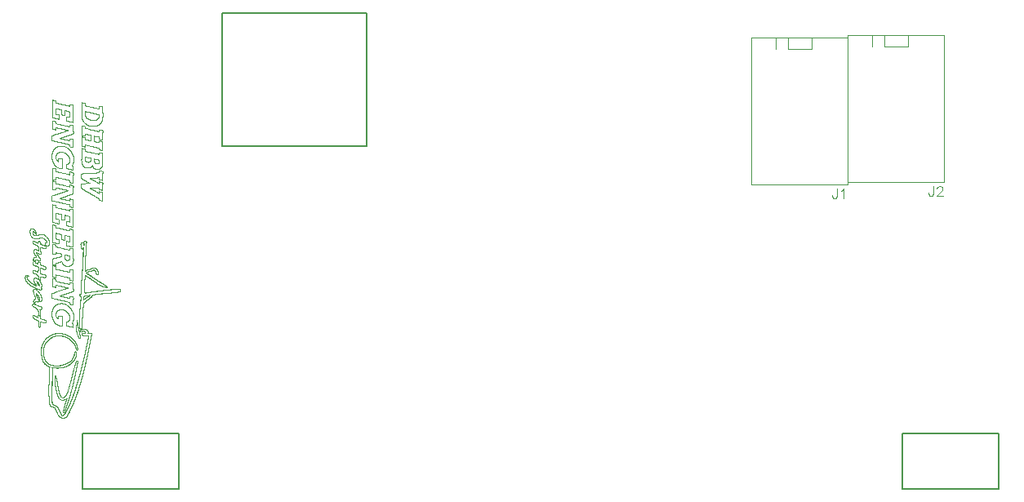
<source format=gto>
%FSLAX46Y46*%
%MOMM*%
%ADD10C,0.100000*%
%ADD11C,0.200000*%
G01*
G01*
%LPD*%
D10*
X89109375Y47121853D02*
X89109375Y48371853D01*
D10*
X91609375Y47121853D02*
X89109375Y47121853D01*
D10*
X95359375Y33071853D02*
X85359375Y33071853D01*
D10*
X91609375Y48371853D02*
X91609375Y47121853D01*
D10*
X85359375Y33071853D02*
X85359375Y48371853D01*
D10*
X95359375Y48371853D02*
X85359375Y48371853D01*
D10*
X87859375Y48371853D02*
X87859375Y47121853D01*
D10*
X95359375Y48371853D02*
X95359375Y33071853D01*
D10*
X94216520Y31883756D02*
X94216520Y32645662D01*
D10*
X94168896Y31740900D02*
X94216520Y31883756D01*
D10*
X94121280Y31693280D02*
X94168896Y31740900D01*
D10*
X94026040Y31645662D02*
X94121280Y31693280D01*
D10*
X93930808Y31645662D02*
X94026040Y31645662D01*
D10*
X93835568Y31693280D02*
X93930808Y31645662D01*
D10*
X93787944Y31740900D02*
X93835568Y31693280D01*
D10*
X93740328Y31883756D02*
X93787944Y31740900D01*
D10*
X93740328Y31978994D02*
X93740328Y31883756D01*
D10*
X94597472Y32455186D02*
X94597472Y32407566D01*
D10*
X94645088Y32550424D02*
X94597472Y32455186D01*
D10*
X94692712Y32598042D02*
X94645088Y32550424D01*
D10*
X94787944Y32645662D02*
X94692712Y32598042D01*
D10*
X94978424Y32645662D02*
X94787944Y32645662D01*
D10*
X95073664Y32598042D02*
X94978424Y32645662D01*
D10*
X95121280Y32550424D02*
X95073664Y32598042D01*
D10*
X95168896Y32455186D02*
X95121280Y32550424D01*
D10*
X95168896Y32359948D02*
X95168896Y32455186D01*
D10*
X95121280Y32264710D02*
X95168896Y32359948D01*
D10*
X95026040Y32121852D02*
X95121280Y32264710D01*
D10*
X94549856Y31645662D02*
X95026040Y32121852D01*
D10*
X95216520Y31645662D02*
X94549856Y31645662D01*
D11*
X16000000Y7000000D02*
X16000000Y1250000D01*
D11*
X6000000Y1250000D02*
X6000000Y7000000D01*
D11*
X6000000Y7000000D02*
X16000000Y7000000D01*
D11*
X16000000Y1250000D02*
X6000000Y1250000D01*
D11*
X35500000Y36850000D02*
X35500000Y50650000D01*
D11*
X20500000Y50650000D02*
X20500000Y36850000D01*
D11*
X20500000Y36850000D02*
X35500000Y36850000D01*
D11*
X35500000Y50650000D02*
X20500000Y50650000D01*
D11*
X101000000Y7000000D02*
X101000000Y1250000D01*
D11*
X91000000Y1250000D02*
X91000000Y7000000D01*
D11*
X91000000Y7000000D02*
X101000000Y7000000D01*
D11*
X101000000Y1250000D02*
X91000000Y1250000D01*
D10*
X4416521Y24997378D02*
X4429970Y24997842D01*
D10*
X4284943Y9348496D02*
X4277112Y9335047D01*
D10*
X5959105Y24080510D02*
X5958007Y24065034D01*
D10*
X3422458Y40706586D02*
X3407462Y40710409D01*
D10*
X7621382Y37804764D02*
X7636889Y37802102D01*
D10*
X3918499Y32369219D02*
X3933712Y32365815D01*
D10*
X6241406Y40179067D02*
X6242102Y40163683D01*
D10*
X5851546Y22579820D02*
X5851128Y22564328D01*
D10*
X956351Y25741300D02*
X950625Y25755956D01*
D10*
X3858978Y14135698D02*
X3844616Y14132015D01*
D10*
X5983496Y24374773D02*
X5984393Y24390249D01*
D10*
X109481Y23445586D02*
X100722Y23438590D01*
D10*
X5982598Y24359281D02*
X5983496Y24374773D01*
D10*
X1032231Y24931682D02*
X1031673Y24942438D01*
D10*
X4430311Y31705897D02*
X4444966Y31711360D01*
D10*
X6212960Y39230240D02*
X6223546Y39220397D01*
D10*
X1433852Y22419347D02*
X1445087Y22410124D01*
D10*
X1874334Y16417438D02*
X1881205Y16431135D01*
D10*
X2995425Y31149793D02*
X3010901Y31146218D01*
D10*
X6741796Y23456342D02*
X6729322Y23466014D01*
D10*
X3302735Y23479741D02*
X3318041Y23477312D01*
D10*
X4665826Y26061904D02*
X4650675Y26064860D01*
D10*
X3056231Y26829907D02*
X3071630Y26826038D01*
D10*
X5041293Y11101896D02*
X5036139Y11087333D01*
D10*
X6484180Y15187704D02*
X6480790Y15172646D01*
D10*
X5728418Y13303345D02*
X5732488Y13318280D01*
D10*
X4047060Y29193191D02*
X4062474Y29189601D01*
D10*
X1390240Y23374705D02*
X1396322Y23361906D01*
D10*
X3720265Y17170182D02*
X3735478Y17168418D01*
D10*
X6301082Y39155661D02*
X6312627Y39147009D01*
D10*
X2492961Y10740187D02*
X2492311Y10755664D01*
D10*
X2471682Y27101962D02*
X2465151Y27116200D01*
D10*
X6684580Y24063285D02*
X6699329Y24064028D01*
D10*
X7962197Y34656546D02*
X7969874Y34667937D01*
D10*
X6267607Y24299915D02*
X6269046Y24315205D01*
D10*
X1931116Y15801797D02*
X1933344Y15816701D01*
D10*
X7706284Y22802506D02*
X7693176Y22810863D01*
D10*
X3661797Y27715839D02*
X3676979Y27713363D01*
D10*
X5526114Y12603685D02*
X5521734Y12588828D01*
D10*
X5893394Y12741020D02*
X5889323Y12726132D01*
D10*
X6127919Y32297224D02*
X6141693Y32289409D01*
D10*
X3846489Y13878346D02*
X3831585Y13875498D01*
D10*
X5023743Y20995373D02*
X5024873Y21010895D01*
D10*
X4667668Y40329665D02*
X4665532Y40344878D01*
D10*
X5578903Y11694245D02*
X5583670Y11708963D01*
D10*
X5607410Y11782629D02*
X5612130Y11797362D01*
D10*
X5943645Y18741490D02*
X5944341Y18756966D01*
D10*
X5015680Y24870009D02*
X5017878Y24884557D01*
D10*
X5292997Y10859942D02*
X5287534Y10845487D01*
D10*
X2839642Y34573780D02*
X2839642Y33397593D01*
D10*
X9850487Y22002436D02*
X9862512Y21993645D01*
D10*
X1244192Y24668572D02*
X1259560Y24661964D01*
D10*
X3256105Y12769403D02*
X3252205Y12784817D01*
D10*
X4178189Y9173724D02*
X4169275Y9160306D01*
D10*
X7351695Y24147382D02*
X7364447Y24139443D01*
D10*
X6188663Y13869308D02*
X6192331Y13884366D01*
D10*
X4975303Y26391654D02*
X4990810Y26389859D01*
D10*
X4567893Y17126756D02*
X4580290Y17119235D01*
D10*
X1722420Y22241403D02*
X1724184Y22257018D01*
D10*
X6678251Y33000785D02*
X6662914Y32998866D01*
D10*
X3206643Y35708738D02*
X3206752Y35722713D01*
D10*
X4838602Y9753816D02*
X4845056Y9767930D01*
D10*
X1328722Y26479280D02*
X1339741Y26469468D01*
D10*
X6570041Y17209368D02*
X6554782Y17209151D01*
D10*
X4937789Y13184102D02*
X4933935Y13169090D01*
D10*
X6413191Y21167684D02*
X6426191Y21175917D01*
D10*
X3210946Y20983317D02*
X3226422Y20979804D01*
D10*
X6249484Y17617876D02*
X6241081Y17625521D01*
D10*
X6069295Y26156123D02*
X6070967Y26171506D01*
D10*
X1401708Y23348566D02*
X1406428Y23334761D01*
D10*
X3479596Y32474333D02*
X3494623Y32470495D01*
D10*
X6775425Y35236932D02*
X6784154Y35246992D01*
D10*
X3206612Y39357346D02*
X3201676Y39367931D01*
D10*
X906286Y25919818D02*
X907895Y25905595D01*
D10*
X1821049Y14666391D02*
X1825831Y14652447D01*
D10*
X268081Y23463306D02*
X257077Y23466788D01*
D10*
X5026714Y21865441D02*
X5027922Y21881474D01*
D10*
X4330056Y41069068D02*
X4345300Y41065648D01*
D10*
X3118012Y12319233D02*
X3118739Y12303742D01*
D10*
X4581079Y19350600D02*
X4586914Y19337754D01*
D10*
X4930437Y21211528D02*
X4913661Y21214762D01*
D10*
X869824Y25009418D02*
X871836Y24996573D01*
D10*
X2835882Y23332331D02*
X2839395Y23318774D01*
D10*
X4194330Y10901511D02*
X4184410Y10890399D01*
D10*
X2127152Y26254597D02*
X2116674Y26245668D01*
D10*
X7624431Y23660704D02*
X7624601Y23646837D01*
D10*
X4943886Y30497690D02*
X4959393Y30495291D01*
D10*
X5504153Y12513969D02*
X5508564Y12528811D01*
D10*
X5769910Y17769341D02*
X5781842Y17776599D01*
D10*
X7505094Y22590962D02*
X7517785Y22582590D01*
D10*
X1828369Y27323410D02*
X1842298Y27318922D01*
D10*
X4463863Y11454241D02*
X4459235Y11439167D01*
D10*
X5658466Y13065059D02*
X5654303Y13050140D01*
D10*
X4338382Y17246650D02*
X4351429Y17240769D01*
D10*
X5883288Y23074994D02*
X5882143Y23059518D01*
D10*
X4665826Y30147604D02*
X4651372Y30152464D01*
D10*
X1154152Y25325008D02*
X1138722Y25328598D01*
D10*
X3512854Y22758646D02*
X3497719Y22762515D01*
D10*
X4299027Y34712523D02*
X4300017Y34695608D01*
D10*
X1909294Y16497311D02*
X1902113Y16484589D01*
D10*
X1717963Y22502392D02*
X1721987Y22485338D01*
D10*
X661732Y28264777D02*
X648825Y28260444D01*
D10*
X3771770Y13865036D02*
X3756774Y13862653D01*
D10*
X4484771Y32663746D02*
X4469682Y32667290D01*
D10*
X3526349Y40671037D02*
X3541346Y40667122D01*
D10*
X1009666Y25323259D02*
X998075Y25319142D01*
D10*
X6335655Y26495747D02*
X6336661Y26511300D01*
D10*
X3742706Y24858867D02*
X3757300Y24863587D01*
D10*
X3703087Y31392582D02*
X3688106Y31396451D01*
D10*
X3706074Y10548546D02*
X3720173Y10543656D01*
D10*
X2802221Y17009710D02*
X2789345Y17002483D01*
D10*
X2559957Y17151657D02*
X2572586Y17159287D01*
D10*
X939513Y25771138D02*
X944667Y25756900D01*
D10*
X3607290Y8740903D02*
X3619732Y8731199D01*
D10*
X5200867Y16571720D02*
X5192108Y16583931D01*
D10*
X3575827Y13841574D02*
X3560691Y13840429D01*
D10*
X2019608Y27626495D02*
X2006639Y27632159D01*
D10*
X7696054Y32489144D02*
X7695110Y32472925D01*
D10*
X6771030Y34035040D02*
X6755585Y34033879D01*
D10*
X3489640Y37271797D02*
X3504729Y37268222D01*
D10*
X4680854Y31796030D02*
X4695664Y31801044D01*
D10*
X6321216Y26185729D02*
X6320814Y26170268D01*
D10*
X6310754Y25845377D02*
X6310213Y25829901D01*
D10*
X1572224Y24065482D02*
X1574097Y24080200D01*
D10*
X3302224Y30460547D02*
X3287398Y30465531D01*
D10*
X5466639Y15801178D02*
X5467057Y15785811D01*
D10*
X904305Y25238032D02*
X898687Y25227988D01*
D10*
X7513420Y37255423D02*
X7497991Y37258936D01*
D10*
X5684512Y19562994D02*
X5685054Y19578470D01*
D10*
X5008979Y14913792D02*
X5015634Y14927999D01*
D10*
X1556020Y22920666D02*
X1556098Y22936065D01*
D10*
X2446363Y16727317D02*
X2457521Y16737701D01*
D10*
X7814199Y22724243D02*
X7827447Y22715886D01*
D10*
X4549957Y20211305D02*
X4539773Y20220219D01*
D10*
X4913584Y19738494D02*
X4907393Y19750596D01*
D10*
X7745841Y34288369D02*
X7730287Y34290814D01*
D10*
X3862259Y8878160D02*
X3877271Y8875328D01*
D10*
X6276629Y24715465D02*
X6276444Y24699988D01*
D10*
X6616485Y35643428D02*
X6601117Y35647143D01*
D10*
X3237797Y35530035D02*
X3233216Y35543360D01*
D10*
X1236701Y22795882D02*
X1225605Y22804069D01*
D10*
X5872872Y35518165D02*
X5872764Y35502874D01*
D10*
X4371857Y31684013D02*
X4386451Y31689492D01*
D10*
X5230644Y15537527D02*
X5241276Y15536676D01*
D10*
X6089755Y41327705D02*
X6074341Y41330925D01*
D10*
X6161533Y33316932D02*
X6175152Y33309395D01*
D10*
X6774017Y21104928D02*
X6786491Y21114446D01*
D10*
X1959004Y24420520D02*
X1944982Y24423167D01*
D10*
X7300267Y40202405D02*
X7285178Y40205825D01*
D10*
X6047165Y25909418D02*
X6048325Y25924878D01*
D10*
X7497635Y21797083D02*
X7482158Y21795087D01*
D10*
X3969323Y32070623D02*
X3954435Y32066042D01*
D10*
X6089941Y36587535D02*
X6074542Y36590320D01*
D10*
X1586756Y22816790D02*
X1580906Y22831044D01*
D10*
X6979261Y31810206D02*
X6992602Y31802298D01*
D10*
X4389423Y8880172D02*
X4380725Y8868101D01*
D10*
X1107553Y19205093D02*
X1093083Y19211686D01*
D10*
X7339314Y23710645D02*
X7336373Y23723785D01*
D10*
X2491785Y12644464D02*
X2491537Y12628988D01*
D10*
X1461508Y21189815D02*
X1454977Y21203527D01*
D10*
X4722531Y38030344D02*
X4737125Y38035560D01*
D10*
X4836451Y22901507D02*
X4851881Y22897746D01*
D10*
X5374943Y18478550D02*
X5374309Y18463074D01*
D10*
X4353147Y9973840D02*
X4358192Y9988759D01*
D10*
X2532952Y13973153D02*
X2547530Y13968386D01*
D10*
X5013157Y19488987D02*
X5009304Y19501724D01*
D10*
X6202019Y37754606D02*
X6185846Y37760533D01*
D10*
X3110134Y39735861D02*
X3125316Y39731682D01*
D10*
X4519592Y33922714D02*
X4504797Y33926877D01*
D10*
X4855873Y14366865D02*
X4867016Y14377652D01*
D10*
X4496827Y22548295D02*
X4481165Y22551545D01*
D10*
X4180588Y36778696D02*
X4168717Y36783432D01*
D10*
X4869508Y16922920D02*
X4857777Y16932592D01*
D10*
X2855211Y13495327D02*
X2855490Y13510818D01*
D10*
X2526823Y13799959D02*
X2529361Y13814832D01*
D10*
X6566049Y16905200D02*
X6568927Y16920521D01*
D10*
X1439361Y24977568D02*
X1425618Y24981360D01*
D10*
X4279031Y30854415D02*
X4294523Y30850840D01*
D10*
X4670144Y30658271D02*
X4670082Y30641804D01*
D10*
X7421275Y34069970D02*
X7405784Y34069103D01*
D10*
X2485626Y12071940D02*
X2485533Y12056464D01*
D10*
X1425680Y23228363D02*
X1427058Y23212314D01*
D10*
X4159834Y24447046D02*
X4172757Y24441661D01*
D10*
X996512Y27253319D02*
X1011013Y27249048D01*
D10*
X3354704Y25280885D02*
X3339614Y25276738D01*
D10*
X7188452Y35464880D02*
X7188530Y35451370D01*
D10*
X5696955Y19903314D02*
X5696027Y19887869D01*
D10*
X2908604Y17051449D02*
X2922563Y17058259D01*
D10*
X6249407Y36458557D02*
X6249577Y36470164D01*
D10*
X3008394Y9753506D02*
X2995564Y9759434D01*
D10*
X5741588Y17666053D02*
X5733959Y17674379D01*
D10*
X3439373Y17196538D02*
X3424563Y17195826D01*
D10*
X4185633Y21168148D02*
X4170188Y21171708D01*
D10*
X439139Y22494175D02*
X450544Y22485276D01*
D10*
X2514349Y13617681D02*
X2514489Y13602515D01*
D10*
X5265016Y15536010D02*
X5252929Y15541210D01*
D10*
X5934901Y18540579D02*
X5935473Y18555977D01*
D10*
X7533942Y23527315D02*
X7547886Y23530704D01*
D10*
X8937658Y21962956D02*
X8922151Y21961393D01*
D10*
X3195593Y40160665D02*
X3195593Y40748759D01*
D10*
X3361002Y17431713D02*
X3346393Y17430367D01*
D10*
X3560830Y24016887D02*
X3545617Y24020679D01*
D10*
X3419162Y27177857D02*
X3402416Y27180612D01*
D10*
X2948532Y26664762D02*
X2933041Y26667779D01*
D10*
X2495453Y12845484D02*
X2495143Y12830023D01*
D10*
X4466091Y32246200D02*
X4452008Y32240102D01*
D10*
X2857548Y36178485D02*
X2853633Y36165903D01*
D10*
X1336584Y27608945D02*
X1321913Y27604008D01*
D10*
X6118479Y17202527D02*
X6133893Y17201769D01*
D10*
X2381053Y16663246D02*
X2391732Y16674141D01*
D10*
X4631408Y12030000D02*
X4627167Y12015081D01*
D10*
X533419Y27916564D02*
X535137Y27900732D01*
D10*
X2917209Y21047574D02*
X2933087Y21044447D01*
D10*
X6168095Y21960681D02*
X6167646Y21945221D01*
D10*
X5694649Y21449288D02*
X5695934Y21464919D01*
D10*
X6332065Y26433517D02*
X6332901Y26449086D01*
D10*
X5012631Y21165146D02*
X5005868Y21175654D01*
D10*
X3734472Y10539261D02*
X3748927Y10535345D01*
D10*
X2859916Y13732143D02*
X2861262Y13716496D01*
D10*
X7368858Y40786845D02*
X7353536Y40789941D01*
D10*
X6593519Y17088576D02*
X6594958Y17103774D01*
D10*
X2896455Y14095847D02*
X2882310Y14099097D01*
D10*
X4897489Y30505939D02*
X4912934Y30503029D01*
D10*
X8039593Y36406015D02*
X8055085Y36402982D01*
D10*
X7436318Y37273081D02*
X7420888Y37276563D01*
D10*
X3119729Y26628222D02*
X3102953Y26631441D01*
D10*
X6928376Y24183643D02*
X6942119Y24191350D01*
D10*
X6086520Y17829342D02*
X6099489Y17830100D01*
D10*
X8070004Y40885521D02*
X8066862Y40900053D01*
D10*
X6476426Y16496893D02*
X6479475Y16511657D01*
D10*
X4662019Y40359209D02*
X4656912Y40372379D01*
D10*
X5157410Y14014675D02*
X5153124Y13999508D01*
D10*
X5670909Y18649500D02*
X5671156Y18664914D01*
D10*
X7312246Y31611647D02*
X7324549Y31604420D01*
D10*
X716285Y28273955D02*
X702310Y28272825D01*
D10*
X5455744Y15894670D02*
X5458359Y15879023D01*
D10*
X4436377Y17209136D02*
X4422650Y17216084D01*
D10*
X938290Y22873433D02*
X941850Y22858173D01*
D10*
X3090913Y18544711D02*
X3099100Y18534806D01*
D10*
X6572827Y39659455D02*
X6585966Y39652522D01*
D10*
X6199512Y22765750D02*
X6200162Y22781211D01*
D10*
X1630182Y20726366D02*
X1642934Y20730607D01*
D10*
X5872965Y40346271D02*
X5872934Y40330717D01*
D10*
X4342592Y10640614D02*
X4356304Y10647671D01*
D10*
X5869715Y22889311D02*
X5868616Y22873835D01*
D10*
X3686790Y14093015D02*
X3700487Y14095491D01*
D10*
X4202115Y10214881D02*
X4197410Y10199931D01*
D10*
X5992271Y19530897D02*
X5990940Y19515421D01*
D10*
X3884699Y36853260D02*
X3871932Y36854483D01*
D10*
X5685890Y17980234D02*
X5680999Y17992476D01*
D10*
X5957821Y34926481D02*
X5965218Y34912599D01*
D10*
X5854610Y26307913D02*
X5858495Y26292421D01*
D10*
X4557184Y39851855D02*
X4541785Y39855012D01*
D10*
X4665826Y33877354D02*
X4651356Y33882213D01*
D10*
X3317267Y11196733D02*
X3321476Y11181644D01*
D10*
X4305047Y34629339D02*
X4306300Y34613507D01*
D10*
X5620689Y12915436D02*
X5624914Y12930339D01*
D10*
X4526433Y18165747D02*
X4541816Y18162357D01*
D10*
X7205848Y31675362D02*
X7219142Y31667408D01*
D10*
X4230390Y29665492D02*
X4245402Y29661808D01*
D10*
X5944991Y17815227D02*
X5959724Y17816620D01*
D10*
X2483707Y11359728D02*
X2483707Y11344237D01*
D10*
X4665826Y21264301D02*
X4665826Y21063112D01*
D10*
X6386448Y16057448D02*
X6389621Y16072599D01*
D10*
X4758792Y41166506D02*
X4774206Y41163411D01*
D10*
X2488086Y12366002D02*
X2487916Y12350526D01*
D10*
X1338008Y21085552D02*
X1345978Y21072212D01*
D10*
X5808492Y13602484D02*
X5812423Y13617464D01*
D10*
X4529265Y33329111D02*
X4544478Y33324794D01*
D10*
X4142068Y31293736D02*
X4126916Y31296971D01*
D10*
X6721166Y23448031D02*
X6734166Y23439473D01*
D10*
X6473331Y17764837D02*
X6462745Y17773597D01*
D10*
X5983140Y24436461D02*
X5982165Y24420985D01*
D10*
X7831625Y39185901D02*
X7841669Y39197771D01*
D10*
X7319133Y22728282D02*
X7306411Y22737227D01*
D10*
X1743328Y20023394D02*
X1744427Y20038452D01*
D10*
X1560617Y22862336D02*
X1564935Y22848346D01*
D10*
X8615584Y21936771D02*
X8630983Y21938380D01*
D10*
X4356041Y27550554D02*
X4371548Y27546484D01*
D10*
X4635277Y41002707D02*
X4650552Y40999534D01*
D10*
X3613449Y37638055D02*
X3626991Y37646164D01*
D10*
X2344359Y14052963D02*
X2358505Y14045875D01*
D10*
X4102758Y38981678D02*
X4087622Y38985485D01*
D10*
X6044054Y20165697D02*
X6042475Y20150252D01*
D10*
X945750Y23115155D02*
X940148Y23102464D01*
D10*
X4308591Y39574445D02*
X4309086Y39589952D01*
D10*
X6658611Y16003374D02*
X6661691Y16018556D01*
D10*
X2853633Y36165903D02*
X2849856Y36153259D01*
D10*
X7157407Y23149403D02*
X7170407Y23140675D01*
D10*
X4880604Y34804900D02*
X4867016Y34805922D01*
D10*
X6363265Y36290625D02*
X6349011Y36295438D01*
D10*
X1509530Y21966717D02*
X1494363Y21969967D01*
D10*
X6991085Y22945258D02*
X7003961Y22936622D01*
D10*
X5810736Y21017194D02*
X5809482Y21001718D01*
D10*
X4185803Y9498754D02*
X4191282Y9513502D01*
D10*
X1128941Y22393580D02*
X1114997Y22399940D01*
D10*
X5295999Y16419156D02*
X5288818Y16432295D01*
D10*
X7715059Y32356637D02*
X7726635Y32345510D01*
D10*
X2819647Y12071445D02*
X2819848Y12086921D01*
D10*
X3523579Y14071736D02*
X3508846Y14070018D01*
D10*
X1639731Y23318217D02*
X1626313Y23314580D01*
D10*
X1206941Y25316790D02*
X1214648Y25303573D01*
D10*
X3969942Y37566137D02*
X3954590Y37569898D01*
D10*
X792969Y27895316D02*
X792598Y27908610D01*
D10*
X4469666Y25002887D02*
X4482589Y25005782D01*
D10*
X5246955Y10743561D02*
X5252403Y10758093D01*
D10*
X5057094Y19283356D02*
X5055345Y19296263D01*
D10*
X5162347Y12901151D02*
X5165613Y12916272D01*
D10*
X3021874Y39768763D02*
X3006784Y39772431D01*
D10*
X2835309Y12473933D02*
X2835030Y12458457D01*
D10*
X855524Y22518596D02*
X868864Y22510548D01*
D10*
X6255613Y15452161D02*
X6258971Y15467265D01*
D10*
X6309671Y25814425D02*
X6309114Y25798949D01*
D10*
X6048960Y25893106D02*
X6048511Y25877614D01*
D10*
X1984524Y16605984D02*
X1993237Y16618659D01*
D10*
X2064381Y26216201D02*
X2078092Y26219281D01*
D10*
X5323686Y13674881D02*
X5326890Y13690094D01*
D10*
X1730406Y22069092D02*
X1730390Y22084537D01*
D10*
X5658806Y11944896D02*
X5663434Y11959661D01*
D10*
X970047Y20503742D02*
X980974Y20495973D01*
D10*
X4427958Y10197207D02*
X4432818Y10211863D01*
D10*
X5988541Y39539376D02*
X5995412Y39525014D01*
D10*
X5870474Y26246070D02*
X5874559Y26230671D01*
D10*
X6315877Y26000108D02*
X6315397Y25984632D01*
D10*
X5853635Y22363293D02*
X5853326Y22378862D01*
D10*
X3551297Y8797576D02*
X3561743Y8785335D01*
D10*
X2831579Y13815404D02*
X2825729Y13828342D01*
D10*
X6305229Y25690616D02*
X6304672Y25675140D01*
D10*
X4753700Y16715555D02*
X4765075Y16705294D01*
D10*
X2103210Y27153297D02*
X2114353Y27142727D01*
D10*
X6614628Y37455731D02*
X6599198Y37459367D01*
D10*
X6841261Y23379797D02*
X6828849Y23389222D01*
D10*
X6662914Y32998866D02*
X6647530Y32997489D01*
D10*
X2552467Y26669544D02*
X2555640Y26684308D01*
D10*
X1703353Y15772579D02*
X1704607Y15787436D01*
D10*
X4418967Y26960913D02*
X4403196Y26963544D01*
D10*
X6169844Y21713434D02*
X6168203Y21728709D01*
D10*
X6215932Y23091584D02*
X6216226Y23107122D01*
D10*
X6167012Y21790645D02*
X6167213Y21806229D01*
D10*
X5122992Y10428436D02*
X5117095Y10414121D01*
D10*
X4260816Y9705979D02*
X4266047Y9720821D01*
D10*
X7823717Y32112362D02*
X7808287Y32115287D01*
D10*
X3164177Y26802793D02*
X3179622Y26798909D01*
D10*
X2396607Y14300225D02*
X2407533Y14292456D01*
D10*
X1726970Y26334485D02*
X1712469Y26339252D01*
D10*
X4913476Y34134551D02*
X4897969Y34137353D01*
D10*
X4284324Y41079422D02*
X4299568Y41075955D01*
D10*
X3849801Y32822546D02*
X3834650Y32826261D01*
D10*
X4664155Y10949734D02*
X4668550Y10964576D01*
D10*
X2974114Y17092554D02*
X2960604Y17086951D01*
D10*
X7232528Y21764258D02*
X7247834Y21766456D01*
D10*
X3409164Y11958686D02*
X3406611Y11973914D01*
D10*
X1753867Y26324828D02*
X1740836Y26329657D01*
D10*
X2074750Y23217529D02*
X2062988Y23217436D01*
D10*
X1931874Y15353407D02*
X1932787Y15337916D01*
D10*
X6878543Y23352001D02*
X6866115Y23361194D01*
D10*
X3844585Y10787436D02*
X3833350Y10794292D01*
D10*
X3718548Y36235112D02*
X3731424Y36235592D01*
D10*
X4693947Y9465588D02*
X4687276Y9451598D01*
D10*
X3557549Y10648925D02*
X3568104Y10637967D01*
D10*
X5663434Y11959661D02*
X5668046Y11974440D01*
D10*
X3526798Y29826552D02*
X3541779Y29822760D01*
D10*
X6103560Y26913448D02*
X6114130Y26921464D01*
D10*
X5848900Y26327676D02*
X5845232Y26343198D01*
D10*
X2561196Y13933456D02*
X2554541Y13919946D01*
D10*
X950408Y21999588D02*
X940117Y21992516D01*
D10*
X6932322Y23912253D02*
X6944254Y23919558D01*
D10*
X7064133Y40848332D02*
X7049152Y40851675D01*
D10*
X1570552Y24003299D02*
X1570197Y24018806D01*
D10*
X4551303Y10579607D02*
X4555930Y10594356D01*
D10*
X4897504Y26403339D02*
X4913089Y26400661D01*
D10*
X4413008Y8894364D02*
X4421412Y8907302D01*
D10*
X5962603Y17425848D02*
X5954710Y17421932D01*
D10*
X8049266Y22300305D02*
X8063272Y22295182D01*
D10*
X5020679Y25272482D02*
X5020245Y25287927D01*
D10*
X7540504Y40156734D02*
X7523635Y40159211D01*
D10*
X3153282Y41547343D02*
X3137155Y41553967D01*
D10*
X3915048Y10520999D02*
X3930354Y10521958D01*
D10*
X4293904Y33376948D02*
X4309101Y33373760D01*
D10*
X5879481Y17952965D02*
X5870907Y17942457D01*
D10*
X5339518Y15745000D02*
X5331362Y15758062D01*
D10*
X5178613Y12976752D02*
X5181847Y12991873D01*
D10*
X5856174Y33599665D02*
X5855849Y33583725D01*
D10*
X5596763Y11734653D02*
X5592058Y11719966D01*
D10*
X6985173Y21351943D02*
X6982434Y21337473D01*
D10*
X2514767Y13602716D02*
X2514829Y13618053D01*
D10*
X5705250Y20026876D02*
X5704136Y20011446D01*
D10*
X5865707Y26790087D02*
X5879759Y26797377D01*
D10*
X3220402Y27249357D02*
X3211441Y27260515D01*
D10*
X4686425Y9431045D02*
X4693173Y9445020D01*
D10*
X7684138Y38354151D02*
X7669110Y38358299D01*
D10*
X910402Y21598942D02*
X915448Y21583512D01*
D10*
X5683971Y19547518D02*
X5684512Y19562994D01*
D10*
X3755861Y36858305D02*
X3742845Y36857903D01*
D10*
X4556611Y26482607D02*
X4571871Y26478878D01*
D10*
X1872043Y27672119D02*
X1858130Y27674533D01*
D10*
X4667684Y40265717D02*
X4668457Y40281596D01*
D10*
X4677310Y10994290D02*
X4681689Y11009147D01*
D10*
X1932354Y15334109D02*
X1930760Y15349693D01*
D10*
X7621273Y23688948D02*
X7623270Y23674756D01*
D10*
X6292910Y24947390D02*
X6293220Y24962851D01*
D10*
X3348482Y26365902D02*
X3333238Y26368455D01*
D10*
X3855744Y13880590D02*
X3870276Y13883143D01*
D10*
X2877884Y35272435D02*
X2882264Y35259667D01*
D10*
X1217078Y25716523D02*
X1211104Y25730343D01*
D10*
X3701152Y9158836D02*
X3707033Y9144443D01*
D10*
X7281541Y35497550D02*
X7266050Y35501048D01*
D10*
X5857489Y17627703D02*
X5847631Y17628322D01*
D10*
X1590083Y26844223D02*
X1586555Y26856867D01*
D10*
X5931883Y14097704D02*
X5928107Y14082708D01*
D10*
X6446604Y17205994D02*
X6430988Y17205406D01*
D10*
X1190226Y26563269D02*
X1203784Y26556970D01*
D10*
X1735946Y16043674D02*
X1732882Y16028662D01*
D10*
X3520453Y9548989D02*
X3512622Y9562360D01*
D10*
X5872950Y33985702D02*
X5857489Y33985687D01*
D10*
X1596227Y24663573D02*
X1594664Y24677192D01*
D10*
X4835337Y18094340D02*
X4850844Y18091028D01*
D10*
X7103396Y22882254D02*
X7090721Y22891401D01*
D10*
X7297250Y37301279D02*
X7281743Y37303755D01*
D10*
X4917701Y14751556D02*
X4926135Y14764386D01*
D10*
X1601985Y25145717D02*
X1596846Y25159893D01*
D10*
X6129745Y21221278D02*
X6124468Y21206900D01*
D10*
X2046103Y14762095D02*
X2051659Y14747702D01*
D10*
X6901680Y38916260D02*
X6916196Y38914465D01*
D10*
X3175505Y9574556D02*
X3168526Y9589134D01*
D10*
X8861887Y21961749D02*
X8877270Y21963250D01*
D10*
X6093655Y17653363D02*
X6106562Y17653672D01*
D10*
X1235185Y19140140D02*
X1221287Y19147646D01*
D10*
X4820433Y30521694D02*
X4835832Y30518444D01*
D10*
X4182228Y8694815D02*
X4168269Y8688361D01*
D10*
X6285404Y25117906D02*
X6284940Y25102430D01*
D10*
X5336067Y17813711D02*
X5337584Y17798297D01*
D10*
X8105506Y22280557D02*
X8119667Y22275946D01*
D10*
X4014389Y13913817D02*
X4028658Y13917407D01*
D10*
X2558224Y14204041D02*
X2570419Y14198176D01*
D10*
X4557323Y27501231D02*
X4573264Y27496712D01*
D10*
X5218031Y16547082D02*
X5209519Y16559447D01*
D10*
X1941206Y15256960D02*
X1939333Y15272266D01*
D10*
X1557939Y19857613D02*
X1553328Y19872440D01*
D10*
X7521112Y40753262D02*
X7506007Y40756899D01*
D10*
X929423Y22935275D02*
X927240Y22951200D01*
D10*
X3831585Y13875498D02*
X3816651Y13872728D01*
D10*
X4640585Y40384435D02*
X4649917Y40372642D01*
D10*
X4679647Y9417086D02*
X4686425Y9431045D01*
D10*
X3079785Y31771531D02*
X3064789Y31766718D01*
D10*
X7482453Y21485842D02*
X7466976Y21484078D01*
D10*
X3195609Y23201790D02*
X3211070Y23198819D01*
D10*
X2550146Y10084278D02*
X2557094Y10070179D01*
D10*
X7265771Y32514122D02*
X7281294Y32514850D01*
D10*
X2822216Y10290590D02*
X2823392Y10275207D01*
D10*
X6186914Y22301419D02*
X6187224Y22316911D01*
D10*
X5879759Y26797377D02*
X5894322Y26804031D01*
D10*
X5021747Y25241607D02*
X5021174Y25257052D01*
D10*
X6802091Y16731310D02*
X6799073Y16715973D01*
D10*
X6402265Y16133219D02*
X6405406Y16148386D01*
D10*
X3590513Y34551293D02*
X3605185Y34547037D01*
D10*
X6117751Y14848901D02*
X6121280Y14863944D01*
D10*
X6277264Y24761893D02*
X6277047Y24746417D01*
D10*
X2483830Y11514567D02*
X2483846Y11530043D01*
D10*
X3419487Y17435876D02*
X3404846Y17435041D01*
D10*
X4036783Y9609408D02*
X4032976Y9594210D01*
D10*
X1659355Y23614152D02*
X1672401Y23607482D01*
D10*
X3803991Y22692919D02*
X3788562Y22696107D01*
D10*
X985957Y22725852D02*
X992054Y22711645D01*
D10*
X7677065Y21825404D02*
X7692417Y21827432D01*
D10*
X7623641Y23633249D02*
X7621413Y23619986D01*
D10*
X1085732Y26137613D02*
X1071555Y26138465D01*
D10*
X6250923Y41132861D02*
X6251728Y41149993D01*
D10*
X4937185Y19689682D02*
X4931459Y19701954D01*
D10*
X8039516Y21865534D02*
X8024025Y21863615D01*
D10*
X7695930Y36573436D02*
X7696070Y36557434D01*
D10*
X1684379Y23317644D02*
X1669136Y23319362D01*
D10*
X6568927Y16920521D02*
X6571713Y16935827D01*
D10*
X4620063Y37994207D02*
X4634874Y37999330D01*
D10*
X1983100Y23225855D02*
X1995574Y23223348D01*
D10*
X3751063Y28282235D02*
X3735803Y28285655D01*
D10*
X4990671Y14509540D02*
X5000513Y14521147D01*
D10*
X8018128Y39537658D02*
X8022105Y39551726D01*
D10*
X7309677Y23830972D02*
X7312757Y23817617D01*
D10*
X7637353Y33567258D02*
X7652814Y33567506D01*
D10*
X6334742Y36963172D02*
X6349831Y36959117D01*
D10*
X4524251Y11662534D02*
X4520103Y11647987D01*
D10*
X6247132Y37650266D02*
X6247287Y37663281D01*
D10*
X3760209Y30972080D02*
X3775438Y30968598D01*
D10*
X2375358Y17023608D02*
X2387368Y17032955D01*
D10*
X884170Y22521150D02*
X871016Y22529058D01*
D10*
X8194308Y21884570D02*
X8178848Y21882712D01*
D10*
X4618222Y9291714D02*
X4625093Y9305627D01*
D10*
X2839642Y33397593D02*
X2854964Y33394560D01*
D10*
X5353478Y18123218D02*
X5351636Y18107711D01*
D10*
X3678511Y10559906D02*
X3692176Y10553963D01*
D10*
X7276914Y40805092D02*
X7261593Y40808079D01*
D10*
X5668046Y18525536D02*
X5668448Y18541074D01*
D10*
X5670243Y18060308D02*
X5669191Y18075614D01*
D10*
X2813023Y11499246D02*
X2812745Y11483769D01*
D10*
X6552321Y15487555D02*
X6555494Y15502706D01*
D10*
X39468Y23057506D02*
X42269Y23044367D01*
D10*
X6427320Y16269997D02*
X6424210Y16254830D01*
D10*
X3449356Y38133338D02*
X3434545Y38128695D01*
D10*
X6905549Y34738724D02*
X6914772Y34748784D01*
D10*
X5158293Y10511574D02*
X5163926Y10526060D01*
D10*
X6004342Y24808136D02*
X6003553Y24792644D01*
D10*
X1945895Y14412009D02*
X1937677Y14424839D01*
D10*
X3590962Y13842813D02*
X3575827Y13841574D01*
D10*
X6333767Y14525202D02*
X6330301Y14510144D01*
D10*
X5019209Y13499490D02*
X5015309Y13484478D01*
D10*
X4147128Y28190260D02*
X4131900Y28193835D01*
D10*
X4990516Y28200691D02*
X4974947Y28202641D01*
D10*
X89579Y22905468D02*
X95290Y22893335D01*
D10*
X5554482Y17016365D02*
X5561694Y17002483D01*
D10*
X1093408Y18879057D02*
X1106423Y18873285D01*
D10*
X2587954Y10013768D02*
X2596419Y9999886D01*
D10*
X3202418Y19380004D02*
X3202790Y19392447D01*
D10*
X7695110Y32472925D02*
X7694491Y32456458D01*
D10*
X6275701Y15558327D02*
X6272358Y15543207D01*
D10*
X5661964Y18432509D02*
X5661314Y18416723D01*
D10*
X2363472Y14056290D02*
X2349807Y14063363D01*
D10*
X7179646Y40230339D02*
X7164573Y40233898D01*
D10*
X4565015Y9200513D02*
X4558113Y9186600D01*
D10*
X3768814Y38649281D02*
X3783687Y38645799D01*
D10*
X4637288Y14473357D02*
X4649948Y14482225D01*
D10*
X5626229Y11841593D02*
X5630918Y11856342D01*
D10*
X1695631Y15547819D02*
X1695538Y15562923D01*
D10*
X7523588Y21804883D02*
X7538925Y21806972D01*
D10*
X6384498Y35698384D02*
X6368960Y35701433D01*
D10*
X2822495Y12288080D02*
X2822696Y12303571D01*
D10*
X940983Y20529556D02*
X950052Y20520549D01*
D10*
X5526114Y12588208D02*
X5530478Y12603050D01*
D10*
X2175747Y26433269D02*
X2180544Y26417840D01*
D10*
X5337135Y17983066D02*
X5335757Y17967497D01*
D10*
X3056246Y23227573D02*
X3071738Y23224726D01*
D10*
X3742907Y9047191D02*
X3748184Y9032225D01*
D10*
X3195067Y26795055D02*
X3210528Y26791186D01*
D10*
X3443738Y17193257D02*
X3459183Y17192622D01*
D10*
X4165591Y10094879D02*
X4161196Y10079821D01*
D10*
X915448Y21583512D02*
X920679Y21568083D01*
D10*
X6581881Y16997051D02*
X6584156Y17012325D01*
D10*
X6630089Y37452171D02*
X6614628Y37455731D01*
D10*
X4549013Y11748040D02*
X4544865Y11734034D01*
D10*
X1497954Y21091804D02*
X1493915Y21105919D01*
D10*
X6294272Y25442673D02*
X6294705Y25458149D01*
D10*
X3873402Y41175219D02*
X3888599Y41171613D01*
D10*
X3668297Y8712194D02*
X3654306Y8719437D01*
D10*
X1007856Y20960025D02*
X996434Y20949269D01*
D10*
X4496781Y9043244D02*
X4503683Y9057204D01*
D10*
X6591228Y32037860D02*
X6604646Y32030075D01*
D10*
X544980Y27826184D02*
X547255Y27810723D01*
D10*
X6442162Y14971998D02*
X6445474Y14987149D01*
D10*
X6700180Y16209671D02*
X6697162Y16194334D01*
D10*
X4301162Y34678739D02*
X4302431Y34662025D01*
D10*
X2242573Y26823144D02*
X2234649Y26822943D01*
D10*
X6012529Y19826228D02*
X6014015Y19841657D01*
D10*
X6020143Y19903361D02*
X6021737Y19918760D01*
D10*
X2662471Y17220449D02*
X2649487Y17213469D01*
D10*
X5937176Y12895100D02*
X5941261Y12910019D01*
D10*
X1141786Y24734036D02*
X1133414Y24741836D01*
D10*
X4753886Y19992194D02*
X4745513Y20002996D01*
D10*
X6729121Y16352609D02*
X6732169Y16367806D01*
D10*
X3833350Y10794292D02*
X3822315Y10801705D01*
D10*
X5880997Y23044042D02*
X5879852Y23028581D01*
D10*
X6240492Y41259053D02*
X6235122Y41270924D01*
D10*
X1405221Y18447227D02*
X1406923Y18432168D01*
D10*
X1787110Y24147042D02*
X1776076Y24152009D01*
D10*
X2792471Y17271922D02*
X2805672Y17277556D01*
D10*
X3641786Y31428874D02*
X3656039Y31434786D01*
D10*
X1299318Y21152811D02*
X1306886Y21139285D01*
D10*
X6092958Y14743555D02*
X6096518Y14758613D01*
D10*
X3996839Y9458020D02*
X3992351Y9442513D01*
D10*
X6018534Y19871635D02*
X6017358Y19856143D01*
D10*
X2495731Y10272529D02*
X2496923Y10256790D01*
D10*
X2872142Y17304051D02*
X2885513Y17309034D01*
D10*
X1731148Y22421282D02*
X1731938Y22406053D01*
D10*
X6000550Y24730879D02*
X6001123Y24746355D01*
D10*
X6237428Y23415330D02*
X6240740Y23430868D01*
D10*
X5027736Y21060419D02*
X5028015Y21077195D01*
D10*
X1681083Y18621287D02*
X1696869Y18617495D01*
D10*
X2910585Y18850163D02*
X2915847Y18837736D01*
D10*
X4742232Y16725723D02*
X4753700Y16715555D01*
D10*
X1107228Y25331415D02*
X1122890Y25329047D01*
D10*
X2837212Y10227293D02*
X2833591Y10242444D01*
D10*
X3617318Y19885935D02*
X3630179Y19888922D01*
D10*
X1571032Y18385724D02*
X1570738Y18401247D01*
D10*
X3259881Y35477973D02*
X3253799Y35490787D01*
D10*
X7851744Y22393951D02*
X7838156Y22400946D01*
D10*
X2827370Y12582095D02*
X2827818Y12597556D01*
D10*
X3215944Y39255017D02*
X3215418Y39266176D01*
D10*
X6289428Y17476501D02*
X6290279Y17488201D01*
D10*
X6167027Y21775014D02*
X6167012Y21790645D01*
D10*
X4539773Y20220219D02*
X4529513Y20229041D01*
D10*
X7714780Y33148505D02*
X7699149Y33149975D01*
D10*
X4147221Y41110900D02*
X4162450Y41107372D01*
D10*
X4143120Y34012723D02*
X4127876Y34015880D01*
D10*
X2847303Y13108129D02*
X2847860Y13123605D01*
D10*
X5271083Y10802169D02*
X5265558Y10787730D01*
D10*
X1673422Y23314193D02*
X1687289Y23312816D01*
D10*
X7467147Y22616297D02*
X7479775Y22607816D01*
D10*
X1943233Y15878961D02*
X1940757Y15863594D01*
D10*
X1665514Y24488027D02*
X1674722Y24482951D01*
D10*
X2536852Y10128493D02*
X2530971Y10141834D01*
D10*
X7352236Y23646512D02*
X7356771Y23634750D01*
D10*
X4987591Y24756647D02*
X4992234Y24770467D01*
D10*
X1596754Y23275255D02*
X1604321Y23287745D01*
D10*
X6707733Y23162249D02*
X6694810Y23171023D01*
D10*
X2867283Y10153007D02*
X2859421Y10167911D01*
D10*
X4586248Y30782869D02*
X4601245Y30778257D01*
D10*
X7769225Y21837429D02*
X7784593Y21839410D01*
D10*
X485118Y22473839D02*
X472691Y22483140D01*
D10*
X3853623Y34071270D02*
X3838441Y34074365D01*
D10*
X4740127Y9542938D02*
X4746798Y9556959D01*
D10*
X3303462Y22818137D02*
X3288744Y22822888D01*
D10*
X8071335Y35116837D02*
X8071381Y35132174D01*
D10*
X6368759Y38090980D02*
X6384235Y38087343D01*
D10*
X1003971Y18920951D02*
X1016414Y18914683D01*
D10*
X4325212Y23243963D02*
X4340673Y23240341D01*
D10*
X876200Y28001080D02*
X885873Y27997489D01*
D10*
X7315357Y40199015D02*
X7300267Y40202405D01*
D10*
X2484047Y11653930D02*
X2484078Y11669406D01*
D10*
X2100069Y16301831D02*
X2093104Y16289002D01*
D10*
X7268990Y32194122D02*
X7255077Y32201350D01*
D10*
X6328505Y17825225D02*
X6313060Y17827701D01*
D10*
X7607531Y23758591D02*
X7603940Y23771436D01*
D10*
X4005475Y20502349D02*
X3992723Y20505228D01*
D10*
X3070840Y33350143D02*
X3086363Y33347605D01*
D10*
X8168076Y22514061D02*
X8154751Y22522109D01*
D10*
X6775332Y23874120D02*
X6790081Y23874739D01*
D10*
X5987798Y19532336D02*
X5988943Y19547828D01*
D10*
X5891335Y23152266D02*
X5892573Y23167743D01*
D10*
X1605977Y19019658D02*
X1602464Y19034995D01*
D10*
X3126338Y12195316D02*
X3127854Y12179840D01*
D10*
X3780499Y8972193D02*
X3773395Y8986462D01*
D10*
X2170531Y18736445D02*
X2164805Y18746674D01*
D10*
X934870Y24523622D02*
X922365Y24532475D01*
D10*
X1999009Y26221571D02*
X1984524Y26224775D01*
D10*
X2839642Y28692847D02*
X2839642Y27361900D01*
D10*
X7869851Y32102767D02*
X7854499Y32106063D01*
D10*
X4789620Y30528147D02*
X4805034Y30524928D01*
D10*
X4639084Y10043235D02*
X4645290Y10057535D01*
D10*
X4870731Y9824433D02*
X4877107Y9838579D01*
D10*
X7304833Y22728236D02*
X7317198Y22719554D01*
D10*
X7449504Y23537406D02*
X7463107Y23532407D01*
D10*
X5367313Y18308359D02*
X5366493Y18292883D01*
D10*
X6387082Y17811266D02*
X6372984Y17815398D01*
D10*
X5822977Y26452166D02*
X5820192Y26467596D01*
D10*
X1195674Y26854158D02*
X1209695Y26847303D01*
D10*
X7033939Y32497470D02*
X7049368Y32498693D01*
D10*
X2158027Y26592287D02*
X2167034Y26583465D01*
D10*
X7049368Y32498693D02*
X7064798Y32499931D01*
D10*
X3269786Y20388832D02*
X3258163Y20381682D01*
D10*
X4134979Y38349091D02*
X4120231Y38343999D01*
D10*
X6834173Y37837357D02*
X6833399Y37821757D01*
D10*
X4526402Y39858277D02*
X4511034Y39861620D01*
D10*
X939343Y26092702D02*
X931512Y26082317D01*
D10*
X4185215Y37106945D02*
X4200614Y37103122D01*
D10*
X2486028Y12133860D02*
X2485920Y12118384D01*
D10*
X3195593Y27826184D02*
X3210543Y27823042D01*
D10*
X6467187Y15112428D02*
X6463782Y15097370D01*
D10*
X2179446Y24261921D02*
X2181906Y24249169D01*
D10*
X5312683Y15791351D02*
X5317279Y15778661D01*
D10*
X5054541Y18902875D02*
X5056862Y18917949D01*
D10*
X4688035Y10157913D02*
X4694039Y10172291D01*
D10*
X3289178Y28389020D02*
X3273593Y28391372D01*
D10*
X6334897Y36300468D02*
X6320968Y36305714D01*
D10*
X1597698Y25990745D02*
X1589186Y26002971D01*
D10*
X1152000Y20379562D02*
X1137267Y20385303D01*
D10*
X4139514Y36131871D02*
X4151601Y36125371D01*
D10*
X4511065Y40436899D02*
X4525179Y40433278D01*
D10*
X1632117Y21948610D02*
X1616656Y21950065D01*
D10*
X7528835Y37251925D02*
X7513420Y37255423D01*
D10*
X5306817Y15108080D02*
X5303087Y15093269D01*
D10*
X5253935Y14330992D02*
X5249014Y14316042D01*
D10*
X7233209Y33231643D02*
X7219405Y33239365D01*
D10*
X4746240Y14568906D02*
X4734804Y14558599D01*
D10*
X7915614Y21850120D02*
X7900138Y21848185D01*
D10*
X7979237Y38482944D02*
X7962460Y38486163D01*
D10*
X5178938Y15489396D02*
X5175579Y15475932D01*
D10*
X8052965Y39695282D02*
X8055240Y39709892D01*
D10*
X5753304Y20567937D02*
X5754697Y20583429D01*
D10*
X1141477Y25419644D02*
X1149911Y25407000D01*
D10*
X4404574Y32267139D02*
X4419694Y32264152D01*
D10*
X1568339Y23988721D02*
X1569407Y23973105D01*
D10*
X2894722Y17044516D02*
X2908604Y17051449D01*
D10*
X1569253Y26170593D02*
X1567272Y26155132D01*
D10*
X1709497Y15307134D02*
X1710550Y15292741D01*
D10*
X6216272Y21022224D02*
X6228359Y21031649D01*
D10*
X1443818Y23026647D02*
X1446790Y23013105D01*
D10*
X3318041Y23477312D02*
X3333346Y23474805D01*
D10*
X7479775Y22607816D02*
X7492419Y22599366D01*
D10*
X1744427Y20038452D02*
X1744520Y20053448D01*
D10*
X1800930Y18896065D02*
X1789168Y18898820D01*
D10*
X4309628Y39604902D02*
X4309875Y39619001D01*
D10*
X5335990Y15320227D02*
X5335510Y15305075D01*
D10*
X2103504Y24066535D02*
X2114848Y24072926D01*
D10*
X3830548Y34500485D02*
X3845808Y34498380D01*
D10*
X4254842Y17291608D02*
X4240604Y17297241D01*
D10*
X2483768Y11437140D02*
X2483768Y11452631D01*
D10*
X4051362Y8654546D02*
X4067039Y8656248D01*
D10*
X3273175Y35452793D02*
X3266335Y35465298D01*
D10*
X6072654Y26186874D02*
X6074387Y26202242D01*
D10*
X5782708Y20861968D02*
X5784535Y20877398D01*
D10*
X6295634Y15633572D02*
X6298946Y15648708D01*
D10*
X1056265Y23184023D02*
X1042414Y23182569D01*
D10*
X3436975Y9680753D02*
X3427937Y9693381D01*
D10*
X7977410Y32079878D02*
X7962012Y32082880D01*
D10*
X8922151Y21961393D02*
X8906660Y21959815D01*
D10*
X6709218Y34030351D02*
X6693758Y34029174D01*
D10*
X2831192Y23362231D02*
X2833173Y23346863D01*
D10*
X1137267Y27717851D02*
X1146104Y27732414D01*
D10*
X2513204Y13418194D02*
X2513545Y13433639D01*
D10*
X7250666Y37308135D02*
X7235097Y37310007D01*
D10*
X3241650Y26382663D02*
X3226360Y26384814D01*
D10*
X1378169Y23916184D02*
X1380057Y23925903D01*
D10*
X1199357Y25309841D02*
X1184299Y25315552D01*
D10*
X3423665Y24048722D02*
X3408421Y24051848D01*
D10*
X6757550Y35219491D02*
X6766542Y35227739D01*
D10*
X6325658Y26293768D02*
X6326308Y26309244D01*
D10*
X5875318Y22966677D02*
X5874188Y22951200D01*
D10*
X3816744Y39049231D02*
X3801809Y39052264D01*
D10*
X5708748Y20042445D02*
X5709800Y20057890D01*
D10*
X3630179Y19888922D02*
X3643163Y19891614D01*
D10*
X2497449Y10616518D02*
X2496985Y10631963D01*
D10*
X932533Y20538935D02*
X940983Y20529556D01*
D10*
X4592764Y11895853D02*
X4588415Y11880949D01*
D10*
X4402160Y22153978D02*
X4417759Y22151858D01*
D10*
X4743671Y22922461D02*
X4759163Y22919258D01*
D10*
X4196745Y9528282D02*
X4202177Y9543046D01*
D10*
X2578266Y10046392D02*
X2570636Y10060135D01*
D10*
X5952404Y23987684D02*
X5951274Y23972208D01*
D10*
X7239926Y40216209D02*
X7224852Y40219722D01*
D10*
X6265332Y17832994D02*
X6249082Y17834093D01*
D10*
X6483808Y35187687D02*
X6498743Y35183803D01*
D10*
X1890785Y18877448D02*
X1877367Y18880171D01*
D10*
X1504268Y20925838D02*
X1507240Y20939132D01*
D10*
X3705284Y28292464D02*
X3690025Y28295838D01*
D10*
X4046425Y37548417D02*
X4031305Y37551760D01*
D10*
X1722652Y19953148D02*
X1728796Y19965993D01*
D10*
X5024579Y12297288D02*
X5028200Y12312362D01*
D10*
X5099298Y14665276D02*
X5090414Y14652648D01*
D10*
X9170203Y21646129D02*
X9185694Y21648017D01*
D10*
X5740567Y12211132D02*
X5745024Y12225943D01*
D10*
X2772770Y16976576D02*
X2786033Y16984592D01*
D10*
X7884306Y22370706D02*
X7897848Y22364268D01*
D10*
X1115771Y23586032D02*
X1101904Y23591603D01*
D10*
X3288156Y17423681D02*
X3273624Y17421700D01*
D10*
X2814416Y11669282D02*
X2814602Y11684758D01*
D10*
X2517042Y26985845D02*
X2512074Y27000563D01*
D10*
X3808077Y30350853D02*
X3792941Y30353994D01*
D10*
X3359749Y32505688D02*
X3374683Y32501711D01*
D10*
X5062093Y35367860D02*
X5062975Y35380706D01*
D10*
X5558784Y11617220D02*
X5553986Y11602564D01*
D10*
X2808845Y11143016D02*
X2808798Y11127524D01*
D10*
X6539584Y23606940D02*
X6526693Y23615715D01*
D10*
X6577253Y16981853D02*
X6574638Y16966563D01*
D10*
X6129157Y17658160D02*
X6115987Y17658067D01*
D10*
X5021174Y25257052D02*
X5020679Y25272482D01*
D10*
X1133893Y22484951D02*
X1126202Y22498028D01*
D10*
X6586168Y40372054D02*
X6570676Y40375737D01*
D10*
X6262809Y24158432D02*
X6262175Y24142940D01*
D10*
X7250341Y24193176D02*
X7266174Y24187713D01*
D10*
X1266973Y25037678D02*
X1281149Y25032973D01*
D10*
X3109794Y12597850D02*
X3110351Y12582389D01*
D10*
X7678179Y31372928D02*
X7683255Y31360376D01*
D10*
X2824182Y10462344D02*
X2824058Y10446899D01*
D10*
X3940088Y26234958D02*
X3924968Y26238781D01*
D10*
X6808188Y16747544D02*
X6811221Y16762742D01*
D10*
X4096072Y13941736D02*
X4081633Y13937217D01*
D10*
X4324051Y37072309D02*
X4339528Y37068502D01*
D10*
X6554643Y32995570D02*
X6539043Y32995492D01*
D10*
X5794733Y20846585D02*
X5793046Y20831047D01*
D10*
X7159264Y24215694D02*
X7175096Y24212846D01*
D10*
X6383384Y23348040D02*
X6396136Y23339249D01*
D10*
X3737862Y9061909D02*
X3742907Y9047191D01*
D10*
X3469784Y13835523D02*
X3454618Y13835043D01*
D10*
X5629417Y11837600D02*
X5624774Y11822882D01*
D10*
X1435957Y26997963D02*
X1446991Y27000300D01*
D10*
X2741415Y17260238D02*
X2728137Y17253862D01*
D10*
X3025325Y24528141D02*
X3040817Y24524458D01*
D10*
X5910479Y17350139D02*
X5915261Y17363773D01*
D10*
X5024687Y21850042D02*
X5026714Y21865441D01*
D10*
X1315320Y20694486D02*
X1328010Y20694130D01*
D10*
X4740793Y14265853D02*
X4752586Y14275402D01*
D10*
X8875553Y21613536D02*
X8891091Y21615099D01*
D10*
X3365196Y17415417D02*
X3379125Y17416562D01*
D10*
X4284943Y9333020D02*
X4292728Y9346499D01*
D10*
X3894604Y19887343D02*
X3908842Y19884418D01*
D10*
X4994277Y21187168D02*
X4980224Y21196005D01*
D10*
X6042707Y14532971D02*
X6046329Y14548014D01*
D10*
X2814122Y10740280D02*
X2814602Y10724835D01*
D10*
X4419570Y11318964D02*
X4414231Y11304076D01*
D10*
X2051706Y24396378D02*
X2039263Y24400603D01*
D10*
X1775782Y14835266D02*
X1772361Y14850263D01*
D10*
X4015117Y27120395D02*
X4030608Y27117206D01*
D10*
X1261664Y25041299D02*
X1247906Y25045385D01*
D10*
X1337946Y23442274D02*
X1348346Y23431673D01*
D10*
X1530763Y27318551D02*
X1544816Y27323782D01*
D10*
X5265867Y14368073D02*
X5261704Y14355104D01*
D10*
X5672394Y18943299D02*
X5672487Y18958790D01*
D10*
X2798429Y19343264D02*
X2799296Y19329475D01*
D10*
X5418663Y14131551D02*
X5421712Y14146795D01*
D10*
X3087446Y23073199D02*
X3072125Y23076882D01*
D10*
X394552Y23357341D02*
X388222Y23368066D01*
D10*
X5025074Y14975635D02*
X5018713Y14961304D01*
D10*
X5175579Y15475932D02*
X5172113Y15460208D01*
D10*
X6009944Y25025374D02*
X6010378Y25040897D01*
D10*
X897371Y22513334D02*
X884170Y22521150D01*
D10*
X977182Y22451089D02*
X990894Y22444311D01*
D10*
X6793052Y16685315D02*
X6790035Y16669978D01*
D10*
X4562430Y21626226D02*
X4576962Y21631303D01*
D10*
X5811912Y21032670D02*
X5810736Y21017194D01*
D10*
X736977Y22295678D02*
X749017Y22288775D01*
D10*
X4668040Y30690244D02*
X4669525Y30674474D01*
D10*
X6455131Y16391082D02*
X6458195Y16406264D01*
D10*
X4448959Y22148500D02*
X4464544Y22147292D01*
D10*
X5985090Y24467429D02*
X5984115Y24451937D01*
D10*
X1023053Y22145946D02*
X1037585Y22138889D01*
D10*
X2012953Y23222188D02*
X1999892Y23224463D01*
D10*
X3435799Y27175335D02*
X3419162Y27177857D01*
D10*
X3435365Y27767003D02*
X3450408Y27763103D01*
D10*
X6089399Y14743988D02*
X6085839Y14728945D01*
D10*
X6626622Y15841726D02*
X6623480Y15826420D01*
D10*
X3768210Y40624950D02*
X3753013Y40627116D01*
D10*
X3616451Y40648984D02*
X3631525Y40645719D01*
D10*
X5699834Y13214265D02*
X5695732Y13199346D01*
D10*
X4256343Y23851649D02*
X4241115Y23854976D01*
D10*
X1334325Y25759315D02*
X1321418Y25766496D01*
D10*
X6589851Y21255356D02*
X6603470Y21260742D01*
D10*
X5802115Y12413978D02*
X5797875Y12399152D01*
D10*
X4509610Y19474919D02*
X4517766Y19462879D01*
D10*
X210154Y23229771D02*
X206223Y23243204D01*
D10*
X4364429Y17234810D02*
X4377413Y17228744D01*
D10*
X2828592Y12164565D02*
X2828221Y12149104D01*
D10*
X6012219Y33987822D02*
X5996743Y33987435D01*
D10*
X5664053Y18479804D02*
X5663341Y18464049D01*
D10*
X6600328Y38034198D02*
X6615789Y38030468D01*
D10*
X4003788Y17362597D02*
X4017438Y17359115D01*
D10*
X1656383Y26683581D02*
X1667201Y26674837D01*
D10*
X4321328Y17000517D02*
X4335132Y16993940D01*
D10*
X1715285Y15923192D02*
X1713304Y15908088D01*
D10*
X6866471Y32405604D02*
X6853084Y32414147D01*
D10*
X6701140Y23870065D02*
X6716090Y23871458D01*
D10*
X1305384Y19905914D02*
X1313478Y19893379D01*
D10*
X5952961Y18942896D02*
X5953704Y18958403D01*
D10*
X5615257Y17694390D02*
X5611743Y17709433D01*
D10*
X4514392Y26093413D02*
X4499272Y26096772D01*
D10*
X3165167Y31108317D02*
X3180566Y31104525D01*
D10*
X3201737Y34474222D02*
X3192405Y34487640D01*
D10*
X4971062Y34788836D02*
X4956716Y34793881D01*
D10*
X3756774Y13862653D02*
X3741762Y13860378D01*
D10*
X6836231Y23073323D02*
X6823432Y23082314D01*
D10*
X2946242Y28937309D02*
X2961393Y28934043D01*
D10*
X6353097Y34004258D02*
X6337605Y34003267D01*
D10*
X4607791Y30166578D02*
X4593197Y30171144D01*
D10*
X2483784Y11483599D02*
X2483768Y11468108D01*
D10*
X5663836Y18338646D02*
X5664053Y18354215D01*
D10*
X201518Y23474758D02*
X190514Y23474371D01*
D10*
X4327549Y8787377D02*
X4338042Y8798257D01*
D10*
X302933Y23447706D02*
X314122Y23439890D01*
D10*
X4634688Y31187570D02*
X4619104Y31189489D01*
D10*
X4744012Y22695705D02*
X4728474Y22697918D01*
D10*
X5449259Y15941315D02*
X5446427Y15956837D01*
D10*
X7615903Y22849956D02*
X7629104Y22841537D01*
D10*
X5091714Y12583891D02*
X5095165Y12598980D01*
D10*
X6399804Y17204261D02*
X6415450Y17204849D01*
D10*
X1226007Y20351658D02*
X1211166Y20357152D01*
D10*
X950114Y25742802D02*
X955825Y25728858D01*
D10*
X3708736Y38662529D02*
X3723825Y38659294D01*
D10*
X5861559Y17932676D02*
X5851376Y17923700D01*
D10*
X4496115Y9063038D02*
X4489135Y9049466D01*
D10*
X4930778Y18564304D02*
X4938795Y18577149D01*
D10*
X2808674Y21171212D02*
X2808767Y21155195D01*
D10*
X6993561Y34853387D02*
X6999705Y34839010D01*
D10*
X8036405Y34815254D02*
X8040553Y34829925D01*
D10*
X7606308Y21499879D02*
X7590832Y21498115D01*
D10*
X1924012Y15741379D02*
X1925529Y15756592D01*
D10*
X3765858Y17164518D02*
X3781025Y17162382D01*
D10*
X4317830Y26139393D02*
X4302725Y26143092D01*
D10*
X4959687Y22651753D02*
X4944242Y22654770D01*
D10*
X1661227Y22663251D02*
X1654340Y22677226D01*
D10*
X1694485Y26666804D02*
X1681872Y26674945D01*
D10*
X2798708Y19522385D02*
X2797919Y19508657D01*
D10*
X4410238Y37469798D02*
X4395102Y37473203D01*
D10*
X4041271Y37798527D02*
X4056082Y37803619D01*
D10*
X6047675Y17652124D02*
X6033793Y17650159D01*
D10*
X2746801Y9845450D02*
X2760822Y9838346D01*
D10*
X6270423Y24330372D02*
X6271708Y24345399D01*
D10*
X4187784Y8688748D02*
X4202641Y8695728D01*
D10*
X7312741Y37298632D02*
X7297250Y37301279D01*
D10*
X5892326Y39875239D02*
X5894462Y39860413D01*
D10*
X5095630Y10352588D02*
X5101387Y10367027D01*
D10*
X6002547Y39510668D02*
X6009465Y39497296D01*
D10*
X7863846Y22702607D02*
X7850692Y22710918D01*
D10*
X4940590Y34913017D02*
X4948096Y34926264D01*
D10*
X4085440Y13932713D02*
X4099555Y13936784D01*
D10*
X7817093Y22404351D02*
X7830464Y22397449D01*
D10*
X3209321Y19453949D02*
X3211549Y19466083D01*
D10*
X5846269Y21759027D02*
X5845480Y21743566D01*
D10*
X6194544Y22626527D02*
X6195024Y22641987D01*
D10*
X9200907Y21990628D02*
X9185431Y21988925D01*
D10*
X4592531Y9256196D02*
X4585660Y9242268D01*
D10*
X6001727Y13134129D02*
X6005704Y13149079D01*
D10*
X4325785Y39486417D02*
X4318821Y39498999D01*
D10*
X5023201Y35779417D02*
X5019890Y35792108D01*
D10*
X1475189Y25329960D02*
X1483917Y25319049D01*
D10*
X5515188Y11485394D02*
X5510282Y11470754D01*
D10*
X7544264Y37248505D02*
X7528835Y37251925D01*
D10*
X7343136Y21469732D02*
X7327660Y21467890D01*
D10*
X5177591Y11481138D02*
X5182528Y11495794D01*
D10*
X6626235Y39632929D02*
X6639901Y39626785D01*
D10*
X9494521Y22023406D02*
X9509935Y22025217D01*
D10*
X2522675Y17138301D02*
X2510310Y17130254D01*
D10*
X3707033Y9159919D02*
X3701152Y9174312D01*
D10*
X1646618Y21947217D02*
X1662311Y21946366D01*
D10*
X5064770Y35419288D02*
X5065080Y35432179D01*
D10*
X1259823Y24356635D02*
X1274819Y24349996D01*
D10*
X8061291Y38436840D02*
X8054667Y38447024D01*
D10*
X6246915Y37624250D02*
X6246900Y37637219D01*
D10*
X6373696Y16012319D02*
X6370492Y15997168D01*
D10*
X5502219Y18193774D02*
X5499155Y18208987D01*
D10*
X2498981Y10523800D02*
X2499105Y10508355D01*
D10*
X6577609Y15608856D02*
X6580766Y15624023D01*
D10*
X2854221Y17037459D02*
X2841143Y17030711D01*
D10*
X1757272Y23579052D02*
X1741703Y23584128D01*
D10*
X64447Y22967342D02*
X69012Y22954791D01*
D10*
X8031917Y22311866D02*
X8017819Y22317515D01*
D10*
X4324175Y8800114D02*
X4313930Y8789637D01*
D10*
X4141712Y13949598D02*
X4155702Y13954070D01*
D10*
X5746293Y20442952D02*
X5744420Y20427491D01*
D10*
X6600529Y24064631D02*
X6584790Y24065235D01*
D10*
X1528179Y26973820D02*
X1518135Y26983694D01*
D10*
X918017Y25261370D02*
X925027Y25270331D01*
D10*
X2498192Y12953662D02*
X2498564Y12969107D01*
D10*
X6546966Y36908494D02*
X6562195Y36904734D01*
D10*
X3430196Y25301314D02*
X3415091Y25297275D01*
D10*
X5808198Y20986226D02*
X5806867Y20970719D01*
D10*
X6540714Y16798321D02*
X6537294Y16783077D01*
D10*
X2121735Y18532283D02*
X2130882Y18536911D01*
D10*
X1852388Y18563561D02*
X1864785Y18559336D01*
D10*
X5049666Y12402820D02*
X5053225Y12417894D01*
D10*
X5088108Y16712955D02*
X5078018Y16724206D01*
D10*
X3644014Y17177208D02*
X3659289Y17176048D01*
D10*
X6257284Y40042675D02*
X6260673Y40027942D01*
D10*
X5915045Y23492664D02*
X5913853Y23477203D01*
D10*
X5231402Y11642570D02*
X5236246Y11657257D01*
D10*
X8446214Y21918524D02*
X8461612Y21920227D01*
D10*
X4725735Y17021781D02*
X4737574Y17013068D01*
D10*
X7620376Y31434569D02*
X7631813Y31425144D01*
D10*
X5993571Y19546373D02*
X5992271Y19530897D01*
D10*
X5400154Y14040102D02*
X5403264Y14055346D01*
D10*
X2181690Y26336466D02*
X2184584Y26350194D01*
D10*
X4188836Y30273333D02*
X4173608Y30276552D01*
D10*
X7530630Y31494524D02*
X7544249Y31486507D01*
D10*
X6738329Y38566778D02*
X6723100Y38570167D01*
D10*
X7173812Y39526206D02*
X7189582Y39526345D01*
D10*
X2055203Y26218724D02*
X2041445Y26217625D01*
D10*
X4388045Y39440762D02*
X4404109Y39436506D01*
D10*
X6616222Y23552201D02*
X6603532Y23561533D01*
D10*
X1227183Y25806161D02*
X1212945Y25809628D01*
D10*
X6280854Y24947638D02*
X6280498Y24932162D01*
D10*
X3019289Y39760762D02*
X3034394Y39756661D01*
D10*
X1235680Y26092067D02*
X1222370Y26098087D01*
D10*
X858372Y23731213D02*
X850370Y23742155D01*
D10*
X5355892Y16270678D02*
X5361494Y16256688D01*
D10*
X4995391Y12176775D02*
X4999074Y12191834D01*
D10*
X2047094Y14780156D02*
X2041801Y14794471D01*
D10*
X2853555Y13734046D02*
X2851249Y13748021D01*
D10*
X4632862Y10028935D02*
X4639084Y10043235D01*
D10*
X4950587Y11996215D02*
X4954364Y12011258D01*
D10*
X1301732Y22023870D02*
X1316388Y22018593D01*
D10*
X2867004Y32389354D02*
X2881041Y32380765D01*
D10*
X6028191Y14488307D02*
X6024538Y14473279D01*
D10*
X4491240Y36596511D02*
X4480948Y36604543D01*
D10*
X7185729Y32237332D02*
X7171908Y32244513D01*
D10*
X4130507Y19804577D02*
X4143785Y19797690D01*
D10*
X6120645Y33991567D02*
X6105154Y33990933D01*
D10*
X3558106Y9481652D02*
X3550755Y9495194D01*
D10*
X1148936Y26581314D02*
X1162787Y26575418D01*
D10*
X6082264Y14713902D02*
X6078689Y14698860D01*
D10*
X6170386Y21883749D02*
X6171345Y21899195D01*
D10*
X6195519Y22657463D02*
X6196030Y22672939D01*
D10*
X1814271Y27327527D02*
X1828369Y27323410D01*
D10*
X5671961Y18912099D02*
X5671930Y18896607D01*
D10*
X5112267Y12674488D02*
X5115671Y12689593D01*
D10*
X7698979Y32393501D02*
X7702802Y32379790D01*
D10*
X6487585Y15202763D02*
X6484180Y15187704D01*
D10*
X8149335Y22516847D02*
X8162876Y22508629D01*
D10*
X7584951Y21813163D02*
X7600303Y21815221D01*
D10*
X4531200Y35032028D02*
X4520660Y35021025D01*
D10*
X2841407Y13031012D02*
X2841020Y13015536D01*
D10*
X6809349Y17433926D02*
X6822767Y17432131D01*
D10*
X2183439Y26364648D02*
X2181148Y26351060D01*
D10*
X2808752Y10941841D02*
X2808783Y10957333D01*
D10*
X5730244Y20304054D02*
X5728588Y20288670D01*
D10*
X6258971Y15482741D02*
X6255613Y15467637D01*
D10*
X1404741Y24240827D02*
X1399820Y24255034D01*
D10*
X4403289Y11274424D02*
X4397656Y11259690D01*
D10*
X4805034Y30524928D02*
X4820433Y30521694D01*
D10*
X991683Y18927343D02*
X1003971Y18920951D01*
D10*
X2501133Y13077363D02*
X2500653Y13061887D01*
D10*
X6180492Y22223667D02*
X6179625Y22208191D01*
D10*
X4246841Y37091562D02*
X4262271Y37087693D01*
D10*
X3202124Y23022669D02*
X3195160Y23032636D01*
D10*
X4067086Y17356499D02*
X4052414Y17360740D01*
D10*
X2822417Y11917070D02*
X2822030Y11901594D01*
D10*
X3217662Y39716469D02*
X3202604Y39720555D01*
D10*
X1540188Y24971192D02*
X1524805Y24968453D01*
D10*
X6506945Y37481638D02*
X6491639Y37485244D01*
D10*
X2036601Y24394830D02*
X2048920Y24390404D01*
D10*
X6430075Y21649332D02*
X6445536Y21651685D01*
D10*
X4820340Y34152767D02*
X4804818Y34155862D01*
D10*
X2468138Y26538399D02*
X2478120Y26546106D01*
D10*
X6969295Y23935978D02*
X6982326Y23944768D01*
D10*
X4269250Y9306153D02*
X4277112Y9319571D01*
D10*
X2498935Y12984568D02*
X2499337Y13000028D01*
D10*
X4136310Y14217954D02*
X4151229Y14223495D01*
D10*
X4627987Y36473940D02*
X4618686Y36483288D01*
D10*
X1762983Y26633051D02*
X1748667Y26639179D01*
D10*
X3976999Y36199842D02*
X3989767Y36195772D01*
D10*
X5903948Y35068536D02*
X5907864Y35054097D01*
D10*
X5415831Y11210012D02*
X5420938Y11224637D01*
D10*
X6563232Y23226567D02*
X6576170Y23217994D01*
D10*
X6280158Y24916685D02*
X6279817Y24901194D01*
D10*
X3157259Y37348419D02*
X3172379Y37345045D01*
D10*
X3249311Y11470986D02*
X3252747Y11455665D01*
D10*
X5700530Y16894722D02*
X5712601Y16900464D01*
D10*
X4845056Y9767930D02*
X4851494Y9782044D01*
D10*
X775481Y20320273D02*
X779025Y20304193D01*
D10*
X2414312Y14304605D02*
X2401915Y14313318D01*
D10*
X4208135Y41096832D02*
X4223364Y41093335D01*
D10*
X4270597Y8737653D02*
X4282606Y8746923D01*
D10*
X6275453Y40434825D02*
X6259915Y40437085D01*
D10*
X2011019Y16643854D02*
X2020088Y16656343D01*
D10*
X1697828Y15683126D02*
X1698525Y15698076D01*
D10*
X869174Y24843034D02*
X858805Y24837339D01*
D10*
X3214397Y31816830D02*
X3199462Y31811661D01*
D10*
X3086765Y22221671D02*
X3102319Y22219257D01*
D10*
X7546771Y23918165D02*
X7552915Y23904407D01*
D10*
X1389760Y18651078D02*
X1393180Y18637413D01*
D10*
X3514170Y17197776D02*
X3499127Y17197822D01*
D10*
X812609Y27812317D02*
X807455Y27826323D01*
D10*
X5213682Y13143136D02*
X5216808Y13158257D01*
D10*
X2854964Y13433329D02*
X2855056Y13448821D01*
D10*
X842725Y23754149D02*
X835529Y23767040D01*
D10*
X4581745Y35683295D02*
X4587254Y35671518D01*
D10*
X6347974Y15891157D02*
X6344740Y15876021D01*
D10*
X4028566Y41137813D02*
X4013244Y41140785D01*
D10*
X7931384Y33106735D02*
X7915986Y33110031D01*
D10*
X7421538Y32113182D02*
X7407765Y32120704D01*
D10*
X5804870Y26541494D02*
X5807548Y26525925D01*
D10*
X5782461Y20737819D02*
X5780619Y20722281D01*
D10*
X7003172Y33364428D02*
X6989847Y33372584D01*
D10*
X3248228Y12800216D02*
X3244142Y12815599D01*
D10*
X522694Y22446446D02*
X510112Y22455500D01*
D10*
X4518695Y21611230D02*
X4533289Y21616182D01*
D10*
X1145330Y27917663D02*
X1141136Y27931716D01*
D10*
X7157949Y39526144D02*
X7173812Y39526206D01*
D10*
X4648431Y19051786D02*
X4648292Y19037889D01*
D10*
X955268Y20169844D02*
X969011Y20164459D01*
D10*
X6017234Y14427733D02*
X6020886Y14442760D01*
D10*
X1237630Y19987272D02*
X1248695Y19975928D01*
D10*
X1580581Y23214666D02*
X1583320Y23229879D01*
D10*
X4538984Y40434469D02*
X4524421Y40437766D01*
D10*
X3923668Y29221744D02*
X3939113Y29218309D01*
D10*
X5688025Y19655851D02*
X5688660Y19671327D01*
D10*
X4489352Y9717741D02*
X4496177Y9731731D01*
D10*
X3536409Y39650727D02*
X3551545Y39649953D01*
D10*
X1454977Y21203527D02*
X1448183Y21217146D01*
D10*
X2311813Y27370644D02*
X2302496Y27383025D01*
D10*
X4599372Y9270125D02*
X4592531Y9256196D01*
D10*
X7294681Y23882601D02*
X7298921Y23870034D01*
D10*
X7390462Y31568716D02*
X7404298Y31561582D01*
D10*
X1745371Y21093073D02*
X1741873Y21108256D01*
D10*
X4064656Y30902577D02*
X4079884Y30899141D01*
D10*
X5691956Y21450309D02*
X5690827Y21434725D01*
D10*
X6293018Y25396291D02*
X6293436Y25411752D01*
D10*
X4588616Y9944714D02*
X4582193Y9930507D01*
D10*
X1070766Y23911123D02*
X1085391Y23903896D01*
D10*
X2833189Y12365646D02*
X2832864Y12350185D01*
D10*
X1418159Y26292034D02*
X1420279Y26276543D01*
D10*
X3049994Y14068176D02*
X3064108Y14066659D01*
D10*
X5953735Y17241496D02*
X5943691Y17249435D01*
D10*
X4030779Y26211868D02*
X4015658Y26215737D01*
D10*
X6416688Y20825104D02*
X6427584Y20836139D01*
D10*
X7049152Y32309482D02*
X7035641Y32316678D01*
D10*
X4681442Y24049170D02*
X4665826Y24050006D01*
D10*
X3331969Y29875008D02*
X3347012Y29871603D01*
D10*
X1978349Y16009054D02*
X1982945Y16023478D01*
D10*
X3893149Y37746868D02*
X3908099Y37751913D01*
D10*
X1976554Y15030885D02*
X1973567Y15045943D01*
D10*
X7241180Y32208562D02*
X7227297Y32215774D01*
D10*
X1588474Y23712595D02*
X1589898Y23698125D01*
D10*
X3651412Y13848693D02*
X3636307Y13847084D01*
D10*
X1621190Y21428751D02*
X1613839Y21442478D01*
D10*
X4123991Y27100926D02*
X4139638Y27098805D01*
D10*
X6736348Y21076746D02*
X6748946Y21086094D01*
D10*
X1999892Y23224463D02*
X1986675Y23227124D01*
D10*
X4311051Y22588502D02*
X4295916Y22591937D01*
D10*
X5696692Y19841487D02*
X5697512Y19856948D01*
D10*
X4707272Y9493585D02*
X4700617Y9479594D01*
D10*
X3658810Y9274040D02*
X3652557Y9288139D01*
D10*
X6128074Y13653199D02*
X6124406Y13638202D01*
D10*
X2854530Y13386855D02*
X2854701Y13402346D01*
D10*
X4265598Y17025635D02*
X4279619Y17019522D01*
D10*
X3211070Y25613096D02*
X3211070Y25798810D01*
D10*
X1722017Y15968460D02*
X1719634Y15953386D01*
D10*
X921096Y28212685D02*
X908267Y28220516D01*
D10*
X7522520Y33068803D02*
X7508824Y33076680D01*
D10*
X1004729Y20481812D02*
X1017559Y20475452D01*
D10*
X2164805Y18746674D02*
X2158367Y18756362D01*
D10*
X6172320Y22068906D02*
X6171624Y22053430D01*
D10*
X5370300Y18370248D02*
X5369588Y18354772D01*
D10*
X4093209Y10550868D02*
X4108082Y10555031D01*
D10*
X4728211Y30328226D02*
X4712642Y30329913D01*
D10*
X2809201Y11204998D02*
X2809092Y11189506D01*
D10*
X867611Y22224085D02*
X879203Y22218049D01*
D10*
X4975194Y41127212D02*
X4959718Y41129920D01*
D10*
X6215081Y23262410D02*
X6214493Y23246903D01*
D10*
X6918549Y17301358D02*
X6916103Y17285804D01*
D10*
X1576650Y24093680D02*
X1579869Y24105968D01*
D10*
X4774624Y21245204D02*
X4759178Y21248407D01*
D10*
X6380056Y36951069D02*
X6395192Y36947092D01*
D10*
X3126260Y12998512D02*
X3114158Y12989799D01*
D10*
X4835197Y36750885D02*
X4850673Y36747759D01*
D10*
X1302351Y25568587D02*
X1293452Y25581664D01*
D10*
X1509515Y20952566D02*
X1511078Y20966138D01*
D10*
X4204173Y36768838D02*
X4192396Y36773837D01*
D10*
X2908217Y30767253D02*
X2893283Y30770024D01*
D10*
X1039551Y20132083D02*
X1053294Y20124855D01*
D10*
X4940296Y14452897D02*
X4950510Y14464040D01*
D10*
X3071908Y26637740D02*
X3056540Y26641114D01*
D10*
X1671766Y25895737D02*
X1663177Y25907947D01*
D10*
X2180637Y14167053D02*
X2168380Y14176107D01*
D10*
X2841855Y19790385D02*
X2838435Y19777385D01*
D10*
X7849763Y31202582D02*
X7865858Y31199409D01*
D10*
X1108915Y26603136D02*
X1094708Y26609094D01*
D10*
X5183968Y16161633D02*
X5190839Y16147875D01*
D10*
X3429732Y10858750D02*
X3435860Y10844497D01*
D10*
X7559926Y33565061D02*
X7575433Y33565618D01*
D10*
X730214Y22311819D02*
X716935Y22319728D01*
D10*
X4358238Y8820868D02*
X4367942Y8832552D01*
D10*
X3752394Y17422273D02*
X3737088Y17424161D01*
D10*
X2816165Y10678500D02*
X2816707Y10663054D01*
D10*
X2280737Y16944153D02*
X2292329Y16954476D01*
D10*
X2994357Y24535616D02*
X3009833Y24531856D01*
D10*
X319384Y22597509D02*
X329753Y22587697D01*
D10*
X4018011Y17120689D02*
X4002937Y17124976D01*
D10*
X6048960Y13313745D02*
X6052860Y13328726D01*
D10*
X6192176Y39250374D02*
X6202499Y39240222D01*
D10*
X915262Y25876268D02*
X912321Y25891667D01*
D10*
X7063188Y24003284D02*
X7049214Y23996103D01*
D10*
X5814837Y26498223D02*
X5812252Y26513389D01*
D10*
X5202988Y10627475D02*
X5208528Y10641976D01*
D10*
X7389317Y23593599D02*
X7380805Y23604990D01*
D10*
X4288596Y41086309D02*
X4273336Y41089450D01*
D10*
X5682423Y19593931D02*
X5681897Y19578439D01*
D10*
X2484109Y11700373D02*
X2484078Y11684897D01*
D10*
X687654Y22633769D02*
X700144Y22624298D01*
D10*
X4514006Y29585898D02*
X4529017Y29582261D01*
D10*
X3586737Y38687182D02*
X3602074Y38684149D01*
D10*
X6079339Y39383547D02*
X6087913Y39371645D01*
D10*
X7219142Y36754228D02*
X7234525Y36750576D01*
D10*
X8044376Y34844674D02*
X8047873Y34859454D01*
D10*
X5845480Y21743566D02*
X5844613Y21728106D01*
D10*
X3768241Y14108956D02*
X3781644Y14111865D01*
D10*
X970295Y28177337D02*
X958332Y28186747D01*
D10*
X1751608Y20851352D02*
X1756080Y20865636D01*
D10*
X3376571Y11002214D02*
X3381570Y10987434D01*
D10*
X4882369Y39339208D02*
X4866892Y39342597D01*
D10*
X8658716Y21934929D02*
X8643209Y21933350D01*
D10*
X5849612Y22316493D02*
X5849735Y22301001D01*
D10*
X4419059Y40466458D02*
X4403676Y40470823D01*
D10*
X1427290Y18261049D02*
X1429642Y18245572D01*
D10*
X5479020Y14428228D02*
X5480026Y14442080D01*
D10*
X2821489Y10306082D02*
X2822216Y10290590D01*
D10*
X5012430Y21809464D02*
X5017676Y21821876D01*
D10*
X9702799Y22043618D02*
X9717129Y22043169D01*
D10*
X7916047Y38495835D02*
X7900664Y38499271D01*
D10*
X2003312Y16091526D02*
X1998359Y16078093D01*
D10*
X2359975Y16660599D02*
X2349869Y16649611D01*
D10*
X6470406Y16466993D02*
X6473439Y16482175D01*
D10*
X4831669Y9760517D02*
X4825215Y9746418D01*
D10*
X4077192Y27108385D02*
X4092761Y27105739D01*
D10*
X8076024Y34043057D02*
X8077077Y34060049D01*
D10*
X3520670Y17187562D02*
X3536022Y17185968D01*
D10*
X5671899Y18834749D02*
X5671946Y18850256D01*
D10*
X800104Y19190932D02*
X800290Y19175332D01*
D10*
X4377398Y8844484D02*
X4386637Y8856649D01*
D10*
X3769712Y34510018D02*
X3784894Y34507449D01*
D10*
X6308835Y15694084D02*
X6312116Y15709204D01*
D10*
X5311584Y10918101D02*
X5316892Y10932680D01*
D10*
X3510022Y38702628D02*
X3525359Y38699486D01*
D10*
X6913720Y39546077D02*
X6928391Y39543616D01*
D10*
X1479321Y21148122D02*
X1473703Y21162082D01*
D10*
X5414407Y15697767D02*
X5399256Y15698107D01*
D10*
X2483939Y11591994D02*
X2483970Y11607470D01*
D10*
X3129510Y12164348D02*
X3131290Y12148856D01*
D10*
X5437343Y16003297D02*
X5434155Y16018711D01*
D10*
X3939825Y21227329D02*
X3924427Y21231275D01*
D10*
X4547744Y16873783D02*
X4560480Y16865333D01*
D10*
X1727759Y18607374D02*
X1742431Y18602065D01*
D10*
X6104566Y20983595D02*
X6104829Y20968398D01*
D10*
X5976934Y19361371D02*
X5975603Y19345988D01*
D10*
X4386590Y21567881D02*
X4401324Y21572602D01*
D10*
X7344576Y22710454D02*
X7331854Y22719352D01*
D10*
X3497347Y40686576D02*
X3482382Y40690646D01*
D10*
X5992580Y24545150D02*
X5993339Y24560641D01*
D10*
X9861352Y21763237D02*
X9871643Y21770712D01*
D10*
X2187447Y26378082D02*
X2187354Y26392103D01*
D10*
X1899622Y27666455D02*
X1885863Y27669426D01*
D10*
X2943766Y18776729D02*
X2949693Y18764766D01*
D10*
X5665941Y18137054D02*
X5665353Y18152468D01*
D10*
X1767192Y26319396D02*
X1753867Y26324828D01*
D10*
X6305539Y15694424D02*
X6302242Y15679304D01*
D10*
X7203975Y35514590D02*
X7188437Y35517824D01*
D10*
X3235197Y9887236D02*
X3222290Y9896072D01*
D10*
X4308498Y39558675D02*
X4308591Y39574445D01*
D10*
X2832941Y36089188D02*
X2829954Y36076219D01*
D10*
X3664706Y20522391D02*
X3651304Y20520735D01*
D10*
X6985158Y24209225D02*
X7000139Y24213372D01*
D10*
X4406292Y41052029D02*
X4421551Y41048655D01*
D10*
X7502866Y38401199D02*
X7487668Y38404882D01*
D10*
X3316555Y40726055D02*
X3331598Y40722511D01*
D10*
X1732990Y22422149D02*
X1731845Y22437470D01*
D10*
X6912497Y31849701D02*
X6925853Y31841808D01*
D10*
X8024473Y32278436D02*
X8039888Y32275047D01*
D10*
X4716604Y36375775D02*
X4708107Y36385943D01*
D10*
X3200964Y30593441D02*
X3200840Y30604909D01*
D10*
X8055085Y36402982D02*
X8070577Y36399964D01*
D10*
X7699242Y36526745D02*
X7702771Y36512692D01*
D10*
X6903722Y17209476D02*
X6906802Y17224983D01*
D10*
X1220266Y25052086D02*
X1206368Y25054578D01*
D10*
X2218337Y14464628D02*
X2227236Y14454228D01*
D10*
X6131819Y14909103D02*
X6135332Y14924146D01*
D10*
X5976748Y14262432D02*
X5980447Y14277460D01*
D10*
X3064650Y39748366D02*
X3079785Y39744203D01*
D10*
X6376868Y26968636D02*
X6369409Y26978927D01*
D10*
X396378Y23325692D02*
X382001Y23330025D01*
D10*
X2808705Y11049958D02*
X2808752Y11034420D01*
D10*
X6004327Y24839274D02*
X6004837Y24854781D01*
D10*
X5840481Y21666294D02*
X5839258Y21650849D01*
D10*
X1415311Y19465696D02*
X1414816Y19450653D01*
D10*
X5761847Y17771446D02*
X5750270Y17763011D01*
D10*
X3026981Y34962896D02*
X3034146Y34952109D01*
D10*
X4511375Y29016593D02*
X4496022Y29019998D01*
D10*
X6048975Y20212048D02*
X6047304Y20196603D01*
D10*
X3109747Y31781312D02*
X3094766Y31776406D01*
D10*
X5024053Y18769780D02*
X5028339Y18784281D01*
D10*
X1422245Y26261051D02*
X1424133Y26245637D01*
D10*
X3997722Y8947989D02*
X3987739Y8938332D01*
D10*
X6128306Y14894045D02*
X6131819Y14909103D01*
D10*
X1564780Y26918477D02*
X1558992Y26930208D01*
D10*
X5997517Y37796979D02*
X5982026Y37799193D01*
D10*
X7497991Y37258936D02*
X7482576Y37262480D01*
D10*
X7436365Y23543581D02*
X7449504Y23537406D01*
D10*
X4605470Y23771281D02*
X4590365Y23775026D01*
D10*
X1654340Y22677226D02*
X1647361Y22691155D01*
D10*
X3052934Y9716116D02*
X3065145Y9706505D01*
D10*
X3602848Y8757570D02*
X3591875Y8767816D01*
D10*
X6152263Y38910952D02*
X6136864Y38914310D01*
D10*
X2514427Y13526418D02*
X2514272Y13510989D01*
D10*
X2627433Y16898019D02*
X2615424Y16889228D01*
D10*
X1704498Y25775951D02*
X1702672Y25762456D01*
D10*
X8828969Y21608909D02*
X8844492Y21610441D01*
D10*
X3029937Y17369654D02*
X3015838Y17365553D01*
D10*
X6461724Y24050362D02*
X6447393Y24044311D01*
D10*
X7624338Y39747654D02*
X7631534Y39760468D01*
D10*
X5941478Y18757322D02*
X5940983Y18741784D01*
D10*
X3927073Y17144693D02*
X3911829Y17148283D01*
D10*
X6894220Y17178508D02*
X6891001Y17163032D01*
D10*
X7484836Y24040690D02*
X7476107Y24051817D01*
D10*
X6676966Y21372325D02*
X6661335Y21372093D01*
D10*
X6046329Y14563490D02*
X6042707Y14548447D01*
D10*
X7870548Y34556369D02*
X7880824Y34565221D01*
D10*
X5032379Y18798875D02*
X5036201Y18813547D01*
D10*
X1152975Y27747147D02*
X1158036Y27762035D01*
D10*
X4728211Y41174879D02*
X4712657Y41177061D01*
D10*
X4737574Y17013068D02*
X4749351Y17004278D01*
D10*
X2186302Y23372012D02*
X2183454Y23388866D01*
D10*
X7297172Y37870955D02*
X7312664Y37868092D01*
D10*
X3962730Y17372471D02*
X3976426Y17369283D01*
D10*
X956800Y26988197D02*
X940968Y26993831D01*
D10*
X1375135Y23831143D02*
X1372489Y23818390D01*
D10*
X4307446Y34598155D02*
X4308421Y34583329D01*
D10*
X3696138Y22715731D02*
X3680770Y22719089D01*
D10*
X6820275Y16823269D02*
X6817226Y16807948D01*
D10*
X8209119Y21564244D02*
X8193627Y21562852D01*
D10*
X8076520Y32980604D02*
X8075514Y32996808D01*
D10*
X1558992Y26143154D02*
X1560199Y26160657D01*
D10*
X965312Y20918286D02*
X956645Y20908350D01*
D10*
X6008149Y24963315D02*
X6008598Y24978822D01*
D10*
X8065903Y34979456D02*
X8067126Y34994638D01*
D10*
X1902113Y16484589D02*
X1895056Y16471806D01*
D10*
X5599486Y12856456D02*
X5595215Y12841568D01*
D10*
X4309566Y18323804D02*
X4309040Y18307090D01*
D10*
X547255Y27810723D02*
X549654Y27795247D01*
D10*
X7630188Y23647750D02*
X7629352Y23661663D01*
D10*
X3223389Y19513904D02*
X3227056Y19525650D01*
D10*
X2391732Y16674141D02*
X2402503Y16684959D01*
D10*
X5935179Y36611770D02*
X5919641Y36613364D01*
D10*
X5078018Y16724206D02*
X5067819Y16735380D01*
D10*
X5955484Y32405387D02*
X5968159Y32396550D01*
D10*
X5851128Y22564328D02*
X5850757Y22548852D01*
D10*
X2234030Y27466998D02*
X2223181Y27478915D01*
D10*
X4074143Y9015496D02*
X4084388Y9027892D01*
D10*
X4229090Y9617022D02*
X4234414Y9631833D01*
D10*
X2812977Y11545550D02*
X2813147Y11561011D01*
D10*
X6564857Y24065575D02*
X6579776Y24065653D01*
D10*
X4588415Y11880949D02*
X4584051Y11866076D01*
D10*
X2051659Y14747702D02*
X2057370Y14733371D01*
D10*
X1369409Y26793198D02*
X1354103Y26797500D01*
D10*
X982088Y27257900D02*
X996512Y27253319D01*
D10*
X3395081Y17193953D02*
X3380425Y17192777D01*
D10*
X2819214Y19164840D02*
X2821674Y19151252D01*
D10*
X5944217Y34954446D02*
X5950826Y34940440D01*
D10*
X5470338Y14370982D02*
X5473046Y14385344D01*
D10*
X1247906Y25045385D02*
X1234101Y25049006D01*
D10*
X3354920Y19735367D02*
X3363757Y19744220D01*
D10*
X3502934Y8870376D02*
X3494051Y8882788D01*
D10*
X7234865Y21454287D02*
X7250357Y21456159D01*
D10*
X3819081Y26265199D02*
X3803960Y26268913D01*
D10*
X4475625Y9689791D02*
X4482512Y9703750D01*
D10*
X3572143Y39095938D02*
X3556714Y39099018D01*
D10*
X4362742Y8844546D02*
X4353441Y8833078D01*
D10*
X6289428Y24870241D02*
X6290403Y24885640D01*
D10*
X4868595Y21734157D02*
X4883282Y21739109D01*
D10*
X4031073Y17355540D02*
X4044676Y17351856D01*
D10*
X9092559Y21978958D02*
X9077067Y21977318D01*
D10*
X4196961Y41104896D02*
X4181671Y41107929D01*
D10*
X1821715Y14672782D02*
X1816855Y14687299D01*
D10*
X3653687Y30996532D02*
X3668900Y30993035D01*
D10*
X3520747Y28804074D02*
X3536130Y28802527D01*
D10*
X6538547Y23273785D02*
X6525408Y23282111D01*
D10*
X8122917Y21881412D02*
X8138316Y21883239D01*
D10*
X1581556Y24719504D02*
X1584450Y24706163D01*
D10*
X1582872Y26869464D02*
X1578941Y26881954D01*
D10*
X4523570Y9117437D02*
X4516745Y9103849D01*
D10*
X5255777Y14935412D02*
X5261364Y14949527D01*
D10*
X3729783Y30979075D02*
X3744996Y30975578D01*
D10*
X2948950Y31160069D02*
X2964457Y31156741D01*
D10*
X3629328Y36224465D02*
X3641972Y36226771D01*
D10*
X7876815Y21851172D02*
X7892183Y21853107D01*
D10*
X4660812Y20570259D02*
X4660363Y20553513D01*
D10*
X5525743Y11532488D02*
X5530618Y11547175D01*
D10*
X1886885Y23546645D02*
X1870743Y23550081D01*
D10*
X2339128Y27332835D02*
X2330137Y27345557D01*
D10*
X5285522Y15886096D02*
X5281901Y15901139D01*
D10*
X5697915Y19918775D02*
X5696955Y19903314D01*
D10*
X5132525Y12765132D02*
X5135868Y12780236D01*
D10*
X4416073Y16961796D02*
X4402949Y16968621D01*
D10*
X3503940Y41252491D02*
X3520004Y41249721D01*
D10*
X3723825Y38659294D02*
X3738868Y38656013D01*
D10*
X1367970Y25479491D02*
X1358359Y25491918D01*
D10*
X8720590Y21598632D02*
X8736066Y21600072D01*
D10*
X4237818Y32300722D02*
X4253000Y32297611D01*
D10*
X8705207Y21939603D02*
X8689700Y21938040D01*
D10*
X7179476Y22827562D02*
X7166786Y22836662D01*
D10*
X3301868Y24070528D02*
X3286701Y24072663D01*
D10*
X8240690Y21890064D02*
X8225230Y21888253D01*
D10*
X4612325Y14462338D02*
X4599372Y14453393D01*
D10*
X3494701Y38705816D02*
X3510022Y38702628D01*
D10*
X7001284Y39533804D02*
X7015723Y39532334D01*
D10*
X4421830Y24394613D02*
X4436099Y24394737D01*
D10*
X8307640Y21902986D02*
X8323039Y21904735D01*
D10*
X3982617Y41146728D02*
X3967296Y41149714D01*
D10*
X4804322Y18101165D02*
X4819829Y18097729D01*
D10*
X5261704Y14355104D02*
X5257742Y14342707D01*
D10*
X1570831Y18494073D02*
X1571435Y18509023D01*
D10*
X4908415Y11830961D02*
X4912299Y11845973D01*
D10*
X5672642Y11989205D02*
X5677238Y12003984D01*
D10*
X3675694Y32425614D02*
X3690830Y32421978D01*
D10*
X4650134Y35350419D02*
X4649236Y35335283D01*
D10*
X2808566Y21400693D02*
X2808535Y21384242D01*
D10*
X5679730Y19408171D02*
X5680148Y19423647D01*
D10*
X6761497Y21095488D02*
X6774017Y21104928D01*
D10*
X5872965Y36833296D02*
X5888225Y36830371D01*
D10*
X3801902Y23954379D02*
X3787029Y23958155D01*
D10*
X3056308Y24520790D02*
X3071815Y24517138D01*
D10*
X3118646Y23066204D02*
X3102721Y23069593D01*
D10*
X3102953Y26631441D02*
X3087260Y26634475D01*
D10*
X6275871Y24405911D02*
X6276676Y24421356D01*
D10*
X6211537Y17200407D02*
X6195952Y17200593D01*
D10*
X6678281Y34027983D02*
X6662821Y34026807D01*
D10*
X3320532Y14056445D02*
X3334832Y14056786D01*
D10*
X3194742Y27379929D02*
X3195330Y27394601D01*
D10*
X1589898Y23698125D02*
X1592621Y23684104D01*
D10*
X2105516Y26237759D02*
X2093754Y26231012D01*
D10*
X4882059Y30508941D02*
X4897489Y30505939D01*
D10*
X4438064Y8956005D02*
X4430326Y8943021D01*
D10*
X3259123Y31832522D02*
X3244219Y31827276D01*
D10*
X1642006Y27680058D02*
X1627195Y27678557D01*
D10*
X1708600Y15289274D02*
X1707284Y15304565D01*
D10*
X1429410Y24108011D02*
X1427182Y24125143D01*
D10*
X3884111Y31349357D02*
X3868960Y31352762D01*
D10*
X3808139Y34080602D02*
X3793003Y34083728D01*
D10*
X910635Y22505596D02*
X897371Y22513334D01*
D10*
X4297231Y25019014D02*
X4309937Y25014371D01*
D10*
X5987829Y24452200D02*
X5988649Y24467692D01*
D10*
X3823135Y19897991D02*
X3837451Y19896397D01*
D10*
X1168653Y26119336D02*
X1155049Y26123700D01*
D10*
X6400330Y21159280D02*
X6413191Y21167684D01*
D10*
X3487860Y41255324D02*
X3503940Y41252491D01*
D10*
X1961015Y27263038D02*
X1973505Y27255285D01*
D10*
X5852382Y22441045D02*
X5852243Y22456583D01*
D10*
X3654306Y8719437D02*
X3640594Y8727670D01*
D10*
X4526742Y29013173D02*
X4511375Y29016593D01*
D10*
X1419180Y24152907D02*
X1421424Y24136827D01*
D10*
X3589894Y17195346D02*
X3574697Y17196120D01*
D10*
X5996387Y13128960D02*
X5992503Y13114026D01*
D10*
X918574Y25860946D02*
X915262Y25876268D01*
D10*
X6398411Y24003036D02*
X6410482Y24012477D01*
D10*
X4311407Y10512704D02*
X4305882Y10497831D01*
D10*
X3167210Y9920819D02*
X3180117Y9913112D01*
D10*
X1386835Y23957010D02*
X1379886Y23942849D01*
D10*
X3419487Y11897772D02*
X3416887Y11913000D01*
D10*
X3278205Y13847301D02*
X3293109Y13846651D01*
D10*
X6298760Y23416908D02*
X6285203Y23424368D01*
D10*
X4106859Y25511356D02*
X4106395Y25496344D01*
D10*
X6877986Y33514438D02*
X6893291Y33515661D01*
D10*
X5577866Y11675906D02*
X5573115Y11661234D01*
D10*
X8643194Y21591591D02*
X8658670Y21592984D01*
D10*
X7869356Y36440094D02*
X7884832Y36436952D01*
D10*
X932642Y25278796D02*
X940859Y25286766D01*
D10*
X2483753Y11452631D02*
X2483737Y11437140D01*
D10*
X7568809Y22549471D02*
X7581624Y22541299D01*
D10*
X4485653Y10373357D02*
X4490404Y10388059D01*
D10*
X1314531Y21125790D02*
X1322284Y21112341D01*
D10*
X6321974Y27002714D02*
X6331678Y26998504D01*
D10*
X7699041Y39985445D02*
X7700805Y40001555D01*
D10*
X4836373Y41154945D02*
X4820959Y41158118D01*
D10*
X6119283Y17653626D02*
X6131788Y17653177D01*
D10*
X2937714Y35123260D02*
X2943410Y35111281D01*
D10*
X1446790Y23013105D02*
X1435554Y23019234D01*
D10*
X6354443Y14615536D02*
X6351008Y14600478D01*
D10*
X3372950Y38733611D02*
X3388055Y38729850D01*
D10*
X2496985Y10616487D02*
X2497449Y10601026D01*
D10*
X1744288Y23579021D02*
X1759671Y23574192D01*
D10*
X4836528Y26229511D02*
X4821099Y26233117D01*
D10*
X5671992Y18865763D02*
X5672054Y18881270D01*
D10*
X5318208Y15784309D02*
X5312311Y15798300D01*
D10*
X2116582Y18797606D02*
X2106553Y18804540D01*
D10*
X7993676Y22322003D02*
X8007511Y22316400D01*
D10*
X6708119Y23456636D02*
X6721166Y23448031D01*
D10*
X4067488Y31572864D02*
X4082175Y31577739D01*
D10*
X4342344Y21553829D02*
X4357093Y21558503D01*
D10*
X6653628Y36882618D02*
X6668887Y36878981D01*
D10*
X2068544Y26221386D02*
X2055203Y26218724D01*
D10*
X7278787Y35091101D02*
X7287329Y35082264D01*
D10*
X6824918Y35589866D02*
X6812227Y35597201D01*
D10*
X2823315Y10398320D02*
X2823593Y10414136D01*
D10*
X4367942Y8832552D02*
X4377398Y8844484D01*
D10*
X3451971Y29845789D02*
X3466936Y29841935D01*
D10*
X1089492Y23179195D02*
X1104102Y23177338D01*
D10*
X7566240Y40741887D02*
X7551244Y40745756D01*
D10*
X5965590Y14232842D02*
X5961876Y14217830D01*
D10*
X7285859Y23921167D02*
X7280164Y23932620D01*
D10*
X2990179Y9753661D02*
X3002946Y9747347D01*
D10*
X5129445Y15273396D02*
X5125452Y15257981D01*
D10*
X4400519Y30224691D02*
X4385523Y30228421D01*
D10*
X5706705Y20011539D02*
X5707726Y20026984D01*
D10*
X3345279Y27790573D02*
X3360290Y27786673D01*
D10*
X3328982Y36055326D02*
X3338098Y36065819D01*
D10*
X4857375Y9816943D02*
X4850952Y9802829D01*
D10*
X7208153Y35235586D02*
X7211311Y35222957D01*
D10*
X372374Y22549316D02*
X383285Y22539922D01*
D10*
X5230551Y10700011D02*
X5236029Y10714528D01*
D10*
X3867413Y38261728D02*
X3852447Y38257070D01*
D10*
X6357879Y14630579D02*
X6354443Y14615536D01*
D10*
X4463538Y20689193D02*
X4479215Y20685896D01*
D10*
X4030856Y20496128D02*
X4018181Y20499316D01*
D10*
X7020381Y36798707D02*
X7035656Y36795302D01*
D10*
X7672082Y22485539D02*
X7685113Y22477801D01*
D10*
X4008988Y8959224D02*
X3997722Y8947989D01*
D10*
X1475730Y18086586D02*
X1485140Y18076062D01*
D10*
X7435730Y21789066D02*
X7420254Y21787070D01*
D10*
X6896015Y34728990D02*
X6905549Y34738724D01*
D10*
X3434545Y38128695D02*
X3419765Y38124052D01*
D10*
X2834287Y12783177D02*
X2834907Y12798637D01*
D10*
X5210525Y13128001D02*
X5213682Y13143136D01*
D10*
X899925Y20812847D02*
X895189Y20800265D01*
D10*
X5029964Y34021344D02*
X5028123Y34036773D01*
D10*
X1610264Y25024740D02*
X1613824Y25039581D01*
D10*
X5724255Y12147386D02*
X5719844Y12132606D01*
D10*
X1373309Y19098060D02*
X1371901Y19082460D01*
D10*
X4061143Y14191366D02*
X4076248Y14196551D01*
D10*
X4804818Y34155862D02*
X4789295Y34158988D01*
D10*
X2484527Y10957008D02*
X2484883Y10941501D01*
D10*
X6074666Y37783562D02*
X6059282Y37786487D01*
D10*
X3494623Y32470495D02*
X3509666Y32466657D01*
D10*
X2518342Y13978151D02*
X2532952Y13973153D01*
D10*
X6724988Y23873532D02*
X6709636Y23872773D01*
D10*
X1016785Y24475677D02*
X1002485Y24483137D01*
D10*
X4648261Y25169473D02*
X4652192Y25183958D01*
D10*
X4925624Y10766559D02*
X4930979Y10781060D01*
D10*
X3001012Y18672064D02*
X3007914Y18660890D01*
D10*
X4151647Y26180993D02*
X4136543Y26184847D01*
D10*
X4336510Y24399844D02*
X4350655Y24398250D01*
D10*
X3890766Y41164742D02*
X3875476Y41167775D01*
D10*
X2885962Y13893187D02*
X2870564Y13895942D01*
D10*
X1776076Y24152009D02*
X1765289Y24156730D01*
D10*
X7030101Y39531034D02*
X7044400Y39529874D01*
D10*
X4401324Y21572602D02*
X4416042Y21577337D01*
D10*
X4402763Y39881337D02*
X4418193Y39878071D01*
D10*
X1727573Y22287630D02*
X1729121Y22302704D01*
D10*
X220430Y23199407D02*
X215106Y23214542D01*
D10*
X4817524Y19903253D02*
X4809909Y19914597D01*
D10*
X1622723Y25942645D02*
X1632612Y25930914D01*
D10*
X5449461Y15718799D02*
X5440252Y15708848D01*
D10*
X1527405Y25278719D02*
X1518150Y25291007D01*
D10*
X6618048Y32022275D02*
X6631466Y32014491D01*
D10*
X4435031Y11363876D02*
X4429955Y11348879D01*
D10*
X3838921Y33480391D02*
X3854088Y33476924D01*
D10*
X4423114Y20311498D02*
X4412111Y20319143D01*
D10*
X4774887Y24038415D02*
X4759333Y24040798D01*
D10*
X4052027Y9670276D02*
X4048205Y9655063D01*
D10*
X4268012Y36051426D02*
X4279140Y36043193D01*
D10*
X4046564Y21460972D02*
X4061329Y21465692D01*
D10*
X3069741Y17127994D02*
X3055968Y17123336D01*
D10*
X1139929Y22090820D02*
X1154662Y22084196D01*
D10*
X3212942Y9468173D02*
X3218854Y9453718D01*
D10*
X1626375Y24166046D02*
X1634423Y24169343D01*
D10*
X5010171Y11014502D02*
X5004955Y10999954D01*
D10*
X6673561Y38965970D02*
X6687505Y38961714D01*
D10*
X5976067Y19361789D02*
X5977058Y19377296D01*
D10*
X7256129Y35119902D02*
X7263202Y35109951D01*
D10*
X4076108Y26200276D02*
X4060988Y26204145D01*
D10*
X874049Y25125629D02*
X875210Y25138366D01*
D10*
X7345582Y40192314D02*
X7330461Y40195641D01*
D10*
X4651263Y31785862D02*
X4666059Y31790969D01*
D10*
X2490377Y12551654D02*
X2490160Y12536193D01*
D10*
X1674630Y22635116D02*
X1668006Y22649215D01*
D10*
X7699149Y38535671D02*
X7699149Y38349957D01*
D10*
X1256062Y21492698D02*
X1245352Y21503501D01*
D10*
X5020586Y11043628D02*
X5015386Y11029065D01*
D10*
X4660441Y20536908D02*
X4661246Y20520658D01*
D10*
X1049734Y24847136D02*
X1055754Y24835405D01*
D10*
X3862847Y24780449D02*
X3868217Y24765561D01*
D10*
X84101Y22917664D02*
X89579Y22905468D01*
D10*
X6275546Y24591656D02*
X6275469Y24576179D01*
D10*
X5305950Y16379088D02*
X5312683Y16365872D01*
D10*
X5758968Y17761185D02*
X5769910Y17769341D01*
D10*
X2943270Y10059717D02*
X2932638Y10069250D01*
D10*
X4597654Y35647793D02*
X4602545Y35635861D01*
D10*
X4511065Y40441031D02*
X4495759Y40445101D01*
D10*
X2144145Y14565192D02*
X2151836Y14553384D01*
D10*
X3248382Y13848833D02*
X3263286Y13848028D01*
D10*
X6008103Y19732195D02*
X6006942Y19716703D01*
D10*
X6577810Y32045644D02*
X6591228Y32037860D01*
D10*
X6275376Y24545243D02*
X6275360Y24529766D01*
D10*
X2821907Y10554737D02*
X2821226Y10570182D01*
D10*
X6306916Y25737044D02*
X6306359Y25721568D01*
D10*
X8045985Y21872142D02*
X8061368Y21873999D01*
D10*
X815038Y20242412D02*
X825253Y20233126D01*
D10*
X3462526Y20477046D02*
X3449000Y20472418D01*
D10*
X4836296Y21231631D02*
X4820897Y21235098D01*
D10*
X5979503Y17431775D02*
X5970867Y17429129D01*
D10*
X7507261Y40161486D02*
X7491630Y40163621D01*
D10*
X4904143Y10708585D02*
X4909529Y10723071D01*
D10*
X2151759Y24331827D02*
X2144207Y24340493D01*
D10*
X1385071Y23398569D02*
X1377209Y23411105D01*
D10*
X1721987Y15161673D02*
X1723519Y15146971D01*
D10*
X6157943Y26953190D02*
X6169163Y26960681D01*
D10*
X2811630Y21123732D02*
X2815592Y21109014D01*
D10*
X3813865Y8909438D02*
X3824172Y8899672D01*
D10*
X5063702Y19223107D02*
X5062279Y19238227D01*
D10*
X3767050Y41200430D02*
X3782232Y41196824D01*
D10*
X1157169Y23568977D02*
X1143427Y23574734D01*
D10*
X6293436Y24978327D02*
X6293560Y24993803D01*
D10*
X5051600Y11115592D02*
X5056738Y11130171D01*
D10*
X300596Y23041241D02*
X291868Y23054860D01*
D10*
X2833173Y32482644D02*
X2834365Y32466549D01*
D10*
X1835442Y23269529D02*
X1846925Y23265583D01*
D10*
X619451Y27555939D02*
X626570Y27541995D01*
D10*
X4058280Y17348080D02*
X4071852Y17344211D01*
D10*
X3438104Y8970336D02*
X3445873Y8956764D01*
D10*
X4603535Y31191625D02*
X4587966Y31193962D01*
D10*
X3639898Y9300752D02*
X3646259Y9286730D01*
D10*
X5214564Y16531064D02*
X5222906Y16518838D01*
D10*
X5204210Y13097745D02*
X5207383Y13112880D01*
D10*
X3747519Y23388231D02*
X3762840Y23384517D01*
D10*
X3533314Y20910022D02*
X3548496Y20906586D01*
D10*
X7399454Y40780531D02*
X7384164Y40783704D01*
D10*
X1608206Y19483122D02*
X1611456Y19498877D01*
D10*
X7388683Y36712133D02*
X7404128Y36708280D01*
D10*
X6035449Y14518377D02*
X6031828Y14503350D01*
D10*
X5999498Y24715186D02*
X5998662Y24699694D01*
D10*
X2093646Y26697339D02*
X2097623Y26685716D01*
D10*
X3000331Y10018411D02*
X2988445Y10025964D01*
D10*
X3353110Y12293094D02*
X3350448Y12308214D01*
D10*
X5911485Y23446267D02*
X5910294Y23430790D01*
D10*
X4421551Y41048655D02*
X4436811Y41045281D01*
D10*
X6124406Y13638202D02*
X6120723Y13623191D01*
D10*
X6065426Y26893329D02*
X6058679Y26888175D01*
D10*
X3413575Y28363144D02*
X3398068Y28366905D01*
D10*
X1906787Y14477288D02*
X1899560Y14490675D01*
D10*
X6274370Y24436941D02*
X6273983Y24421464D01*
D10*
X3916580Y17137791D02*
X3931530Y17134463D01*
D10*
X2837414Y12860527D02*
X2838048Y12876003D01*
D10*
X5693442Y21388745D02*
X5697079Y21373872D01*
D10*
X1113759Y26133837D02*
X1099799Y26136050D01*
D10*
X7095348Y21744216D02*
X7079887Y21742143D01*
D10*
X5005868Y38144156D02*
X5012507Y38154741D01*
D10*
X887327Y20774900D02*
X884201Y20762163D01*
D10*
X4556240Y9873864D02*
X4549678Y9859734D01*
D10*
X7335305Y38440075D02*
X7320030Y38443449D01*
D10*
X1218408Y21319474D02*
X1224320Y21305251D01*
D10*
X4303344Y34840851D02*
X4301116Y34826226D01*
D10*
X4867883Y24020865D02*
X4852407Y24024084D01*
D10*
X4419168Y39437651D02*
X4402825Y39441721D01*
D10*
X6149338Y17201150D02*
X6164845Y17200670D01*
D10*
X5920786Y18060060D02*
X5923309Y18076031D01*
D10*
X2489742Y12505241D02*
X2489541Y12489780D01*
D10*
X1276428Y19117560D02*
X1262763Y19125081D01*
D10*
X4479231Y14376043D02*
X4492741Y14383580D01*
D10*
X2279004Y16549790D02*
X2288800Y16561490D01*
D10*
X4308374Y17014245D02*
X4294507Y17020435D01*
D10*
X3390887Y14059788D02*
X3376138Y14058968D01*
D10*
X179681Y22754390D02*
X187930Y22743356D01*
D10*
X2175283Y26449179D02*
X2168504Y26463525D01*
D10*
X7824413Y22727524D02*
X7811274Y22735835D01*
D10*
X1940463Y26238827D02*
X1925637Y26244693D01*
D10*
X6096518Y14774089D02*
X6092958Y14759031D01*
D10*
X6757070Y16501226D02*
X6754084Y16485889D01*
D10*
X3602074Y38684149D02*
X3617380Y38681116D01*
D10*
X4427324Y22117145D02*
X4413612Y22110506D01*
D10*
X7699118Y35285682D02*
X7699273Y35301638D01*
D10*
X1584667Y21952928D02*
X1600050Y21951163D01*
D10*
X1101068Y24777756D02*
X1093470Y24787738D01*
D10*
X3277834Y12676422D02*
X3274382Y12691960D01*
D10*
X1927804Y15709854D02*
X1927370Y15694409D01*
D10*
X3462495Y10788318D02*
X3469722Y10774575D01*
D10*
X6044936Y25878512D02*
X6046035Y25893973D01*
D10*
X4736908Y21688657D02*
X4751502Y21693795D01*
D10*
X8071351Y40398131D02*
X8071134Y40412818D01*
D10*
X3244622Y35912899D02*
X3249853Y35925744D01*
D10*
X2979206Y38591710D02*
X2994589Y38588553D01*
D10*
X5027194Y33885169D02*
X5028494Y33902007D01*
D10*
X6296764Y25458459D02*
X6296207Y25442982D01*
D10*
X3483357Y11564508D02*
X3480076Y11579551D01*
D10*
X3504946Y26721745D02*
X3520468Y26718417D01*
D10*
X4993890Y26185651D02*
X4979373Y26193962D01*
D10*
X3446632Y11745796D02*
X3443800Y11760978D01*
D10*
X8984210Y21624849D02*
X8999718Y21626520D01*
D10*
X4024960Y32345711D02*
X4040173Y32342415D01*
D10*
X552223Y27779802D02*
X554946Y27764372D01*
D10*
X3962003Y9227968D02*
X3966475Y9215540D01*
D10*
X949867Y22465095D02*
X963501Y22458007D01*
D10*
X7046753Y24221018D02*
X7062693Y24222101D01*
D10*
X4701948Y17038913D02*
X4713864Y17030386D01*
D10*
X5236246Y11657257D02*
X5241090Y11671959D01*
D10*
X1554009Y25240787D02*
X1545388Y25253616D01*
D10*
X2003931Y26554958D02*
X2018293Y26550702D01*
D10*
X4697042Y24048041D02*
X4681442Y24049170D01*
D10*
X7385015Y33146818D02*
X7371226Y33154541D01*
D10*
X6192006Y21003420D02*
X6204155Y21012799D01*
D10*
X4588616Y9929238D02*
X4595023Y9943445D01*
D10*
X3041807Y31138867D02*
X3057252Y31135121D01*
D10*
X2846746Y9809994D02*
X2832740Y9814900D01*
D10*
X3195593Y40160665D02*
X3211100Y40157400D01*
D10*
X3678418Y38668828D02*
X3693600Y38665701D01*
D10*
X1303481Y19102625D02*
X1290001Y19110069D01*
D10*
X4249549Y33989911D02*
X4234367Y33993254D01*
D10*
X2884585Y37406393D02*
X2899752Y37403328D01*
D10*
X6428667Y39759013D02*
X6439578Y39749542D01*
D10*
X6305802Y25706092D02*
X6305229Y25690616D01*
D10*
X3424733Y11867345D02*
X3422102Y11882558D01*
D10*
X4936318Y10795576D02*
X4941658Y10810078D01*
D10*
X1741332Y27342245D02*
X1756266Y27340125D01*
D10*
X3404506Y39133978D02*
X3389602Y39138033D01*
D10*
X7605735Y23582782D02*
X7597053Y23571453D01*
D10*
X5608230Y17724475D02*
X5604702Y17739534D01*
D10*
X4711450Y18122676D02*
X4726911Y18119024D01*
D10*
X3969988Y29211236D02*
X3985403Y29207646D01*
D10*
X6760661Y34637588D02*
X6773197Y34643438D01*
D10*
X1044410Y22142619D02*
X1030482Y22149583D01*
D10*
X5930567Y32423386D02*
X5942964Y32414332D01*
D10*
X5017707Y34077336D02*
X5012337Y34088433D01*
D10*
X4660363Y20553513D02*
X4660441Y20536908D01*
D10*
X6722033Y34621926D02*
X6735079Y34626832D01*
D10*
X4389531Y24998198D02*
X4403026Y24997486D01*
D10*
X6539507Y35662387D02*
X6524062Y35666225D01*
D10*
X1570289Y18432246D02*
X1570212Y18447737D01*
D10*
X3489640Y19252404D02*
X3489640Y18927405D01*
D10*
X4980766Y34992626D02*
X4986399Y35006013D01*
D10*
X5385947Y15692985D02*
X5396981Y15690756D01*
D10*
X1388073Y24280338D02*
X1381140Y24291124D01*
D10*
X3300568Y24716997D02*
X3315441Y24720479D01*
D10*
X1082033Y25507487D02*
X1090467Y25494967D01*
D10*
X9479478Y21687729D02*
X9494908Y21690035D01*
D10*
X3095060Y41567694D02*
X3109546Y41563005D01*
D10*
X5659534Y18369320D02*
X5659023Y18353519D01*
D10*
X3287382Y32938138D02*
X3272123Y32940397D01*
D10*
X8766972Y21610750D02*
X8751480Y21609435D01*
D10*
X6729631Y38949843D02*
X6743761Y38946191D01*
D10*
X884325Y27298184D02*
X897882Y27291561D01*
D10*
X2181535Y14526007D02*
X2172698Y14538357D01*
D10*
X7659066Y22493323D02*
X7672082Y22485539D01*
D10*
X5027070Y25107584D02*
X5026622Y25122518D01*
D10*
X3723995Y13861616D02*
X3738713Y13863365D01*
D10*
X6913658Y40883618D02*
X6898553Y40887301D01*
D10*
X9417697Y21678737D02*
X9433142Y21680950D01*
D10*
X4000089Y13910335D02*
X4014389Y13913817D01*
D10*
X7606401Y33566562D02*
X7621877Y33566949D01*
D10*
X4405054Y9566539D02*
X4397811Y9552765D01*
D10*
X3999099Y32079831D02*
X3984211Y32075219D01*
D10*
X5299435Y15064561D02*
X5303319Y15079201D01*
D10*
X5857489Y32809500D02*
X5857319Y32797429D01*
D10*
X6940169Y21246349D02*
X6950383Y21258080D01*
D10*
X2960403Y37390870D02*
X2975569Y37387697D01*
D10*
X8292241Y21901222D02*
X8307640Y21902986D01*
D10*
X5663650Y16894645D02*
X5675923Y16892138D01*
D10*
X6248896Y24078823D02*
X6249654Y24094717D01*
D10*
X5846702Y17802970D02*
X5831319Y17799550D01*
D10*
X6903428Y23333894D02*
X6890986Y23342901D01*
D10*
X3923436Y40069790D02*
X3938881Y40066307D01*
D10*
X3205514Y19317403D02*
X3204229Y19329954D01*
D10*
X6006091Y17645826D02*
X5992348Y17643551D01*
D10*
X4636762Y19177205D02*
X4639192Y19163354D01*
D10*
X3827128Y8659096D02*
X3843115Y8657223D01*
D10*
X6942119Y24191350D02*
X6956295Y24198299D01*
D10*
X1406505Y25430772D02*
X1396879Y25442781D01*
D10*
X4898742Y10709576D02*
X4893310Y10695013D01*
D10*
X3730975Y37214318D02*
X3746064Y37210712D01*
D10*
X3127375Y39741154D02*
X3112316Y39745224D01*
D10*
X6850887Y24129043D02*
X6863577Y24138499D01*
D10*
X5708779Y20073165D02*
X5707587Y20057735D01*
D10*
X3658175Y31404360D02*
X3643256Y31408399D01*
D10*
X2496412Y10416009D02*
X2497078Y10431841D01*
D10*
X1369409Y24622623D02*
X1355032Y24628504D01*
D10*
X6328320Y26355780D02*
X6329016Y26371319D01*
D10*
X3133240Y38560974D02*
X3148732Y38558498D01*
D10*
X7313592Y39535120D02*
X7328883Y39537735D01*
D10*
X5012554Y32725991D02*
X5005868Y32736329D01*
D10*
X2839642Y39804714D02*
X2839642Y41615422D01*
D10*
X1156504Y27870941D02*
X1152944Y27887175D01*
D10*
X4545128Y32649895D02*
X4530039Y32653315D01*
D10*
X2832074Y25848179D02*
X2831409Y25830985D01*
D10*
X7516841Y31502385D02*
X7530630Y31494524D01*
D10*
X6891094Y38533860D02*
X6875788Y38537079D01*
D10*
X4625155Y14471407D02*
X4612325Y14462338D01*
D10*
X5761645Y17652094D02*
X5750920Y17658640D01*
D10*
X9077067Y21977318D02*
X9061576Y21975709D01*
D10*
X2824058Y10446899D02*
X2823717Y10431361D01*
D10*
X1236887Y26843851D02*
X1222711Y26850769D01*
D10*
X4468707Y9691323D02*
X4461774Y9677379D01*
D10*
X6324280Y39138513D02*
X6336042Y39130156D01*
D10*
X1962687Y23527377D02*
X1976894Y23524390D01*
D10*
X8008595Y37338313D02*
X7993150Y37341207D01*
D10*
X2917951Y39456238D02*
X2902413Y39458482D01*
D10*
X6430911Y40406860D02*
X6415357Y40410032D01*
D10*
X7621459Y21812977D02*
X7605983Y21810996D01*
D10*
X1089059Y26133992D02*
X1103576Y26132073D01*
D10*
X2484573Y11839721D02*
X2484635Y11855212D01*
D10*
X3790496Y10826916D02*
X3780328Y10836201D01*
D10*
X7969146Y22636307D02*
X7955976Y22644587D01*
D10*
X978327Y23157343D02*
X968546Y23148335D01*
D10*
X7575480Y23847222D02*
X7580649Y23832427D01*
D10*
X3071738Y32340171D02*
X3087229Y32337323D01*
D10*
X5268668Y10801690D02*
X5274070Y10816237D01*
D10*
X7931168Y21530723D02*
X7946644Y21532116D01*
D10*
X4779762Y9647913D02*
X4773231Y9633860D01*
D10*
X4707720Y11098383D02*
X4712023Y11113271D01*
D10*
X1635196Y25943496D02*
X1625570Y25955196D01*
D10*
X3662756Y25693711D02*
X3677892Y25690972D01*
D10*
X6832795Y21162221D02*
X6821111Y21152053D01*
D10*
X6522963Y17395267D02*
X6534740Y17395638D01*
D10*
X5204396Y15525935D02*
X5212258Y15531940D01*
D10*
X3559515Y17196755D02*
X3544364Y17197234D01*
D10*
X1380057Y23925903D02*
X1386789Y23943004D01*
D10*
X3616653Y41222932D02*
X3601532Y41226461D01*
D10*
X4395257Y32216516D02*
X4380957Y32210806D01*
D10*
X6798252Y35603345D02*
X6783318Y35608468D01*
D10*
X4909529Y10723071D02*
X4914899Y10737572D01*
D10*
X4355360Y33965537D02*
X4340286Y33969127D01*
D10*
X3273887Y39175501D02*
X3260098Y39181660D01*
D10*
X3448969Y35280250D02*
X3435768Y35288886D01*
D10*
X3212586Y34350521D02*
X3213468Y34363567D01*
D10*
X7581206Y40737910D02*
X7566240Y40741887D01*
D10*
X4634224Y18141031D02*
X4649654Y18137379D01*
D10*
X4436842Y38901341D02*
X4421613Y38904638D01*
D10*
X3103123Y34859763D02*
X3111279Y34850060D01*
D10*
X1764144Y20986071D02*
X1762364Y21001393D01*
D10*
X5475615Y11368457D02*
X5470617Y11353863D01*
D10*
X3899758Y36219915D02*
X3912696Y36217098D01*
D10*
X842648Y26761998D02*
X849055Y26751583D01*
D10*
X3170940Y39719317D02*
X3186168Y39715262D01*
D10*
X4905939Y33001497D02*
X4922018Y32998959D01*
D10*
X4302431Y34662025D02*
X4303731Y34645527D01*
D10*
X226109Y23184364D02*
X220430Y23199407D01*
D10*
X6030419Y17433679D02*
X6040696Y17433478D01*
D10*
X7788478Y31218661D02*
X7803226Y31214065D01*
D10*
X3136877Y12102227D02*
X3138750Y12086704D01*
D10*
X4328694Y10633820D02*
X4342592Y10640614D01*
D10*
X921112Y21976080D02*
X912476Y21966779D01*
D10*
X3871591Y17147076D02*
X3886618Y17144089D01*
D10*
X3184822Y41506997D02*
X3189326Y41496101D01*
D10*
X5946724Y23910319D02*
X5945579Y23894858D01*
D10*
X4387829Y39887326D02*
X4372322Y39889926D01*
D10*
X6698014Y36218057D02*
X6682661Y36220719D01*
D10*
X3914259Y21417237D02*
X3928899Y21422220D01*
D10*
X2759569Y16968451D02*
X2772770Y16976576D01*
D10*
X5763502Y20582454D02*
X5761568Y20566931D01*
D10*
X1244610Y18807248D02*
X1256170Y18800609D01*
D10*
X5735382Y20350265D02*
X5733649Y20334851D01*
D10*
X6537170Y16767570D02*
X6540575Y16782830D01*
D10*
X5251072Y16007321D02*
X5256195Y15993005D01*
D10*
X1706123Y25814286D02*
X1703106Y25829158D01*
D10*
X1708259Y25797123D02*
X1706123Y25814286D01*
D10*
X5534843Y12617907D02*
X5539207Y12632764D01*
D10*
X2283229Y14395017D02*
X2292994Y14385669D01*
D10*
X5981190Y19439324D02*
X5982258Y19454831D01*
D10*
X3793220Y10526446D02*
X3808232Y10524373D01*
D10*
X4225902Y23858288D02*
X4210673Y23861615D01*
D10*
X1733981Y22391970D02*
X1733686Y22406982D01*
D10*
X6365369Y26769721D02*
X6361284Y26755405D01*
D10*
X7451531Y40169951D02*
X7436365Y40173031D01*
D10*
X5872516Y35472309D02*
X5872377Y35457034D01*
D10*
X5985539Y19501337D02*
X5986653Y19516829D01*
D10*
X3976798Y24574988D02*
X3987739Y24563412D01*
D10*
X7212920Y38466632D02*
X7197599Y38469882D01*
D10*
X944620Y18954519D02*
X956026Y18947446D01*
D10*
X4507598Y11603926D02*
X4503389Y11589131D01*
D10*
X4452055Y41041939D02*
X4467314Y41038596D01*
D10*
X5720835Y20211924D02*
X5719380Y20196525D01*
D10*
X4086880Y9807193D02*
X4082949Y9791980D01*
D10*
X6366391Y41008170D02*
X6351147Y41010847D01*
D10*
X5753861Y20504903D02*
X5751957Y20489411D01*
D10*
X3435489Y11806524D02*
X3432765Y11821722D01*
D10*
X4708107Y36385943D02*
X4699518Y36396049D01*
D10*
X4887863Y10680465D02*
X4882415Y10665902D01*
D10*
X4053188Y8991276D02*
X4063743Y9003285D01*
D10*
X5026838Y24987922D02*
X5027334Y25002841D01*
D10*
X8248026Y22465699D02*
X8234717Y22473793D01*
D10*
X2962585Y33371562D02*
X2977999Y33368251D01*
D10*
X8692563Y21944772D02*
X8707961Y21946350D01*
D10*
X6170200Y41312245D02*
X6152959Y41315696D01*
D10*
X2018293Y26550702D02*
X2032593Y26546199D01*
D10*
X6152526Y17831477D02*
X6165975Y17831369D01*
D10*
X2113130Y26652118D02*
X2119398Y26641424D01*
D10*
X916670Y24864686D02*
X912801Y24875008D01*
D10*
X6248292Y35433727D02*
X6251063Y35419086D01*
D10*
X2762262Y9845450D02*
X2749788Y9852430D01*
D10*
X4634549Y39837818D02*
X4650165Y39836549D01*
D10*
X3609472Y23420437D02*
X3624824Y23416986D01*
D10*
X6395440Y26886612D02*
X6394232Y26872080D01*
D10*
X5954401Y14172315D02*
X5958130Y14187342D01*
D10*
X1453027Y20901092D02*
X1461291Y20888030D01*
D10*
X1935619Y27277694D02*
X1948371Y27270513D01*
D10*
X7110824Y21746275D02*
X7095348Y21744216D01*
D10*
X7510077Y22928404D02*
X7497031Y22936839D01*
D10*
X2437464Y17080096D02*
X2425547Y17071413D01*
D10*
X1577501Y18555420D02*
X1581989Y18570184D01*
D10*
X6478376Y23620265D02*
X6490386Y23610484D01*
D10*
X1926674Y15647841D02*
X1926581Y15632256D01*
D10*
X1435987Y24058797D02*
X1433743Y24074691D01*
D10*
X4946068Y10015099D02*
X4939785Y10000908D01*
D10*
X5011409Y13469466D02*
X5007509Y13454454D01*
D10*
X5889323Y12726132D02*
X5885253Y12711244D01*
D10*
X773315Y20349430D02*
X773702Y20334990D01*
D10*
X4094772Y9837588D02*
X4090811Y9822391D01*
D10*
X1994955Y18524638D02*
X2007831Y18522704D01*
D10*
X7573638Y23550792D02*
X7560576Y23542822D01*
D10*
X3148979Y22213190D02*
X3164517Y22211596D01*
D10*
X4386792Y21122726D02*
X4371300Y21126161D01*
D10*
X3286949Y40736780D02*
X3271798Y40739349D01*
D10*
X3798729Y19197850D02*
X3783238Y19200326D01*
D10*
X6738267Y16398170D02*
X6741316Y16413368D01*
D10*
X6173419Y21930054D02*
X6174502Y21945468D01*
D10*
X2816954Y36010708D02*
X2814757Y35997492D01*
D10*
X3775933Y22305505D02*
X3791131Y22301605D01*
D10*
X2837723Y24704074D02*
X2836934Y24688350D01*
D10*
X1859771Y24437436D02*
X1845687Y24439788D01*
D10*
X1263181Y21221247D02*
X1270161Y21207458D01*
D10*
X4212468Y31624322D02*
X4226861Y31629661D01*
D10*
X6200162Y22781211D02*
X6200843Y22796671D01*
D10*
X8073177Y40309283D02*
X8072836Y40324171D01*
D10*
X5391951Y16170455D02*
X5396486Y16155706D01*
D10*
X2584735Y16845833D02*
X2596667Y16855103D01*
D10*
X1699949Y15411365D02*
X1699175Y15426579D01*
D10*
X6112938Y21161261D02*
X6110323Y21145383D01*
D10*
X1703106Y25829158D02*
X1698819Y25843427D01*
D10*
X3912139Y22671051D02*
X3896693Y22674131D01*
D10*
X1466940Y24971579D02*
X1453120Y24974288D01*
D10*
X7103303Y32280495D02*
X7089699Y32287722D01*
D10*
X4280502Y24409114D02*
X4294415Y24406360D01*
D10*
X3289193Y35426561D02*
X3280387Y35440443D01*
D10*
X1907514Y23245820D02*
X1920050Y23242059D01*
D10*
X4773231Y9633860D02*
X4766684Y9619808D01*
D10*
X213667Y22710748D02*
X222565Y22700038D01*
D10*
X6405406Y16148386D02*
X6408563Y16163537D01*
D10*
X6128585Y26939958D02*
X6118169Y26932669D01*
D10*
X903686Y25963306D02*
X904119Y25948743D01*
D10*
X7420888Y37276563D02*
X7405474Y37279984D01*
D10*
X6585007Y34589999D02*
X6599090Y34591809D01*
D10*
X259662Y22658036D02*
X269288Y22647744D01*
D10*
X6662774Y23867419D02*
X6646772Y23864091D01*
D10*
X3330189Y20422229D02*
X3317808Y20415869D01*
D10*
X7119320Y22858220D02*
X7132057Y22849414D01*
D10*
X5740861Y16934047D02*
X5745333Y16948208D01*
D10*
X4975148Y22648905D02*
X4959687Y22651753D01*
D10*
X1710952Y21960836D02*
X1709884Y21945251D01*
D10*
X4115340Y25265997D02*
X4118095Y25251171D01*
D10*
X2167931Y24144163D02*
X2161725Y24131194D01*
D10*
X2843743Y13015257D02*
X2844362Y13030733D01*
D10*
X4328849Y32282213D02*
X4344016Y32279179D01*
D10*
X4079467Y20785222D02*
X4094602Y20781616D01*
D10*
X3342926Y38741442D02*
X3357907Y38737464D01*
D10*
X4910288Y24613322D02*
X4919527Y24625579D01*
D10*
X5860275Y21880639D02*
X5860631Y21896146D01*
D10*
X3164657Y23207640D02*
X3180133Y23204731D01*
D10*
X1375073Y21999000D02*
X1389791Y21994512D01*
D10*
X1677245Y19905791D02*
X1688280Y19912476D01*
D10*
X8518982Y21590291D02*
X8503491Y21589022D01*
D10*
X2797129Y35727464D02*
X2797547Y35713814D01*
D10*
X5493150Y18239428D02*
X5490209Y18254641D01*
D10*
X2931679Y22251633D02*
X2947109Y22248398D01*
D10*
X4830462Y16940238D02*
X4841837Y16930735D01*
D10*
X4914605Y9944203D02*
X4908291Y9930043D01*
D10*
X2083757Y16260046D02*
X2090922Y16273402D01*
D10*
X3677288Y41209205D02*
X3662122Y41212578D01*
D10*
X3186060Y11777785D02*
X3189032Y11762479D01*
D10*
X1707423Y19930336D02*
X1715533Y19941200D01*
D10*
X2868474Y18964810D02*
X2872684Y18951841D01*
D10*
X7646345Y21821350D02*
X7661713Y21823377D01*
D10*
X1259590Y24364543D02*
X1245600Y24371182D01*
D10*
X2293427Y14400031D02*
X2282083Y14410678D01*
D10*
X3552164Y24792969D02*
X3566881Y24798092D01*
D10*
X3107782Y12644248D02*
X3108525Y12628787D01*
D10*
X3682844Y19897820D02*
X3696293Y19899244D01*
D10*
X4032852Y40049129D02*
X4017392Y40053044D01*
D10*
X5425055Y11222641D02*
X5419932Y11208093D01*
D10*
X1514792Y24821120D02*
X1526182Y24812856D01*
D10*
X4413194Y35924166D02*
X4422588Y35914168D01*
D10*
X6182302Y36776235D02*
X6197840Y36774641D01*
D10*
X1682971Y20174719D02*
X1670033Y20183402D01*
D10*
X7014764Y36150628D02*
X6999582Y36154156D01*
D10*
X1564486Y25211041D02*
X1572564Y25197763D01*
D10*
X6123864Y34717027D02*
X6136106Y34707169D01*
D10*
X7556011Y22557689D02*
X7568809Y22549471D01*
D10*
X5670615Y11970184D02*
X5666080Y11955451D01*
D10*
X1605730Y19684575D02*
X1602774Y19699076D01*
D10*
X2493364Y12737244D02*
X2493085Y12721783D01*
D10*
X4603411Y39841346D02*
X4618965Y39839412D01*
D10*
X6881684Y33435494D02*
X6867926Y33442722D01*
D10*
X1039226Y24870845D02*
X1044209Y24858959D01*
D10*
X6282000Y14261148D02*
X6285513Y14276237D01*
D10*
X1822086Y26605782D02*
X1837485Y26601031D01*
D10*
X4455691Y41049831D02*
X4440556Y41053314D01*
D10*
X3424315Y13834332D02*
X3409149Y13834130D01*
D10*
X6136864Y38914310D02*
X6121450Y38917668D01*
D10*
X1611456Y19498877D02*
X1613963Y19514817D01*
D10*
X4589328Y28089866D02*
X4574053Y28093132D01*
D10*
X7885204Y32099393D02*
X7869851Y32102767D01*
D10*
X1571435Y18509023D02*
X1572549Y18524468D01*
D10*
X6818929Y31904842D02*
X6832300Y31896981D01*
D10*
X4618965Y39839412D02*
X4634549Y39837818D01*
D10*
X4183327Y17318691D02*
X4168919Y17323783D01*
D10*
X2049926Y18833666D02*
X2037545Y18838510D01*
D10*
X7808287Y32115287D02*
X7792842Y32118026D01*
D10*
X4787624Y10403411D02*
X4793319Y10417897D01*
D10*
X6329016Y26371319D02*
X6329743Y26386857D01*
D10*
X6711060Y21058175D02*
X6723719Y21067445D01*
D10*
X1391973Y19314215D02*
X1387222Y19298956D01*
D10*
X1169643Y23165700D02*
X1155359Y23170451D01*
D10*
X2891363Y35234301D02*
X2896084Y35221704D01*
D10*
X3626991Y9344178D02*
X3620429Y9358091D01*
D10*
X6071044Y20443463D02*
X6071787Y20458923D01*
D10*
X5002169Y14899693D02*
X5008979Y14913792D01*
D10*
X3211348Y26399470D02*
X3212060Y26413290D01*
D10*
X4573001Y20669461D02*
X4588570Y20667402D01*
D10*
X7376812Y24131179D02*
X7388760Y24122574D01*
D10*
X3717588Y33508170D02*
X3732739Y33504688D01*
D10*
X3476826Y8908122D02*
X3468469Y8921029D01*
D10*
X4430326Y8943021D02*
X4422449Y8930160D01*
D10*
X7977565Y21857842D02*
X7962074Y21855923D01*
D10*
X4881100Y36134486D02*
X4874600Y36146093D01*
D10*
X6049935Y14563056D02*
X6053556Y14578084D01*
D10*
X5332894Y15247612D02*
X5334210Y15260690D01*
D10*
X7497944Y21487591D02*
X7482453Y21485842D01*
D10*
X5992503Y19594287D02*
X5993710Y19609763D01*
D10*
X8954202Y21970632D02*
X8969586Y21972087D01*
D10*
X3427906Y40111266D02*
X3412491Y40115073D01*
D10*
X7466945Y37835902D02*
X7482344Y37832575D01*
D10*
X4956174Y35979214D02*
X4951036Y35991425D01*
D10*
X6177721Y21991711D02*
X6178712Y22007141D01*
D10*
X5657831Y18196405D02*
X5658234Y18180867D01*
D10*
X7542732Y35435754D02*
X7528912Y35438648D01*
D10*
X3267465Y9338715D02*
X3273500Y9324307D01*
D10*
X4888899Y11755933D02*
X4892830Y11770929D01*
D10*
X2212178Y27490444D02*
X2201050Y27501603D01*
D10*
X6355573Y26727378D02*
X6353654Y26712165D01*
D10*
X3591102Y18215889D02*
X3605804Y18211494D01*
D10*
X3360213Y36768141D02*
X3347585Y36762338D01*
D10*
X3964618Y41153645D02*
X3979816Y41150055D01*
D10*
X4932728Y34899785D02*
X4940590Y34913017D01*
D10*
X6148023Y13703883D02*
X6151752Y13718911D01*
D10*
X4266759Y38396386D02*
X4252211Y38390969D01*
D10*
X5183704Y14105504D02*
X5179263Y14090384D01*
D10*
X4882369Y37569016D02*
X4867032Y37572544D01*
D10*
X4209079Y17048958D02*
X4223286Y17043293D01*
D10*
X4814134Y14621603D02*
X4824395Y14632482D01*
D10*
X2472657Y17095092D02*
X2485007Y17103511D01*
D10*
X3747689Y34093261D02*
X3732615Y34096480D01*
D10*
X6394232Y26872080D02*
X6391803Y26857455D01*
D10*
X1563016Y26063421D02*
X1560803Y26077721D01*
D10*
X1743576Y20068259D02*
X1741595Y20082698D01*
D10*
X6807260Y17439869D02*
X6793331Y17440272D01*
D10*
X4572877Y29003160D02*
X4557493Y29006425D01*
D10*
X5250809Y13324811D02*
X5253904Y13340039D01*
D10*
X3336163Y27194494D02*
X3320331Y27198797D01*
D10*
X3968317Y9348295D02*
X3965330Y9332571D01*
D10*
X4900336Y14726361D02*
X4909096Y14738881D01*
D10*
X4485916Y41042759D02*
X4470812Y41046318D01*
D10*
X2063792Y24391828D02*
X2051706Y24396378D01*
D10*
X6493496Y21214484D02*
X6507487Y21221587D01*
D10*
X4919651Y19726360D02*
X4913584Y19738494D01*
D10*
X2143495Y27551916D02*
X2131609Y27560907D01*
D10*
X3262574Y28855455D02*
X3277648Y28851540D01*
D10*
X8999625Y21969286D02*
X8984133Y21967692D01*
D10*
X1353871Y20695847D02*
X1370167Y20699082D01*
D10*
X920462Y24522647D02*
X933090Y24513888D01*
D10*
X4194826Y17054498D02*
X4209079Y17048958D01*
D10*
X3422149Y36139810D02*
X3434019Y36147687D01*
D10*
X7242526Y23970026D02*
X7251224Y23960693D01*
D10*
X6332901Y26449086D02*
X6333767Y26464640D01*
D10*
X4120463Y41119969D02*
X4105157Y41122941D01*
D10*
X2180777Y26433254D02*
X2175283Y26449179D01*
D10*
X1592389Y23725735D02*
X1592436Y23740808D01*
D10*
X6661691Y16018556D02*
X6664771Y16033738D01*
D10*
X4664387Y36435652D02*
X4655411Y36445355D01*
D10*
X7337193Y31597223D02*
X7350132Y31590073D01*
D10*
X2824352Y31182401D02*
X2839983Y31180110D01*
D10*
X1718953Y22241805D02*
X1717112Y22225896D01*
D10*
X7418258Y31554432D02*
X7432310Y31547220D01*
D10*
X6405422Y33175727D02*
X6418994Y33167819D01*
D10*
X5947142Y18818917D02*
X5947854Y18834409D01*
D10*
X1729477Y22332139D02*
X1728053Y22317453D01*
D10*
X1569686Y23075242D02*
X1567891Y23059812D01*
D10*
X6333396Y34608307D02*
X6346752Y34604825D01*
D10*
X6264573Y24268994D02*
X6266106Y24284501D01*
D10*
X4007874Y24544020D02*
X4018305Y24534781D01*
D10*
X6282309Y24669052D02*
X6282557Y24684543D01*
D10*
X6446774Y15022094D02*
X6443369Y15007036D01*
D10*
X1029011Y18908539D02*
X1041733Y18902504D01*
D10*
X4342545Y10602403D02*
X4337655Y10587376D01*
D10*
X3394849Y20451742D02*
X3381307Y20446032D01*
D10*
X5378472Y11091759D02*
X5373225Y11077242D01*
D10*
X2812311Y11483677D02*
X2812466Y11499137D01*
D10*
X6099041Y13508652D02*
X6102848Y13523664D01*
D10*
X5288818Y16432295D02*
X5281498Y16445357D01*
D10*
X3082912Y25206708D02*
X3067776Y25202762D01*
D10*
X6344539Y14533033D02*
X6347974Y14548153D01*
D10*
X4656665Y27435257D02*
X4661524Y27421390D01*
D10*
X6217124Y23168950D02*
X6217371Y23184348D01*
D10*
X5539207Y12632764D02*
X5543556Y12647621D01*
D10*
X2929605Y41609356D02*
X2942992Y41604078D01*
D10*
X1527653Y26960851D02*
X1536165Y26949971D01*
D10*
X6797664Y34656082D02*
X6809581Y34662891D01*
D10*
X2811538Y11406311D02*
X2811677Y11421787D01*
D10*
X2504971Y13170405D02*
X2505543Y13185912D01*
D10*
X960499Y27616776D02*
X949124Y27625861D01*
D10*
X7327413Y21774952D02*
X7311936Y21772925D01*
D10*
X1617043Y19579229D02*
X1616579Y19594813D01*
D10*
X1376358Y19755548D02*
X1380923Y19740815D01*
D10*
X1129606Y23580414D02*
X1115771Y23586032D01*
D10*
X3505317Y17189078D02*
X3520670Y17187562D01*
D10*
X4783909Y11366739D02*
X4788057Y11381673D01*
D10*
X3667631Y26301274D02*
X3652480Y26304725D01*
D10*
X1854663Y16376179D02*
X1861071Y16389968D01*
D10*
X5821476Y21141003D02*
X5822637Y21156479D01*
D10*
X1990652Y23521419D02*
X2003931Y23518416D01*
D10*
X1582918Y21496443D02*
X1575443Y21508809D01*
D10*
X4789543Y39359713D02*
X4774082Y39363165D01*
D10*
X1808653Y26300329D02*
X1794601Y26307062D01*
D10*
X6732169Y16367806D02*
X6735218Y16382988D01*
D10*
X4626625Y10030142D02*
X4620358Y10015873D01*
D10*
X4109738Y20777995D02*
X4124874Y20774358D01*
D10*
X4387287Y22570952D02*
X4371764Y22574403D01*
D10*
X4722314Y21683488D02*
X4736908Y21688657D01*
D10*
X7205290Y35248416D02*
X7208153Y35235586D01*
D10*
X3256879Y23486628D02*
X3272154Y23484400D01*
D10*
X3407818Y31885745D02*
X3392976Y31880406D01*
D10*
X5820300Y13647411D02*
X5824215Y13662376D01*
D10*
X3271798Y40739349D02*
X3256616Y40741702D01*
D10*
X2823826Y31698762D02*
X2808690Y31695218D01*
D10*
X4356304Y22577978D02*
X4341245Y22581522D01*
D10*
X2514829Y13618053D02*
X2514953Y13633374D01*
D10*
X4410733Y38452920D02*
X4396480Y38447039D01*
D10*
X5021778Y28197611D02*
X5006131Y28199004D01*
D10*
X1646649Y18956716D02*
X1635661Y18966776D01*
D10*
X5028618Y38242073D02*
X5028510Y38258803D01*
D10*
X5908854Y23368855D02*
X5910123Y23384316D01*
D10*
X5658234Y18180867D02*
X5658760Y18165375D01*
D10*
X3862228Y37592896D02*
X3846783Y37596656D01*
D10*
X5066566Y19009165D02*
X5067494Y19024456D01*
D10*
X1512223Y20993593D02*
X1511867Y21007475D01*
D10*
X1446790Y24003578D02*
X1443695Y24015850D01*
D10*
X6939209Y31833915D02*
X6952565Y31826022D01*
D10*
X1404540Y21990194D02*
X1419320Y21986031D01*
D10*
X2615424Y16889228D02*
X2603476Y16880330D01*
D10*
X5848281Y21805409D02*
X5847662Y21789948D01*
D10*
X6759578Y16504507D02*
X6762626Y16519689D01*
D10*
X4515956Y11633362D02*
X4511792Y11618675D01*
D10*
X4370960Y22158992D02*
X4386560Y22156361D01*
D10*
X6506883Y24062232D02*
X6491639Y24059385D01*
D10*
X5856576Y21787797D02*
X5857396Y21803242D01*
D10*
X7052665Y22918809D02*
X7039974Y22927940D01*
D10*
X1635274Y26723524D02*
X1628650Y26734528D01*
D10*
X6173806Y22099843D02*
X6173047Y22084366D01*
D10*
X2824754Y12009881D02*
X2824367Y11994420D01*
D10*
X2852936Y19829075D02*
X2849114Y19816246D01*
D10*
X6274958Y24390450D02*
X6275871Y24405911D01*
D10*
X6163731Y21873968D02*
X6162508Y21857920D01*
D10*
X5534053Y17059543D02*
X5540677Y17044934D01*
D10*
X1976894Y23524390D02*
X1990652Y23521419D01*
D10*
X6429936Y21651979D02*
X6414506Y21649518D01*
D10*
X850804Y24601344D02*
X843623Y24612208D01*
D10*
X4262936Y21150459D02*
X4247460Y21153972D01*
D10*
X6216504Y37746326D02*
X6202019Y37754606D01*
D10*
X4234367Y33993254D02*
X4219185Y33996551D01*
D10*
X4354044Y20715363D02*
X4369644Y20711385D01*
D10*
X6660732Y17418094D02*
X6675976Y17421282D01*
D10*
X6926503Y22988188D02*
X6939441Y22979615D01*
D10*
X5182528Y11495794D02*
X5187450Y11510450D01*
D10*
X5188285Y13022128D02*
X5191489Y13037249D01*
D10*
X1926535Y15616625D02*
X1926519Y15600948D01*
D10*
X2363302Y17014074D02*
X2375358Y17023608D01*
D10*
X3320331Y27198797D02*
X3304979Y27203501D01*
D10*
X6005394Y19748986D02*
X6006787Y19764447D01*
D10*
X3270869Y12707483D02*
X3267294Y12722990D01*
D10*
X3604179Y22736454D02*
X3588904Y22740044D01*
D10*
X2847984Y13216478D02*
X2847380Y13201017D01*
D10*
X2026495Y24404518D02*
X2013449Y24408170D01*
D10*
X3399987Y25293204D02*
X3384882Y25289103D01*
D10*
X7548675Y22572112D02*
X7535938Y22580439D01*
D10*
X6618373Y38984541D02*
X6632070Y38979666D01*
D10*
X3226344Y22422907D02*
X3241619Y22420725D01*
D10*
X4540191Y40429594D02*
X4555776Y40425663D01*
D10*
X3915714Y23346430D02*
X3930958Y23342561D01*
D10*
X4470812Y41046318D02*
X4455691Y41049831D01*
D10*
X6609645Y20984214D02*
X6622289Y20993500D01*
D10*
X6928685Y36819197D02*
X6943976Y36815777D01*
D10*
X7420300Y33557632D02*
X7435823Y33558638D01*
D10*
X1741208Y20008475D02*
X1743328Y20023394D01*
D10*
X1170293Y21466079D02*
X1174116Y21451037D01*
D10*
X6418932Y14865940D02*
X6422260Y14881091D01*
D10*
X5027070Y38292448D02*
X5025987Y38308977D01*
D10*
X6677074Y21301289D02*
X6687242Y21310420D01*
D10*
X4332439Y23834903D02*
X4317226Y23838262D01*
D10*
X6929428Y23919666D02*
X6917372Y23912392D01*
D10*
X8487984Y21587753D02*
X8472492Y21586499D01*
D10*
X4556240Y9858388D02*
X4562771Y9872533D01*
D10*
X1701945Y25816576D02*
X1704189Y25803143D01*
D10*
X6197747Y37919845D02*
X6213301Y37918514D01*
D10*
X4656541Y14202354D02*
X4668751Y14211067D01*
D10*
X6306359Y25721568D02*
X6305802Y25706092D01*
D10*
X1708089Y15862665D02*
X1706588Y15847499D01*
D10*
X1309903Y23095748D02*
X1296300Y23103842D01*
D10*
X4518710Y10476381D02*
X4523384Y10491114D01*
D10*
X4774206Y41163411D02*
X4789620Y41160254D01*
D10*
X3800881Y10818048D02*
X3790496Y10826916D01*
D10*
X6485789Y16556801D02*
X6482601Y16541944D01*
D10*
X1579266Y23910597D02*
X1577316Y23926027D01*
D10*
X2947758Y25662635D02*
X2963451Y25659525D01*
D10*
X4200614Y37103122D02*
X4216012Y37099269D01*
D10*
X5275787Y13446654D02*
X5278945Y13461883D01*
D10*
X6958910Y40872707D02*
X6943837Y40876328D01*
D10*
X6330780Y14472567D02*
X6334231Y14487688D01*
D10*
X7760961Y21514814D02*
X7776437Y21516315D01*
D10*
X3814825Y40093808D02*
X3799256Y40095712D01*
D10*
X6387732Y26826874D02*
X6391648Y26841468D01*
D10*
X5943165Y14127279D02*
X5946910Y14142291D01*
D10*
X4496177Y9747207D02*
X4489352Y9733217D01*
D10*
X7973619Y22624143D02*
X7987083Y22615802D01*
D10*
X4619104Y31189489D02*
X4603535Y31191625D01*
D10*
X1375275Y23874445D02*
X1376048Y23859650D01*
D10*
X6013581Y26858832D02*
X5997703Y26850568D01*
D10*
X4210673Y23861615D02*
X4195445Y23864943D01*
D10*
X4246748Y8732855D02*
X4234507Y8724529D01*
D10*
X1544522Y20733547D02*
X1555866Y20728688D01*
D10*
X4271572Y23848306D02*
X4256343Y23851649D01*
D10*
X3401705Y10930250D02*
X3406982Y10915981D01*
D10*
X5833594Y21589099D02*
X5831969Y21573669D01*
D10*
X6533858Y16767833D02*
X6530392Y16752605D01*
D10*
X4307430Y9839755D02*
X4312553Y9854643D01*
D10*
X6516788Y17712435D02*
X6509328Y17723934D01*
D10*
X1707408Y15817057D02*
X1708971Y15831852D01*
D10*
X4371795Y26968218D02*
X4356180Y26970230D01*
D10*
X4435712Y39434200D02*
X4419168Y39437651D01*
D10*
X6816808Y37422240D02*
X6801162Y37423401D01*
D10*
X2515974Y13679230D02*
X2516593Y13694458D01*
D10*
X3697949Y26294263D02*
X3682798Y26297776D01*
D10*
X7481447Y36689445D02*
X7496938Y36685839D01*
D10*
X922365Y24532475D02*
X910294Y24541606D01*
D10*
X1959963Y23233392D02*
X1946530Y23236952D01*
D10*
X2845570Y13061701D02*
X2846158Y13077177D01*
D10*
X6313447Y23936318D02*
X6302614Y23924758D01*
D10*
X4482573Y41035268D02*
X4497848Y41031956D01*
D10*
X3697144Y21337117D02*
X3711444Y21342827D01*
D10*
X1030110Y25328970D02*
X1044426Y25331167D01*
D10*
X4661663Y20586911D02*
X4660812Y20570259D01*
D10*
X3830208Y14128425D02*
X3815800Y14124896D01*
D10*
X3041420Y23084295D02*
X3026037Y23087994D01*
D10*
X4913754Y20389637D02*
X4929261Y20386665D01*
D10*
X9885757Y21976916D02*
X9878948Y21985134D01*
D10*
X5244139Y14301092D02*
X5239295Y14286126D01*
D10*
X3170785Y30687103D02*
X3160849Y30694918D01*
D10*
X8073889Y40279445D02*
X8073533Y40294379D01*
D10*
X2823671Y12380967D02*
X2823857Y12396459D01*
D10*
X6312085Y25969187D02*
X6312689Y25984678D01*
D10*
X6228096Y17418187D02*
X6219832Y17417537D01*
D10*
X8534845Y21582088D02*
X8550337Y21583435D01*
D10*
X7482576Y37262480D02*
X7467162Y37266024D01*
D10*
X5060298Y12448072D02*
X5063826Y12463146D01*
D10*
X6208921Y26987485D02*
X6196958Y26981574D01*
D10*
X2930085Y37397138D02*
X2945251Y37394012D01*
D10*
X4153520Y13960756D02*
X4139204Y13955850D01*
D10*
X5877097Y12681468D02*
X5872996Y12666580D01*
D10*
X4652501Y12104610D02*
X4648307Y12089691D01*
D10*
X3201676Y39367931D02*
X3195160Y39378130D01*
D10*
X6538222Y21668012D02*
X6522731Y21665830D01*
D10*
X6213626Y23200273D02*
X6213549Y23184689D01*
D10*
X61661Y23013832D02*
X57637Y23028891D01*
D10*
X2831734Y23481893D02*
X2830635Y23464451D01*
D10*
X3379171Y18305759D02*
X3392667Y18298408D01*
D10*
X5671806Y18819134D02*
X5671806Y18803657D01*
D10*
X6020886Y14458237D02*
X6017234Y14443209D01*
D10*
X1401692Y21768529D02*
X1391741Y21781173D01*
D10*
X4757817Y36323759D02*
X4749738Y36334299D01*
D10*
X1929599Y15399820D02*
X1930280Y15384360D01*
D10*
X2506905Y27015219D02*
X2501535Y27029813D01*
D10*
X3992723Y20505228D02*
X3979940Y20507952D01*
D10*
X6648397Y15948976D02*
X6645317Y15933639D01*
D10*
X5054943Y10251853D02*
X5060808Y10266215D01*
D10*
X8071056Y39857921D02*
X8072031Y39872871D01*
D10*
X6936176Y33404867D02*
X6922634Y33412744D01*
D10*
X2512415Y13387288D02*
X2512817Y13402749D01*
D10*
X2821257Y11870657D02*
X2820870Y11855181D01*
D10*
X6511077Y39029019D02*
X6524232Y39022922D01*
D10*
X3760503Y9016099D02*
X3754607Y9031204D01*
D10*
X5859872Y22113926D02*
X5859547Y22129510D01*
D10*
X8024055Y37335589D02*
X8008595Y37338313D01*
D10*
X7188329Y32509464D02*
X7203789Y32510517D01*
D10*
X909040Y24885718D02*
X905357Y24896752D01*
D10*
X4295544Y40500429D02*
X4280037Y40504344D01*
D10*
X4666090Y25445490D02*
X4665904Y25459820D01*
D10*
X8070824Y33966914D02*
X8071474Y33980347D01*
D10*
X6901989Y21225193D02*
X6890351Y21214391D01*
D10*
X6956248Y34048226D02*
X6940788Y34047235D01*
D10*
X8101405Y21545611D02*
X8116897Y21546927D01*
D10*
X4137270Y37528732D02*
X4122103Y37531982D01*
D10*
X1434409Y23100359D02*
X1435740Y23084961D01*
D10*
X6425479Y36939199D02*
X6440630Y36935284D01*
D10*
X5217195Y14864176D02*
X5210339Y14850402D01*
D10*
X4620574Y23767505D02*
X4605470Y23771281D01*
D10*
X1603408Y23658228D02*
X1612199Y23646729D01*
D10*
X6563093Y16889894D02*
X6566049Y16905200D01*
D10*
X2184367Y16439770D02*
X2176149Y16427513D01*
D10*
X6662790Y35177303D02*
X6676610Y35180382D01*
D10*
X2607454Y14193641D02*
X2594191Y14199924D01*
D10*
X4498591Y26495917D02*
X4511065Y26493394D01*
D10*
X4930004Y14441847D02*
X4940296Y14452897D01*
D10*
X1181544Y20368249D02*
X1166765Y20373866D01*
D10*
X1926519Y15600948D02*
X1926519Y15585209D01*
D10*
X2855056Y13448821D02*
X2855103Y13464313D01*
D10*
X1634423Y24169343D02*
X1642903Y24171850D01*
D10*
X5730925Y17117022D02*
X5728495Y17132529D01*
D10*
X7449009Y32098047D02*
X7435297Y32105630D01*
D10*
X3782743Y13869168D02*
X3797383Y13871273D01*
D10*
X5982474Y19422780D02*
X5981051Y19407443D01*
D10*
X6539476Y17208841D02*
X6524108Y17208486D01*
D10*
X5937330Y18307802D02*
X5937083Y18323356D01*
D10*
X1393521Y23036907D02*
X1406846Y23030237D01*
D10*
X4917933Y36063776D02*
X4912052Y36075677D01*
D10*
X1695754Y15608114D02*
X1695987Y15623156D01*
D10*
X5265558Y10787730D02*
X5260033Y10773306D01*
D10*
X5022149Y14942268D02*
X5028541Y14956615D01*
D10*
X4805112Y20410034D02*
X4820603Y20407032D01*
D10*
X6482601Y16526468D02*
X6485774Y16541309D01*
D10*
X6293220Y24962851D02*
X6293436Y24978327D01*
D10*
X8061245Y39753953D02*
X8062993Y39768717D01*
D10*
X5961876Y14202354D02*
X5965590Y14217366D01*
D10*
X4836931Y30310522D02*
X4821439Y30313540D01*
D10*
X8767189Y21945824D02*
X8751697Y21944261D01*
D10*
X3602182Y40658610D02*
X3587186Y40662464D01*
D10*
X907802Y25990590D02*
X909644Y26004364D01*
D10*
X6282619Y17448056D02*
X6285574Y17456491D01*
D10*
X9319965Y21663044D02*
X9304474Y21661620D01*
D10*
X2824599Y37908733D02*
X2817635Y37896537D01*
D10*
X2547530Y13968386D02*
X2562062Y13963851D01*
D10*
X1936563Y15832889D02*
X1934814Y15817552D01*
D10*
X3389401Y9728234D02*
X3399151Y9716100D01*
D10*
X4849853Y24548554D02*
X4860036Y24557949D01*
D10*
X6476426Y16512369D02*
X6473439Y16497651D01*
D10*
X807997Y24688041D02*
X810504Y24675196D01*
D10*
X5986808Y19469039D02*
X5985384Y19453578D01*
D10*
X7077179Y24009691D02*
X7063188Y24003284D01*
D10*
X3717898Y8682650D02*
X3733033Y8678008D01*
D10*
X555968Y22408762D02*
X567915Y22400652D01*
D10*
X800290Y19175332D02*
X801512Y19159547D01*
D10*
X5144674Y14718545D02*
X5152706Y14731561D01*
D10*
X1275020Y24655557D02*
X1290558Y24649382D01*
D10*
X6596242Y17118956D02*
X6597372Y17134123D01*
D10*
X2118238Y26515711D02*
X2105578Y26523047D01*
D10*
X3183584Y26603801D02*
X3169547Y26612638D01*
D10*
X6200549Y22781365D02*
X6199914Y22765889D01*
D10*
X4964748Y10037323D02*
X4970877Y10051577D01*
D10*
X1143427Y23574734D02*
X1129606Y23580414D01*
D10*
X3363989Y23469620D02*
X3379311Y23466943D01*
D10*
X3321476Y11181644D02*
X3325748Y11166555D01*
D10*
X4453153Y8982315D02*
X4445663Y8969114D01*
D10*
X1556825Y18119937D02*
X1560214Y18134887D01*
D10*
X5332399Y15397329D02*
X5334086Y15382038D01*
D10*
X7791821Y21521902D02*
X7776406Y21520060D01*
D10*
X6247658Y24031435D02*
X6247875Y24047174D01*
D10*
X4324469Y33370696D02*
X4340007Y33367724D01*
D10*
X7900556Y32096019D02*
X7885204Y32099393D01*
D10*
X3847216Y8884119D02*
X3862259Y8878160D01*
D10*
X6424395Y23750791D02*
X6410157Y23744770D01*
D10*
X6473439Y16482175D02*
X6476426Y16496893D01*
D10*
X2814834Y11592118D02*
X2814509Y11576642D01*
D10*
X1769049Y14865290D02*
X1765830Y14880333D01*
D10*
X7366815Y23021632D02*
X7353815Y23030160D01*
D10*
X5937516Y18292249D02*
X5937330Y18307802D01*
D10*
X6337590Y21115406D02*
X6349955Y21124397D01*
D10*
X3552086Y41244258D02*
X3568042Y41241550D01*
D10*
X5690919Y19795105D02*
X5690146Y19779645D01*
D10*
X1155049Y26123700D02*
X1141384Y26127616D01*
D10*
X7200415Y35274539D02*
X7202721Y35261400D01*
D10*
X2808705Y10895336D02*
X2808721Y10910843D01*
D10*
X3987739Y24563412D02*
X3997675Y24553569D01*
D10*
X1553482Y22890549D02*
X1556794Y22876404D01*
D10*
X5387711Y18741629D02*
X5386751Y18726153D01*
D10*
X858588Y24591021D02*
X850804Y24601344D01*
D10*
X6576170Y23217994D02*
X6589108Y23209451D01*
D10*
X2808458Y21351355D02*
X2808427Y21334919D01*
D10*
X4879846Y14716905D02*
X4870545Y14704416D01*
D10*
X1651988Y26340954D02*
X1666520Y26342131D01*
D10*
X3322900Y17186556D02*
X3308631Y17184606D01*
D10*
X4153659Y14228664D02*
X4139638Y14223479D01*
D10*
X1576016Y19799454D02*
X1571589Y19813862D01*
D10*
X5823519Y21171878D02*
X5824092Y21187215D01*
D10*
X5325744Y16339160D02*
X5332059Y16325665D01*
D10*
X2484217Y11746833D02*
X2484186Y11731341D01*
D10*
X4170188Y21171708D02*
X4154742Y21175283D01*
D10*
X5949680Y18959255D02*
X5948938Y18943717D01*
D10*
X6647639Y21012009D02*
X6660329Y21021233D01*
D10*
X5920136Y18043191D02*
X5916159Y18028860D01*
D10*
X3775438Y30968598D02*
X3790651Y30965100D01*
D10*
X5046880Y15000025D02*
X5052730Y15014619D01*
D10*
X6213812Y23106643D02*
X6213796Y23090996D01*
D10*
X2020134Y23219278D02*
X2032159Y23217792D01*
D10*
X3949219Y31535226D02*
X3964046Y31539853D01*
D10*
X5006131Y41121579D02*
X5021778Y41120186D01*
D10*
X6421873Y23680978D02*
X6408532Y23688406D01*
D10*
X7390045Y37283357D02*
X7374599Y37286623D01*
D10*
X958611Y26110793D02*
X948350Y26102219D01*
D10*
X8070577Y40795187D02*
X8070855Y40808791D01*
D10*
X5028262Y32655342D02*
X5027055Y32671329D01*
D10*
X6258507Y17200190D02*
X6274200Y17200438D01*
D10*
X1726490Y22115597D02*
X1723457Y22130872D01*
D10*
X7528927Y33563761D02*
X7544434Y33564426D01*
D10*
X5142847Y11394054D02*
X5137849Y11379429D01*
D10*
X2821288Y12195223D02*
X2821504Y12210699D01*
D10*
X5446954Y15706774D02*
X5456007Y15717360D01*
D10*
X6314546Y26031107D02*
X6315180Y26046583D01*
D10*
X2485626Y12056464D02*
X2485734Y12071940D01*
D10*
X4635663Y32630085D02*
X4620574Y32633304D01*
D10*
X1410220Y20718597D02*
X1421115Y20727868D01*
D10*
X3242409Y28395257D02*
X3226809Y28396758D01*
D10*
X5284903Y16418197D02*
X5292053Y16405259D01*
D10*
X2808690Y37761864D02*
X2808690Y37421389D01*
D10*
X4124177Y8671477D02*
X4108686Y8666725D01*
D10*
X2862098Y13700571D02*
X2862516Y13684430D01*
D10*
X4603442Y25080299D02*
X4611644Y25091117D01*
D10*
X1696729Y15648924D02*
X1696621Y15633525D01*
D10*
X5007447Y24826815D02*
X5010480Y24841131D01*
D10*
X2835526Y12814114D02*
X2836145Y12829590D01*
D10*
X3224178Y19229452D02*
X3220448Y19241988D01*
D10*
X5009830Y18726757D02*
X5014813Y18741010D01*
D10*
X4879892Y12958785D02*
X4876023Y12943773D01*
D10*
X4566470Y11806555D02*
X4562043Y11791683D01*
D10*
X824959Y26967490D02*
X831954Y26976575D01*
D10*
X1307520Y23784250D02*
X1321805Y23781217D01*
D10*
X2495406Y10678329D02*
X2494834Y10693790D01*
D10*
X6330022Y26433440D02*
X6329217Y26417840D01*
D10*
X8060223Y22300909D02*
X8046047Y22306325D01*
D10*
X2156123Y26827834D02*
X2147673Y26827679D01*
D10*
X8569388Y21931880D02*
X8584787Y21933505D01*
D10*
X3427333Y26738985D02*
X3442840Y26735457D01*
D10*
X6872414Y31873364D02*
X6885770Y31865471D01*
D10*
X1208457Y25318539D02*
X1201648Y25333148D01*
D10*
X1553328Y19872440D02*
X1548716Y19887405D01*
D10*
X5670630Y18634054D02*
X5670909Y18649500D01*
D10*
X6251728Y41149993D02*
X6252146Y41167094D01*
D10*
X6408563Y16163537D02*
X6411690Y16178703D01*
D10*
X8025928Y39565840D02*
X8029565Y39580016D01*
D10*
X897170Y21946010D02*
X890577Y21934604D01*
D10*
X964832Y27943044D02*
X974040Y27934517D01*
D10*
X41310Y23323262D02*
X38385Y23308498D01*
D10*
X2910631Y14092737D02*
X2896455Y14095847D01*
D10*
X5822389Y17793623D02*
X5837091Y17797925D01*
D10*
X2168504Y26463525D02*
X2160487Y26476417D01*
D10*
X3780328Y10836201D02*
X3770393Y10845889D01*
D10*
X6303465Y25736843D02*
X6304007Y25752335D01*
D10*
X4767226Y11307016D02*
X4771405Y11321951D01*
D10*
X9216384Y21992330D02*
X9200907Y21990628D01*
D10*
X6189437Y22425306D02*
X6189777Y22440782D01*
D10*
X3226639Y41343321D02*
X3219705Y41351446D01*
D10*
X242236Y23473489D02*
X254957Y23470347D01*
D10*
X5049062Y10237507D02*
X5054943Y10251853D01*
D10*
X6061511Y26079160D02*
X6063012Y26094559D01*
D10*
X3861733Y29234652D02*
X3877240Y29231587D01*
D10*
X1601087Y24622917D02*
X1599323Y24636382D01*
D10*
X6198877Y22734875D02*
X6198490Y22719337D01*
D10*
X7444892Y22970669D02*
X7431861Y22979150D01*
D10*
X6374810Y26798738D02*
X6369966Y26784175D01*
D10*
X1584976Y23832690D02*
X1586323Y23817261D01*
D10*
X3737088Y17424161D02*
X3721767Y17425925D01*
D10*
X4297757Y34746261D02*
X4298253Y34729439D01*
D10*
X5201750Y14165892D02*
X5197200Y14150803D01*
D10*
X1414089Y19435718D02*
X1413129Y19420908D01*
D10*
X5602690Y11767880D02*
X5607410Y11782629D01*
D10*
X6283841Y24746479D02*
X6284275Y24761970D01*
D10*
X2796015Y19412288D02*
X2796247Y19398483D01*
D10*
X6837624Y35336041D02*
X6843706Y35350589D01*
D10*
X3040399Y25641572D02*
X3055736Y25637951D01*
D10*
X2510356Y13340813D02*
X2509861Y13325321D01*
D10*
X3797801Y21375900D02*
X3812287Y21381224D01*
D10*
X4719467Y16758718D02*
X4707736Y16768499D01*
D10*
X7192259Y21451888D02*
X7177170Y21451006D01*
D10*
X215106Y23214542D02*
X210154Y23229771D01*
D10*
X4649406Y23146324D02*
X4656154Y23134500D01*
D10*
X7414094Y34432839D02*
X7427512Y34430672D01*
D10*
X5349051Y15732139D02*
X5339518Y15745000D01*
D10*
X1627334Y20205703D02*
X1612261Y20212110D01*
D10*
X4537313Y9144907D02*
X4530364Y9131010D01*
D10*
X6823587Y21143402D02*
X6835813Y21153229D01*
D10*
X4766545Y12523580D02*
X4762568Y12508599D01*
D10*
X3226747Y12876777D02*
X3222119Y12891990D01*
D10*
X4951036Y35991425D02*
X4945774Y36003589D01*
D10*
X6600127Y17194526D02*
X6600344Y17209553D01*
D10*
X2820870Y11855181D02*
X2820498Y11839705D01*
D10*
X8071381Y35132174D02*
X8071351Y35147527D01*
D10*
X6104194Y21063731D02*
X6103962Y21047341D01*
D10*
X5662149Y18103904D02*
X5663356Y18088691D01*
D10*
X2494524Y12783626D02*
X2494834Y12799086D01*
D10*
X2839642Y12891711D02*
X2839611Y12876235D01*
D10*
X4137378Y32749870D02*
X4122258Y32753740D01*
D10*
X1461740Y27288527D02*
X1475452Y27294842D01*
D10*
X84488Y23422170D02*
X77075Y23412730D01*
D10*
X2489696Y10802076D02*
X2490330Y10786600D01*
D10*
X5400897Y12188707D02*
X5396331Y12173928D01*
D10*
X3659893Y8706313D02*
X3673961Y8699581D01*
D10*
X7309042Y21775153D02*
X7324364Y21777320D01*
D10*
X5031295Y10194483D02*
X5037238Y10208814D01*
D10*
X2448065Y17077898D02*
X2460338Y17086549D01*
D10*
X4005831Y33442474D02*
X4021013Y33439038D01*
D10*
X6193399Y22471440D02*
X6192749Y22455964D01*
D10*
X2079098Y23501160D02*
X2065325Y23505772D01*
D10*
X5846563Y21664700D02*
X5848172Y21680037D01*
D10*
X1265657Y23803487D02*
X1279384Y23795857D01*
D10*
X2913401Y10075441D02*
X2923275Y10066140D01*
D10*
X2803970Y19274349D02*
X2805455Y19260590D01*
D10*
X3531054Y32894820D02*
X3515841Y32897884D01*
D10*
X7018292Y38906278D02*
X7032902Y38905736D01*
D10*
X5668448Y18541074D02*
X5668850Y18556612D01*
D10*
X3574697Y17196120D02*
X3559515Y17196755D01*
D10*
X2961393Y28934043D02*
X2976529Y28930669D01*
D10*
X2492296Y12659909D02*
X2492543Y12675386D01*
D10*
X7062693Y24222101D02*
X7078742Y24222488D01*
D10*
X3672831Y38201975D02*
X3657881Y38197425D01*
D10*
X8364004Y21577538D02*
X8348513Y21576238D01*
D10*
X1698556Y15725624D02*
X1697998Y15710318D01*
D10*
X4200165Y22198410D02*
X4215579Y22194402D01*
D10*
X2886117Y10106068D02*
X2894799Y10095374D01*
D10*
X5763564Y12280574D02*
X5759247Y12265763D01*
D10*
X2902553Y26863599D02*
X2917843Y26858554D01*
D10*
X6352400Y23961746D02*
X6363667Y23972424D01*
D10*
X6490386Y23610484D02*
X6502534Y23600811D01*
D10*
X6145825Y14984781D02*
X6142327Y14969723D01*
D10*
X7056116Y33332191D02*
X7042915Y33340146D01*
D10*
X4798658Y16673878D02*
X4809662Y16663184D01*
D10*
X1285219Y21898777D02*
X1273844Y21909362D01*
D10*
X5701273Y21511889D02*
X5702728Y21527396D01*
D10*
X4331078Y9414176D02*
X4338630Y9427780D01*
D10*
X7653309Y36006622D02*
X7638034Y36009702D01*
D10*
X871836Y24996573D02*
X874188Y24983805D01*
D10*
X1438293Y25375259D02*
X1447765Y25363698D01*
D10*
X991343Y27917385D02*
X999344Y27908981D01*
D10*
X4006218Y10762767D02*
X3992909Y10759579D01*
D10*
X5951259Y18990300D02*
X5950470Y18974777D01*
D10*
X6345235Y23374566D02*
X6357925Y23365698D01*
D10*
X232145Y23169445D02*
X226109Y23184364D01*
D10*
X7158227Y21447307D02*
X7174106Y21448452D01*
D10*
X3071660Y21015399D02*
X3087121Y21011762D01*
D10*
X4670082Y30641804D02*
X4669541Y30625322D01*
D10*
X5831969Y21573669D02*
X5830251Y21558240D01*
D10*
X3270776Y24710543D02*
X3285680Y24713669D01*
D10*
X6823324Y37945767D02*
X6828276Y37931978D01*
D10*
X3726905Y22709076D02*
X3711521Y22712388D01*
D10*
X3657881Y38197425D02*
X3642931Y38192859D01*
D10*
X6103962Y21047341D02*
X6103947Y21031076D01*
D10*
X1049192Y27847448D02*
X1058308Y27834711D01*
D10*
X6847962Y21163149D02*
X6859445Y21172590D01*
D10*
X4308869Y32183181D02*
X4294337Y32177826D01*
D10*
X5873058Y22935740D02*
X5871944Y22920264D01*
D10*
X5400897Y12173247D02*
X5405462Y12188027D01*
D10*
X3171636Y11854593D02*
X3174360Y11839179D01*
D10*
X4466850Y14085463D02*
X4479850Y14092458D01*
D10*
X2946242Y39786112D02*
X2931060Y39789223D01*
D10*
X7156866Y33535764D02*
X7172311Y33537204D01*
D10*
X2461235Y14009351D02*
X2447074Y14015820D01*
D10*
X6135332Y14939622D02*
X6131819Y14924579D01*
D10*
X6630182Y21371350D02*
X6614675Y21370839D01*
D10*
X6666179Y21293025D02*
X6677074Y21301289D01*
D10*
X3214165Y34427747D02*
X3212571Y34439942D01*
D10*
X4733457Y9528932D02*
X4740127Y9542938D01*
D10*
X2146373Y23461959D02*
X2137103Y23470317D01*
D10*
X6241839Y40318166D02*
X6241437Y40302767D01*
D10*
X2870084Y10129066D02*
X2877868Y10117288D01*
D10*
X7484217Y22934471D02*
X7497372Y22925990D01*
D10*
X6989197Y23263849D02*
X7002089Y23254982D01*
D10*
X4454577Y17190440D02*
X4467314Y17183739D01*
D10*
X1367304Y24669067D02*
X1366917Y24684636D01*
D10*
X1232817Y18813732D02*
X1244610Y18807248D01*
D10*
X2852147Y13262953D02*
X2852534Y13278429D01*
D10*
X3918994Y41164417D02*
X3934208Y41160826D01*
D10*
X6087820Y17204493D02*
X6103126Y17203425D01*
D10*
X8191136Y22254898D02*
X8205544Y22251106D01*
D10*
X1707439Y21228211D02*
X1702347Y21242975D01*
D10*
X2835851Y12504869D02*
X2835587Y12489393D01*
D10*
X4038021Y31563253D02*
X4052770Y31568035D01*
D10*
X1320582Y25542664D02*
X1311405Y25555587D01*
D10*
X5872764Y35502874D02*
X5872656Y35487584D01*
D10*
X1118479Y22511059D02*
X1110710Y22524028D01*
D10*
X2503299Y10210578D02*
X2506518Y10195613D01*
D10*
X6562783Y17502238D02*
X6558991Y17486452D01*
D10*
X6075331Y17655405D02*
X6061542Y17653889D01*
D10*
X3691650Y37628692D02*
X3676050Y37631029D01*
D10*
X2813596Y11530213D02*
X2813302Y11514722D01*
D10*
X2212890Y16880066D02*
X2224001Y16890993D01*
D10*
X5916159Y18028860D02*
X5911625Y18014916D01*
D10*
X5947096Y26197119D02*
X5940441Y26183639D01*
D10*
X3747906Y33501206D02*
X3763072Y33497724D01*
D10*
X2518497Y13984094D02*
X2504104Y13990331D01*
D10*
X7678969Y35139711D02*
X7683395Y35153686D01*
D10*
X5139211Y12795357D02*
X5142538Y12810461D01*
D10*
X1806610Y16282780D02*
X1800899Y16267892D01*
D10*
X1700800Y15396137D02*
X1699949Y15411365D01*
D10*
X5657305Y18258959D02*
X5657290Y18243267D01*
D10*
X3428989Y28817539D02*
X3444218Y28814861D01*
D10*
X4495759Y40445101D02*
X4480453Y40449264D01*
D10*
X6539012Y34017397D02*
X6523520Y34016252D01*
D10*
X6323677Y26278090D02*
X6323228Y26262691D01*
D10*
X3146070Y36631719D02*
X3136289Y36623130D01*
D10*
X7408678Y23572769D02*
X7398618Y23582828D01*
D10*
X4865964Y10606768D02*
X4871458Y10621315D01*
D10*
X974953Y20928423D02*
X965312Y20918286D01*
D10*
X3748184Y9032225D02*
X3753709Y9017167D01*
D10*
X4433375Y18632399D02*
X4421133Y18625821D01*
D10*
X6113372Y13593198D02*
X6109673Y13578202D01*
D10*
X1142250Y24725369D02*
X1150793Y24718219D01*
D10*
X7911420Y22357907D02*
X7925039Y22351670D01*
D10*
X3768830Y25677895D02*
X3783996Y25676347D01*
D10*
X5445437Y11280924D02*
X5440361Y11266345D01*
D10*
X2947170Y33374905D02*
X2962585Y33371562D01*
D10*
X3753895Y37617503D02*
X3738357Y37620551D01*
D10*
X5451705Y14291698D02*
X5454707Y14303537D01*
D10*
X27010Y23165638D02*
X27567Y23151818D01*
D10*
X5001303Y10122937D02*
X5007338Y10137237D01*
D10*
X4449037Y23215672D02*
X4464528Y23212236D01*
D10*
X7550006Y22892128D02*
X7563176Y22883678D01*
D10*
X3852586Y17394493D02*
X3866391Y17392079D01*
D10*
X2171522Y16848309D02*
X2161431Y16837646D01*
D10*
X4465472Y22554748D02*
X4449795Y22557921D01*
D10*
X6603656Y23526681D02*
X6616625Y23517751D01*
D10*
X4819025Y16949647D02*
X4830462Y16940238D01*
D10*
X3637422Y32872271D02*
X3622240Y32875599D01*
D10*
X5266347Y13400969D02*
X5269489Y13416197D01*
D10*
X4547883Y31749199D02*
X4562616Y31754523D01*
D10*
X4136543Y26184847D02*
X4121422Y26188700D01*
D10*
X5940905Y18679601D02*
X5941586Y18695061D01*
D10*
X6791737Y32462216D02*
X6780873Y32473111D01*
D10*
X3626140Y21307557D02*
X3640285Y21313608D01*
D10*
X3098032Y25210701D02*
X3082912Y25206708D01*
D10*
X9785209Y21733956D02*
X9799107Y21737314D01*
D10*
X4620358Y10015873D02*
X4614059Y10001620D01*
D10*
X4202177Y9543046D02*
X4207593Y9557826D01*
D10*
X6140548Y13673829D02*
X6144293Y13688856D01*
D10*
X4716325Y11128159D02*
X4720612Y11143047D01*
D10*
X3159039Y13855131D02*
X3173911Y13853909D01*
D10*
X6167569Y21821798D02*
X6168095Y21837321D01*
D10*
X4090470Y36156137D02*
X4102820Y36150334D01*
D10*
X4669587Y20476504D02*
X4674880Y20464077D01*
D10*
X6670946Y23865438D02*
X6686097Y23868100D01*
D10*
X3846009Y40089336D02*
X3830409Y40091673D01*
D10*
X6811160Y16777305D02*
X6808142Y16761968D01*
D10*
X4466385Y26951937D02*
X4450569Y26955109D01*
D10*
X8922136Y21618287D02*
X8937658Y21619897D01*
D10*
X5317248Y13644470D02*
X5320467Y13659668D01*
D10*
X3834417Y24870706D02*
X3838797Y24855648D01*
D10*
X4319068Y41079933D02*
X4303840Y41083136D01*
D10*
X2809185Y10972299D02*
X2809355Y10956791D01*
D10*
X6681593Y39609560D02*
X6695677Y39604205D01*
D10*
X3525715Y27744207D02*
X3540804Y27740632D01*
D10*
X907214Y23687106D02*
X896133Y23695355D01*
D10*
X828812Y23765477D02*
X834631Y23752524D01*
D10*
X6353344Y20756916D02*
X6363853Y20768322D01*
D10*
X1444731Y20914169D02*
X1453027Y20901092D01*
D10*
X7321067Y23777023D02*
X7323683Y23763435D01*
D10*
X5972957Y24204443D02*
X5973978Y24219919D01*
D10*
X1635444Y21401018D02*
X1628387Y21414931D01*
D10*
X925832Y25814889D02*
X930073Y25800141D01*
D10*
X5789502Y17898675D02*
X5777400Y17899495D01*
D10*
X826831Y24805613D02*
X821121Y24795786D01*
D10*
X3172379Y37345045D02*
X3187515Y37341671D01*
D10*
X4361086Y9484175D02*
X4353642Y9470510D01*
D10*
X3111295Y17141087D02*
X3097413Y17136862D01*
D10*
X1423421Y23274373D02*
X1421007Y23289694D01*
D10*
X4063634Y40041221D02*
X4048267Y40045182D01*
D10*
X2839395Y23318774D02*
X2843805Y23306331D01*
D10*
X4111456Y31587690D02*
X4126050Y31592782D01*
D10*
X6610852Y15765181D02*
X6607664Y15749875D01*
D10*
X5804065Y20939720D02*
X5802595Y20924213D01*
D10*
X9564628Y22034595D02*
X9552572Y22033079D01*
D10*
X1831712Y24442187D02*
X1817892Y24444679D01*
D10*
X1929645Y14437777D02*
X1921830Y14450839D01*
D10*
X895189Y20800265D02*
X890980Y20787621D01*
D10*
X1160156Y26117897D02*
X1173992Y26113006D01*
D10*
X7699088Y21508670D02*
X7714564Y21510217D01*
D10*
X3830796Y8657502D02*
X3815908Y8663073D01*
D10*
X4492277Y14386149D02*
X4478534Y14378271D01*
D10*
X6965240Y32352103D02*
X6950878Y32359284D01*
D10*
X2521933Y13803441D02*
X2519936Y13788135D01*
D10*
X6207157Y22920356D02*
X6208085Y22935817D01*
D10*
X5903175Y23337980D02*
X5901998Y23322519D01*
D10*
X1306359Y21432047D02*
X1296424Y21444846D01*
D10*
X5038322Y35189188D02*
X5041061Y35204340D01*
D10*
X1144510Y23882059D02*
X1129993Y23889642D01*
D10*
X1464046Y26032747D02*
X1463380Y26048409D01*
D10*
X1398241Y24990197D02*
X1384591Y24995103D01*
D10*
X6486161Y36923676D02*
X6501343Y36919854D01*
D10*
X6623480Y15826420D02*
X6620339Y15811099D01*
D10*
X3989767Y36195772D02*
X4002519Y36191500D01*
D10*
X4913429Y26211249D02*
X4898092Y26214870D01*
D10*
X4711125Y20045509D02*
X4702304Y20055940D01*
D10*
X5165087Y16620067D02*
X5155847Y16631953D01*
D10*
X7095657Y32502423D02*
X7111087Y32503645D01*
D10*
X5870876Y13857685D02*
X5867022Y13842689D01*
D10*
X5371786Y13903077D02*
X5374959Y13918305D01*
D10*
X1562304Y26123546D02*
X1560013Y26107636D01*
D10*
X8348961Y21902383D02*
X8333485Y21900665D01*
D10*
X7557171Y32035523D02*
X7543831Y32043540D01*
D10*
X6854075Y33449717D02*
X6840177Y33456465D01*
D10*
X4234120Y37863976D02*
X4248961Y37868959D01*
D10*
X5671837Y18803735D02*
X5671868Y18819242D01*
D10*
X3847061Y21250744D02*
X3831539Y21254505D01*
D10*
X5338234Y16312061D02*
X5344269Y16298365D01*
D10*
X4666554Y25291301D02*
X4667188Y25307102D01*
D10*
X3414302Y11928229D02*
X3411718Y11943457D01*
D10*
X6224923Y32243367D02*
X6238837Y32235815D01*
D10*
X5313766Y15123401D02*
X5316830Y15138243D01*
D10*
X9871643Y21770712D02*
X9880991Y21779100D01*
D10*
X7642801Y31415472D02*
X7653294Y31405536D01*
D10*
X1736782Y15046330D02*
X1734615Y15061388D01*
D10*
X6251403Y23938872D02*
X6250103Y23954008D01*
D10*
X822343Y24637449D02*
X827698Y24625347D01*
D10*
X3257916Y40150436D02*
X3242378Y40153314D01*
D10*
X3160401Y20310739D02*
X3150279Y20302165D01*
D10*
X6175849Y20629346D02*
X6190922Y20635986D01*
D10*
X7219405Y33239365D02*
X7205615Y33247072D01*
D10*
X7205290Y39526608D02*
X7220921Y39527041D01*
D10*
X5933585Y12890055D02*
X5929608Y12875136D01*
D10*
X7407765Y32120704D02*
X7393944Y32128179D01*
D10*
X2839240Y12783363D02*
X2839132Y12767886D01*
D10*
X3768582Y41189565D02*
X3753338Y41192769D01*
D10*
X3290245Y27208609D02*
X3276224Y27214164D01*
D10*
X510112Y22455500D02*
X497592Y22464631D01*
D10*
X3950643Y14155570D02*
X3963179Y14159377D01*
D10*
X5997749Y13119164D02*
X6001727Y13134129D01*
D10*
X4559490Y33320197D02*
X4574270Y33315260D01*
D10*
X4109274Y25311327D02*
X4110945Y25296098D01*
D10*
X435765Y22511554D02*
X423570Y22521211D01*
D10*
X6755430Y23874445D02*
X6740232Y23874027D01*
D10*
X3214923Y39312248D02*
X3214134Y39323793D01*
D10*
X2849686Y10168066D02*
X2855970Y10154416D01*
D10*
X4023520Y13920162D02*
X4008911Y13916138D01*
D10*
X5014813Y18741010D02*
X5019549Y18755356D01*
D10*
X4682123Y36416013D02*
X4673301Y36425871D01*
D10*
X357858Y22963442D02*
X347798Y22975900D01*
D10*
X3225973Y26787348D02*
X3241449Y26783510D01*
D10*
X3644587Y19227905D02*
X3629204Y19231062D01*
D10*
X5700901Y19965111D02*
X5699880Y19949665D01*
D10*
X3871932Y36854483D02*
X3859148Y36855566D01*
D10*
X5869607Y26251332D02*
X5865119Y26266390D01*
D10*
X1103576Y26132073D02*
X1117922Y26129442D01*
D10*
X4318604Y19681263D02*
X4330149Y19671652D01*
D10*
X5802224Y12418760D02*
X5806573Y12433602D01*
D10*
X4323479Y9416080D02*
X4315849Y9402523D01*
D10*
X2865766Y36203479D02*
X2861587Y36191021D01*
D10*
X3684624Y22328611D02*
X3699852Y22324804D01*
D10*
X3444558Y28355359D02*
X3429066Y28359290D01*
D10*
X6239997Y35555168D02*
X6240013Y35539769D01*
D10*
X2159683Y14541746D02*
X2167653Y14530263D01*
D10*
X1419614Y20282186D02*
X1404726Y20287540D01*
D10*
X8297797Y22425739D02*
X8311215Y22417320D01*
D10*
X4325413Y39895420D02*
X4340936Y39893006D01*
D10*
X6697162Y16194334D02*
X6694145Y16178982D01*
D10*
X4137038Y17082726D02*
X4122335Y17087834D01*
D10*
X5245903Y11702138D02*
X5241090Y11687435D01*
D10*
X2797609Y35822812D02*
X2797160Y35809224D01*
D10*
X4110945Y25296098D02*
X4112957Y25280978D01*
D10*
X5978280Y19376739D02*
X5976934Y19361371D01*
D10*
X5363847Y18246455D02*
X5362903Y18230978D01*
D10*
X5849395Y32662786D02*
X5848853Y32646366D01*
D10*
X7790737Y36455121D02*
X7807451Y36452289D01*
D10*
X2808891Y35957610D02*
X2807189Y35944238D01*
D10*
X7590832Y21498115D02*
X7575356Y21496351D01*
D10*
X4237416Y9252652D02*
X4245433Y9265992D01*
D10*
X1079154Y26610022D02*
X1093114Y26604296D01*
D10*
X3118739Y12303742D02*
X3119544Y12288250D01*
D10*
X840837Y23740623D02*
X847353Y23729960D01*
D10*
X6884547Y17116588D02*
X6887797Y17132049D01*
D10*
X1418902Y21270229D02*
X1411179Y21283105D01*
D10*
X5946446Y18803425D02*
X5947142Y18818917D01*
D10*
X3034146Y34952109D02*
X3041405Y34941431D01*
D10*
X3941652Y8901143D02*
X3928915Y8893900D01*
D10*
X1374284Y23888946D02*
X1375275Y23874445D01*
D10*
X2020088Y16656343D02*
X2029265Y16668786D01*
D10*
X6058973Y20414445D02*
X6058679Y20398071D01*
D10*
X4743965Y37598575D02*
X4728443Y37600990D01*
D10*
X4927218Y9972540D02*
X4920920Y9958364D01*
D10*
X3881743Y37178476D02*
X3896817Y37174916D01*
D10*
X1899560Y14490675D02*
X1892518Y14504154D01*
D10*
X884201Y20762163D02*
X881632Y20749395D01*
D10*
X8014027Y22599180D02*
X8027522Y22590900D01*
D10*
X5468667Y12395314D02*
X5473124Y12410140D01*
D10*
X1236655Y21276992D02*
X1243062Y21262955D01*
D10*
X7343570Y37862072D02*
X7359015Y37858946D01*
D10*
X3138997Y9623042D02*
X3147200Y9609857D01*
D10*
X6664771Y16033738D02*
X6667851Y16048920D01*
D10*
X6179811Y20994073D02*
X6192006Y21003420D01*
D10*
X2878549Y13891175D02*
X2893174Y13888699D01*
D10*
X3381648Y40122687D02*
X3366218Y40126448D01*
D10*
X2854484Y39801588D02*
X2869341Y39798338D01*
D10*
X919177Y26059273D02*
X914519Y26046784D01*
D10*
X3555893Y27737134D02*
X3570998Y27733729D01*
D10*
X3348606Y22403082D02*
X3363896Y22400265D01*
D10*
X2512167Y13402764D02*
X2511749Y13387288D01*
D10*
X2898281Y9788049D02*
X2911653Y9783778D01*
D10*
X6159769Y15029523D02*
X6163236Y15044581D01*
D10*
X3149165Y14059695D02*
X3163403Y14058890D01*
D10*
X2979918Y28669123D02*
X2964457Y28672682D01*
D10*
X5389769Y18772597D02*
X5388717Y18757121D01*
D10*
X4113050Y8664125D02*
X4128124Y8667809D01*
D10*
X4619197Y28994121D02*
X4603736Y28996969D01*
D10*
X3206891Y9499636D02*
X3200917Y9514709D01*
D10*
X4630494Y18902612D02*
X4627028Y18889643D01*
D10*
X234869Y23471895D02*
X223726Y23473505D01*
D10*
X1381094Y24279703D02*
X1387888Y24268436D01*
D10*
X8039888Y32275047D02*
X8055255Y32271519D01*
D10*
X1380583Y24773144D02*
X1386355Y24785138D01*
D10*
X4572366Y16869295D02*
X4559490Y16877807D01*
D10*
X6148889Y26665087D02*
X6150189Y26680625D01*
D10*
X4252567Y13997883D02*
X4238530Y13992281D01*
D10*
X6796039Y16686785D02*
X6799073Y16701982D01*
D10*
X2487158Y12273145D02*
X2487018Y12257669D01*
D10*
X1857403Y14570268D02*
X1863160Y14556835D01*
D10*
X4889271Y9887592D02*
X4882910Y9873446D01*
D10*
X4667188Y25307102D02*
X4667560Y25322888D01*
D10*
X5793511Y12389062D02*
X5797875Y12403919D01*
D10*
X7291090Y23909328D02*
X7285859Y23921167D01*
D10*
X6675976Y16086961D02*
X6672927Y16071624D01*
D10*
X1198460Y25812351D02*
X1183695Y25814286D01*
D10*
X5917428Y39742531D02*
X5921111Y39727891D01*
D10*
X6255117Y24002572D02*
X6253740Y23987281D01*
D10*
X5023666Y38340455D02*
X5022706Y38355033D01*
D10*
X3585143Y36839471D02*
X3571911Y36836778D01*
D10*
X4251546Y17031640D02*
X4265598Y17025635D01*
D10*
X2037545Y18838510D02*
X2024885Y18843075D01*
D10*
X6746407Y23135815D02*
X6733531Y23144652D01*
D10*
X3386631Y10972670D02*
X3391537Y10958618D01*
D10*
X236154Y23143228D02*
X242499Y23129145D01*
D10*
X1585038Y19406283D02*
X1590207Y19421496D01*
D10*
X6321324Y17201568D02*
X6337033Y17202032D01*
D10*
X3972201Y37157196D02*
X3987275Y37153683D01*
D10*
X1079649Y22575626D02*
X1071942Y22588502D01*
D10*
X4266047Y9720821D02*
X4271262Y9735662D01*
D10*
X3602353Y17420772D02*
X3616297Y17420168D01*
D10*
X4226335Y17302766D02*
X4212035Y17308167D01*
D10*
X9769748Y22037520D02*
X9757553Y22039424D01*
D10*
X5198283Y10614893D02*
X5192572Y10600531D01*
D10*
X2801478Y35645564D02*
X2802639Y35631930D01*
D10*
X6974464Y38908847D02*
X6989073Y38907841D01*
D10*
X7312246Y21463789D02*
X7327707Y21465708D01*
D10*
X3969772Y40059188D02*
X3985201Y40055598D01*
D10*
X7420532Y21478770D02*
X7405056Y21476990D01*
D10*
X6017048Y19872517D02*
X6018580Y19887931D01*
D10*
X2888454Y19929531D02*
X2883533Y19917212D01*
D10*
X4466494Y20279818D02*
X4455753Y20287896D01*
D10*
X3231018Y19537319D02*
X3235259Y19548880D01*
D10*
X3228279Y19216948D02*
X3224178Y19229452D01*
D10*
X3496094Y41252383D02*
X3481082Y41256283D01*
D10*
X5698456Y17956927D02*
X5691724Y17968348D01*
D10*
X2090319Y26709163D02*
X2093646Y26697339D01*
D10*
X5095165Y12598980D02*
X5098601Y12614085D01*
D10*
X6446635Y35684905D02*
X6431112Y35688449D01*
D10*
X3551545Y39649953D02*
X3551545Y40083285D01*
D10*
X5704136Y20011446D02*
X5703037Y19996001D01*
D10*
X6093144Y32965236D02*
X6079788Y32965407D01*
D10*
X2182108Y24266610D02*
X2178981Y24279177D01*
D10*
X1903135Y18546970D02*
X1916197Y18543086D01*
D10*
X3117888Y26814416D02*
X3133317Y26810547D01*
D10*
X916160Y23976464D02*
X930289Y23972765D01*
D10*
X3912789Y20824114D02*
X3927955Y20820632D01*
D10*
X6360881Y15936254D02*
X6364085Y15951405D01*
D10*
X6179625Y22022586D02*
X6180476Y22038031D01*
D10*
X6831557Y23880713D02*
X6816220Y23878376D01*
D10*
X1174890Y25368759D02*
X1183061Y25355898D01*
D10*
X2531559Y26613025D02*
X2538105Y26626706D01*
D10*
X7977287Y37511244D02*
X7992747Y37508597D01*
D10*
X4303437Y8779423D02*
X4292681Y8769502D01*
D10*
X3006784Y39772431D02*
X2991664Y39776022D01*
D10*
X5603742Y12855868D02*
X5607983Y12870756D01*
D10*
X848900Y19039096D02*
X856638Y19029269D01*
D10*
X8395529Y21570265D02*
X8411005Y21571565D01*
D10*
X7222918Y23998440D02*
X7211759Y24005327D01*
D10*
X4482512Y9719227D02*
X4475625Y9705267D01*
D10*
X7320263Y23805050D02*
X7317446Y23818653D01*
D10*
X2487452Y12304098D02*
X2487297Y12288621D01*
D10*
X6024538Y14457803D02*
X6028191Y14472831D01*
D10*
X3469722Y10774575D02*
X3477213Y10760987D01*
D10*
X6229783Y21632293D02*
X6215731Y21638731D01*
D10*
X6959266Y36812341D02*
X6974541Y36808921D01*
D10*
X982506Y23952305D02*
X997239Y23945713D01*
D10*
X1072407Y24819402D02*
X1066092Y24830406D01*
D10*
X2514303Y13694907D02*
X2514117Y13679338D01*
D10*
X5030955Y11057278D02*
X5036139Y11071857D01*
D10*
X7904549Y39283664D02*
X7912534Y39296308D01*
D10*
X3996870Y37783128D02*
X4011666Y37788266D01*
D10*
X3215264Y39277551D02*
X3215279Y39289065D01*
D10*
X8162675Y21560066D02*
X8147199Y21558658D01*
D10*
X6151195Y36780089D02*
X6166749Y36778062D01*
D10*
X4526278Y21092423D02*
X4510771Y21095735D01*
D10*
X6684147Y36875375D02*
X6699422Y36871770D01*
D10*
X3015838Y17365553D02*
X3001770Y17361328D01*
D10*
X1423390Y25706618D02*
X1410669Y25714001D01*
D10*
X7405474Y37279984D02*
X7390045Y37283357D01*
D10*
X2227066Y16500220D02*
X2218322Y16488257D01*
D10*
X7761503Y38527948D02*
X7745934Y38530316D01*
D10*
X6049919Y13338414D02*
X6046143Y13323449D01*
D10*
X5856762Y22238664D02*
X5856344Y22254248D01*
D10*
X6293854Y25427212D02*
X6294272Y25442673D01*
D10*
X888349Y21675998D02*
X892264Y21660645D01*
D10*
X5021778Y30271414D02*
X5006456Y30274447D01*
D10*
X6048325Y25924878D02*
X6049517Y25940324D01*
D10*
X8022105Y39551726D02*
X8025928Y39565840D01*
D10*
X4875683Y16901702D02*
X4886857Y16891859D01*
D10*
X5669253Y18572134D02*
X5669624Y18587626D01*
D10*
X1927370Y15694409D02*
X1927061Y15678917D01*
D10*
X4490404Y10388059D02*
X4495140Y10402777D01*
D10*
X979163Y20451665D02*
X964368Y20456463D01*
D10*
X2504104Y13990331D02*
X2489758Y13996614D01*
D10*
X2519936Y13788135D02*
X2518296Y13772721D01*
D10*
X972168Y26981930D02*
X956800Y26988197D01*
D10*
X4445137Y34972584D02*
X4429939Y34965899D01*
D10*
X7690436Y40091595D02*
X7683240Y40102816D01*
D10*
X7327660Y21467890D02*
X7312184Y21466017D01*
D10*
X1821746Y23561270D02*
X1805418Y23565371D01*
D10*
X8519276Y21920644D02*
X8503785Y21919035D01*
D10*
X2497728Y10432057D02*
X2497078Y10416365D01*
D10*
X9825756Y21745656D02*
X9838308Y21750778D01*
D10*
X3226329Y23490853D02*
X3241604Y23488780D01*
D10*
X2982580Y9764912D02*
X2969456Y9770035D01*
D10*
X3868759Y30338441D02*
X3853577Y30341536D01*
D10*
X6371622Y14690812D02*
X6368186Y14675754D01*
D10*
X895112Y24931744D02*
X892001Y24943923D01*
D10*
X7822711Y21838466D02*
X7807235Y21836532D01*
D10*
X1697194Y15679644D02*
X1696915Y15664292D01*
D10*
X7034140Y40855095D02*
X7019112Y40858562D01*
D10*
X1984292Y16037607D02*
X1979881Y16024066D01*
D10*
X5688660Y19671327D02*
X5689325Y19686803D01*
D10*
X4743780Y30326276D02*
X4728211Y30328226D01*
D10*
X6825196Y24110719D02*
X6838119Y24119742D01*
D10*
X1655578Y20736209D02*
X1668068Y20743189D01*
D10*
X1485140Y18076062D02*
X1496437Y18068897D01*
D10*
X3195330Y27394601D02*
X3195593Y27408328D01*
D10*
X5878676Y17627951D02*
X5867827Y17627610D01*
D10*
X7312184Y21466017D02*
X7296723Y21464129D01*
D10*
X1666520Y26342131D02*
X1681346Y26341078D01*
D10*
X6550897Y17468902D02*
X6553745Y17482289D01*
D10*
X6685076Y31983245D02*
X6698462Y31975429D01*
D10*
X3768210Y29249988D02*
X3783857Y29247868D01*
D10*
X1569036Y24757405D02*
X1573957Y24745179D01*
D10*
X1460935Y26031849D02*
X1461956Y26016048D01*
D10*
X6387578Y21150753D02*
X6400330Y21159280D01*
D10*
X6259900Y36349527D02*
X6255319Y36359014D01*
D10*
X3237565Y19192016D02*
X3232736Y19204458D01*
D10*
X3899711Y10520380D02*
X3915048Y10520999D01*
D10*
X5880533Y26804743D02*
X5866264Y26798119D01*
D10*
X1681733Y22601115D02*
X1687954Y22587217D01*
D10*
X4102480Y10813699D02*
X4089108Y10803887D01*
D10*
X4557493Y29006425D02*
X4542110Y29009783D01*
D10*
X9732482Y22042086D02*
X9719683Y22042890D01*
D10*
X1387888Y24268436D02*
X1393861Y24256226D01*
D10*
X8382065Y22218328D02*
X8367007Y22220371D01*
D10*
X5687484Y13154016D02*
X5691616Y13168935D01*
D10*
X2514767Y13572027D02*
X2514752Y13587379D01*
D10*
X5691337Y21403881D02*
X5693442Y21388745D01*
D10*
X4288983Y10453275D02*
X4283272Y10438449D01*
D10*
X5234698Y16050004D02*
X5240316Y16035828D01*
D10*
X3751852Y41204036D02*
X3767050Y41200430D01*
D10*
X4437027Y19567420D02*
X4446777Y19556247D01*
D10*
X1725206Y15949393D02*
X1727728Y15964003D01*
D10*
X406360Y22892221D02*
X416265Y22881372D01*
D10*
X8077866Y38316715D02*
X8078268Y38333754D01*
D10*
X5289283Y15871131D02*
X5285522Y15886096D01*
D10*
X9618314Y21709302D02*
X9633729Y21711809D01*
D10*
X5236029Y10714528D02*
X5241508Y10729045D01*
D10*
X6820337Y16808319D02*
X6823370Y16823501D01*
D10*
X2904038Y36300762D02*
X2898777Y36288861D01*
D10*
X3691635Y41218212D02*
X3706306Y41214838D01*
D10*
X127016Y22833984D02*
X133980Y22822362D01*
D10*
X9555094Y22030804D02*
X9569998Y22032754D01*
D10*
X8091392Y22285309D02*
X8105506Y22280557D01*
D10*
X2181148Y26351060D02*
X2177759Y26337565D01*
D10*
X3323380Y39681803D02*
X3338639Y39678568D01*
D10*
X7860070Y34547780D02*
X7870548Y34556369D01*
D10*
X1059886Y22412848D02*
X1073753Y22407059D01*
D10*
X5999839Y19623769D02*
X5998616Y19608293D01*
D10*
X4243483Y10334542D02*
X4237973Y10319654D01*
D10*
X1348160Y26473059D02*
X1336770Y26483025D01*
D10*
X4541259Y31202164D02*
X4525705Y31205228D01*
D10*
X4883761Y12973812D02*
X4879892Y12958785D01*
D10*
X4345656Y26533261D02*
X4358393Y26526405D01*
D10*
X3150279Y20302165D02*
X3140328Y20293437D01*
D10*
X3447715Y34603030D02*
X3461644Y34597056D01*
D10*
X4218257Y33394189D02*
X4233423Y33390722D01*
D10*
X6164907Y17201366D02*
X6149431Y17201939D01*
D10*
X3829821Y19193625D02*
X3814252Y19195622D01*
D10*
X3846334Y23943407D02*
X3831554Y23946997D01*
D10*
X4754613Y11262259D02*
X4758823Y11277178D01*
D10*
X4183064Y19775822D02*
X4195971Y19768130D01*
D10*
X1616037Y25966927D02*
X1606689Y25978766D01*
D10*
X3952067Y23918753D02*
X3936885Y23922220D01*
D10*
X1756313Y18597299D02*
X1765196Y18594358D01*
D10*
X4299568Y41075955D02*
X4314812Y41072504D01*
D10*
X8071474Y33980347D02*
X8072449Y33994864D01*
D10*
X4464900Y40449497D02*
X4480299Y40445287D01*
D10*
X4367895Y11186999D02*
X4361581Y11172699D01*
D10*
X5713855Y20134868D02*
X5712555Y20119439D01*
D10*
X5021778Y31896408D02*
X5021778Y32499977D01*
D10*
X5703269Y21373486D02*
X5698719Y21388157D01*
D10*
X7327180Y33550776D02*
X7342703Y33551999D01*
D10*
X7370297Y21783758D02*
X7385618Y21785909D01*
D10*
X7706114Y39073637D02*
X7718479Y39082366D01*
D10*
X8071056Y35193568D02*
X8070917Y35208920D01*
D10*
X6467233Y23768511D02*
X6452980Y23762552D01*
D10*
X4643804Y33274140D02*
X4649638Y33264901D01*
D10*
X4960384Y24000792D02*
X4945000Y24004135D01*
D10*
X1826017Y26286355D02*
X1840658Y26279282D01*
D10*
X4788521Y31354557D02*
X4773076Y31358349D01*
D10*
X4337810Y32194045D02*
X4323355Y32188582D01*
D10*
X868864Y22510548D02*
X882251Y22502640D01*
D10*
X1016306Y24466330D02*
X1031023Y24459102D01*
D10*
X1604708Y20721925D02*
X1617430Y20723472D01*
D10*
X6492320Y16571101D02*
X6495663Y16586051D01*
D10*
X6019478Y25351426D02*
X6019988Y25366964D01*
D10*
X5710017Y20088595D02*
X5708779Y20073165D01*
D10*
X6520394Y15335966D02*
X6523597Y15351132D01*
D10*
X7161369Y21450170D02*
X7145042Y21449272D01*
D10*
X3153746Y26619324D02*
X3136908Y26624353D01*
D10*
X2947155Y17081225D02*
X2933737Y17075360D01*
D10*
X1269495Y19953240D02*
X1278998Y19941865D01*
D10*
X6243433Y38864508D02*
X6244129Y38878653D01*
D10*
X6832130Y33508991D02*
X6847420Y33511173D01*
D10*
X6198212Y22703783D02*
X6198026Y22688214D01*
D10*
X6461662Y20867880D02*
X6473610Y20878079D01*
D10*
X5857319Y32797429D02*
X5856855Y32784568D01*
D10*
X7194705Y40226779D02*
X7179646Y40230339D01*
D10*
X4665826Y28986894D02*
X4650242Y28989045D01*
D10*
X6134017Y17202667D02*
X6118649Y17203549D01*
D10*
X2817821Y13847842D02*
X2827803Y13833960D01*
D10*
X4781913Y10388910D02*
X4787624Y10403411D01*
D10*
X6279817Y24901194D02*
X6279492Y24885718D01*
D10*
X3973300Y30923315D02*
X3988513Y30919848D01*
D10*
X5681061Y17395267D02*
X5678059Y17410140D01*
D10*
X2437263Y27172425D02*
X2429881Y27186292D01*
D10*
X2817852Y10632148D02*
X2818440Y10616703D01*
D10*
X8240721Y21557342D02*
X8256213Y21558627D01*
D10*
X4261358Y9308211D02*
X4253418Y9294840D01*
D10*
X6012250Y17822037D02*
X6024121Y17823538D01*
D10*
X1794601Y26307062D02*
X1780780Y26313438D01*
D10*
X1051344Y26621645D02*
X1065226Y26615795D01*
D10*
X1321093Y24328623D02*
X1335841Y24320421D01*
D10*
X6326122Y17812566D02*
X6338859Y17809300D01*
D10*
X6829901Y38546845D02*
X6814626Y38550126D01*
D10*
X3520453Y9533513D02*
X3528176Y9520126D01*
D10*
X5066535Y15076771D02*
X5060917Y15062270D01*
D10*
X4572026Y23189997D02*
X4587548Y23185850D01*
D10*
X6825614Y39564463D02*
X6840286Y39560965D01*
D10*
X935458Y23089139D02*
X931605Y23075319D01*
D10*
X5006271Y22861439D02*
X5021778Y22858344D01*
D10*
X1035496Y24909566D02*
X1033515Y24920709D01*
D10*
X4668875Y40297738D02*
X4668705Y40313848D01*
D10*
X1358359Y25491918D02*
X1348795Y25504469D01*
D10*
X5971749Y19299791D02*
X5970511Y19284377D01*
D10*
X6319699Y26154854D02*
X6320365Y26170314D01*
D10*
X3148438Y18480253D02*
X3159163Y18469481D01*
D10*
X2144872Y26263156D02*
X2153214Y26273865D01*
D10*
X4225762Y24423059D02*
X4239304Y24419128D01*
D10*
X2108039Y24369821D02*
X2097654Y24375934D01*
D10*
X2497124Y12907295D02*
X2497480Y12922756D01*
D10*
X7227344Y35174501D02*
X7232281Y35163003D01*
D10*
X4180526Y17059930D02*
X4194826Y17054498D01*
D10*
X6560013Y17398208D02*
X6573384Y17400235D01*
D10*
X7714780Y36182493D02*
X7699149Y36183298D01*
D10*
X1922836Y15443927D02*
X1921814Y15459728D01*
D10*
X5509384Y17119714D02*
X5515281Y17104455D01*
D10*
X4097852Y8660999D02*
X4113050Y8664125D01*
D10*
X5543556Y12663098D02*
X5539207Y12648240D01*
D10*
X1001541Y23171612D02*
X989315Y23165143D01*
D10*
X7656683Y39813876D02*
X7662069Y39827712D01*
D10*
X6584790Y24065235D02*
X6569066Y24065653D01*
D10*
X4759163Y22919258D02*
X4774655Y22915915D01*
D10*
X4293873Y21143464D02*
X4278412Y21146961D01*
D10*
X4419137Y33353270D02*
X4435077Y33350267D01*
D10*
X1806981Y23282993D02*
X1796009Y23286878D01*
D10*
X2484743Y11901656D02*
X2484682Y11886164D01*
D10*
X2527117Y13833682D02*
X2524316Y13818623D01*
D10*
X3846024Y40085978D02*
X3861532Y40082944D01*
D10*
X6592342Y20969001D02*
X6580194Y20959545D01*
D10*
X6347974Y14548153D02*
X6351394Y14563258D01*
D10*
X4835368Y39343386D02*
X4850875Y39340043D01*
D10*
X5679544Y19501012D02*
X5679111Y19485521D01*
D10*
X3857988Y38627429D02*
X3872922Y38623591D01*
D10*
X5989686Y34871339D02*
X5998415Y34857953D01*
D10*
X3088715Y17370614D02*
X3102427Y17373864D01*
D10*
X4772767Y16986418D02*
X4784405Y16977365D01*
D10*
X7192507Y35341845D02*
X7193668Y35328226D01*
D10*
X1228499Y25673484D02*
X1235417Y25659586D01*
D10*
X7112635Y34611851D02*
X7121781Y34599965D01*
D10*
X4089387Y9241618D02*
X4096924Y9254881D01*
D10*
X3316478Y39160303D02*
X3302162Y39165209D01*
D10*
X7969874Y34667937D02*
X7977256Y34679590D01*
D10*
X2154978Y24119463D02*
X2147735Y24108924D01*
D10*
X1247442Y27581088D02*
X1232430Y27577173D01*
D10*
X5062077Y16372913D02*
X5053535Y16385573D01*
D10*
X977662Y22468221D02*
X964151Y22475526D01*
D10*
X7246287Y40811066D02*
X7230981Y40814068D01*
D10*
X1554395Y24970929D02*
X1567318Y24975866D01*
D10*
X1141384Y26127616D02*
X1127610Y26131005D01*
D10*
X1302800Y20695507D02*
X1315320Y20694486D01*
D10*
X5403264Y14055346D02*
X5406360Y14070575D01*
D10*
X8472925Y21576796D02*
X8488417Y21578111D01*
D10*
X1583398Y23848182D02*
X1584976Y23832690D01*
D10*
X6585734Y32995601D02*
X6570196Y32995585D01*
D10*
X5754898Y12250952D02*
X5750549Y12236142D01*
D10*
X2499105Y10523831D02*
X2498981Y10539276D01*
D10*
X4562043Y11791683D02*
X4557617Y11776810D01*
D10*
X5980756Y24328314D02*
X5981685Y24343790D01*
D10*
X2854933Y28953791D02*
X2870208Y28951438D01*
D10*
X5872176Y35365756D02*
X5872346Y35350604D01*
D10*
X4642040Y10875526D02*
X4646481Y10890368D01*
D10*
X4805019Y39356278D02*
X4789543Y39359713D01*
D10*
X3897622Y20827596D02*
X3912789Y20824114D01*
D10*
X238537Y23154650D02*
X232145Y23169445D01*
D10*
X7546508Y32524275D02*
X7562139Y32525528D01*
D10*
X2140910Y24333777D02*
X2148478Y24325218D01*
D10*
X2483691Y11096495D02*
X2483691Y11111986D01*
D10*
X2500668Y10241252D02*
X2498548Y10256666D01*
D10*
X5279486Y11789624D02*
X5284253Y11804358D01*
D10*
X1286411Y23501331D02*
X1274494Y23509285D01*
D10*
X7227266Y24204721D02*
X7212378Y24208451D01*
D10*
X6617182Y15795793D02*
X6614025Y15780487D01*
D10*
X4597546Y9250037D02*
X4604448Y9263919D01*
D10*
X624295Y28249193D02*
X612765Y28242229D01*
D10*
X5072060Y15091273D02*
X5066535Y15076771D01*
D10*
X2411510Y17051279D02*
X2423659Y17060271D01*
D10*
X320622Y23437167D02*
X310547Y23443512D01*
D10*
X4959780Y39322478D02*
X4944289Y39325790D01*
D10*
X4841496Y14667892D02*
X4831421Y14656053D01*
D10*
X5036201Y18813547D02*
X5039807Y18828280D01*
D10*
X6392901Y23363098D02*
X6379530Y23370944D01*
D10*
X4337995Y9929114D02*
X4343056Y9944017D01*
D10*
X3218715Y22936668D02*
X3218653Y22947564D01*
D10*
X6550619Y17634435D02*
X6554627Y17621698D01*
D10*
X5021778Y22038108D02*
X5021778Y22641678D01*
D10*
X3418357Y38722592D02*
X3433570Y38719110D01*
D10*
X5861389Y21958251D02*
X5861435Y21973789D01*
D10*
X3272788Y30470885D02*
X3258411Y30476627D01*
D10*
X1714233Y23311624D02*
X1699531Y23314952D01*
D10*
X4666786Y30577856D02*
X4666090Y30563402D01*
D10*
X3229749Y22866190D02*
X3225694Y22875290D01*
D10*
X785015Y22268533D02*
X796947Y22261955D01*
D10*
X7535938Y22580439D02*
X7523248Y22588796D01*
D10*
X1267886Y25621391D02*
X1259807Y25634794D01*
D10*
X1242458Y20706975D02*
X1254220Y20704189D01*
D10*
X1552322Y19283356D02*
X1554473Y19299111D01*
D10*
X4322148Y17007977D02*
X4308374Y17014245D01*
D10*
X5680581Y19439139D02*
X5681030Y19454615D01*
D10*
X674979Y28268260D02*
X661732Y28264777D01*
D10*
X1429317Y23180046D02*
X1430292Y23163904D01*
D10*
X8073595Y38250198D02*
X8074833Y38266200D01*
D10*
X6105169Y41324517D02*
X6089755Y41327705D01*
D10*
X3975111Y31329362D02*
X3959944Y31332643D01*
D10*
X966457Y25303155D02*
X956955Y25296686D01*
D10*
X2282083Y14410678D02*
X2270987Y14421496D01*
D10*
X2980351Y21036230D02*
X2995425Y21033351D01*
D10*
X3263255Y11409732D02*
X3266846Y11394441D01*
D10*
X6012560Y25118510D02*
X6012993Y25134032D01*
D10*
X2069797Y16233133D02*
X2076700Y16246613D01*
D10*
X2823114Y10382503D02*
X2823315Y10398320D01*
D10*
X1268458Y24664517D02*
X1254127Y24670785D01*
D10*
X3034781Y31757262D02*
X3019769Y31752619D01*
D10*
X2373996Y27280898D02*
X2365453Y27294037D01*
D10*
X1716013Y15212652D02*
X1714419Y15227989D01*
D10*
X1069838Y25032958D02*
X1060057Y25026102D01*
D10*
X6069388Y26648202D02*
X6067469Y26636502D01*
D10*
X8046047Y22306325D02*
X8031917Y22311866D01*
D10*
X3706120Y19214998D02*
X3690737Y19218217D01*
D10*
X4651232Y26902490D02*
X4636468Y26907273D01*
D10*
X877222Y20711200D02*
X876850Y20698556D01*
D10*
X6569608Y33084031D02*
X6583459Y33076835D01*
D10*
X2933428Y39453715D02*
X2917951Y39456238D01*
D10*
X1419521Y24176771D02*
X1416426Y24193578D01*
D10*
X3015606Y9740491D02*
X3028157Y9733031D01*
D10*
X5778762Y20706727D02*
X5776889Y20691189D01*
D10*
X2066841Y23215842D02*
X2077829Y23216121D01*
D10*
X5812423Y13632941D02*
X5808492Y13617960D01*
D10*
X1400485Y18580878D02*
X1401197Y18566377D01*
D10*
X6599941Y17194526D02*
X6599338Y17179468D01*
D10*
X6288453Y17473576D02*
X6286797Y17464708D01*
D10*
X5414577Y12233093D02*
X5410027Y12218298D01*
D10*
X949325Y26986897D02*
X964244Y26980831D01*
D10*
X6459433Y23323169D02*
X6446170Y23331248D01*
D10*
X3753725Y21271916D02*
X3738140Y21275057D01*
D10*
X4325320Y17252422D02*
X4338382Y17246650D01*
D10*
X1717096Y21198512D02*
X1712345Y21213385D01*
D10*
X6104689Y21080166D02*
X6104194Y21063731D01*
D10*
X4322426Y24401732D02*
X4336510Y24399844D01*
D10*
X6848364Y32485940D02*
X6863887Y32486544D01*
D10*
X5818412Y21109881D02*
X5820052Y21125465D01*
D10*
X5858495Y26292421D02*
X5862441Y26276945D01*
D10*
X2837986Y26972752D02*
X2838079Y26955280D01*
D10*
X4678579Y21667873D02*
X4693157Y21673104D01*
D10*
X5909566Y12800603D02*
X5905527Y12785699D01*
D10*
X1275407Y26073109D02*
X1262175Y26079531D01*
D10*
X5868895Y12651707D02*
X5864794Y12636834D01*
D10*
X3334693Y9180456D02*
X3341007Y9166156D01*
D10*
X5881601Y23028504D02*
X5882793Y23043980D01*
D10*
X2999387Y35006972D02*
X3006134Y34995814D01*
D10*
X7439940Y36051998D02*
X7424727Y36055403D01*
D10*
X7390277Y34068283D02*
X7374770Y34067493D01*
D10*
X3707884Y10921815D02*
X3700023Y10933453D01*
D10*
X6407062Y24021159D02*
X6394387Y24012028D01*
D10*
X3964912Y13904671D02*
X3950194Y13901034D01*
D10*
X3399290Y36123080D02*
X3410572Y36131608D01*
D10*
X1586276Y22792957D02*
X1592436Y22779214D01*
D10*
X4586326Y14444556D02*
X4573155Y14435858D01*
D10*
X2830604Y10257703D02*
X2828221Y10273056D01*
D10*
X5081407Y14640097D02*
X5072292Y14627638D01*
D10*
X2888408Y9796607D02*
X2874587Y9800910D01*
D10*
X3291623Y9281035D02*
X3297689Y9266627D01*
D10*
X1380490Y26939200D02*
X1385272Y26951333D01*
D10*
X4852407Y24024084D02*
X4836931Y24027210D01*
D10*
X3881248Y17155155D02*
X3865927Y17158405D01*
D10*
X1142916Y22387312D02*
X1128941Y22393580D01*
D10*
X3285278Y19647896D02*
X3292087Y19658250D01*
D10*
X3285231Y32525822D02*
X3300104Y32521768D01*
D10*
X7311302Y23845566D02*
X7307897Y23858814D01*
D10*
X3299423Y9273050D02*
X3293650Y9287411D01*
D10*
X1560632Y26045561D02*
X1565012Y26030952D01*
D10*
X840388Y26984344D02*
X850339Y26990627D01*
D10*
X2548552Y13906156D02*
X2543166Y13892104D01*
D10*
X4239722Y9646644D02*
X4245030Y9661470D01*
D10*
X3452234Y8947292D02*
X3444357Y8960633D01*
D10*
X7477051Y23528662D02*
X7491212Y23526216D01*
D10*
X3074880Y18564861D02*
X3082850Y18554724D01*
D10*
X8077077Y38299644D02*
X8077866Y38316715D01*
D10*
X5851252Y22146054D02*
X5851376Y22130547D01*
D10*
X7158135Y32251709D02*
X7144376Y32258890D01*
D10*
X4453215Y8960524D02*
X4460783Y8974128D01*
D10*
X3711521Y22712388D02*
X3696138Y22715731D01*
D10*
X7078634Y24002216D02*
X7092578Y24007896D01*
D10*
X1329372Y21854020D02*
X1318539Y21865534D01*
D10*
X1712469Y26339252D02*
X1697565Y26343461D01*
D10*
X4758590Y12493603D02*
X4754598Y12478622D01*
D10*
X2329920Y16627434D02*
X2320093Y16616214D01*
D10*
X3876141Y39036463D02*
X3861067Y39039822D01*
D10*
X5397028Y14024874D02*
X5400154Y14040102D01*
D10*
X6706200Y16240360D02*
X6703183Y16225023D01*
D10*
X1575427Y26245931D02*
X1580194Y26261283D01*
D10*
X3025557Y9996420D02*
X3038031Y9989657D01*
D10*
X7462690Y32090401D02*
X7449009Y32098047D01*
D10*
X6213626Y33995978D02*
X6198119Y33995173D01*
D10*
X3690737Y19218217D02*
X3675354Y19221451D01*
D10*
X4232866Y31274112D02*
X4217761Y31277424D01*
D10*
X4480948Y36604543D02*
X4470595Y36612451D01*
D10*
X7481369Y33092373D02*
X7467642Y33100188D01*
D10*
X4211757Y10244858D02*
X4206866Y10229815D01*
D10*
X2055528Y23216044D02*
X2066841Y23215842D01*
D10*
X3799085Y41183236D02*
X3783826Y41186393D01*
D10*
X4947786Y14821585D02*
X4939878Y14808075D01*
D10*
X2440946Y14270016D02*
X2452275Y14262804D01*
D10*
X4914652Y13093969D02*
X4910783Y13078957D01*
D10*
X4062257Y21991680D02*
X3272974Y21728586D01*
D10*
X1888107Y16458961D02*
X1881267Y16446069D01*
D10*
X7931353Y34251923D02*
X7915939Y34255111D01*
D10*
X4641018Y23156600D02*
X4649406Y23146324D01*
D10*
X4334668Y26541339D02*
X4345656Y26533261D01*
D10*
X1259188Y22778502D02*
X1247906Y22787355D01*
D10*
X5129569Y15250243D02*
X5133392Y15264837D01*
D10*
X6255319Y36359014D02*
X6251976Y36368950D01*
D10*
X6786475Y34036201D02*
X6771030Y34035040D01*
D10*
X1727744Y18916494D02*
X1713304Y18921462D01*
D10*
X6556701Y34587290D02*
X6570877Y34588498D01*
D10*
X4170048Y29678306D02*
X4185184Y29675412D01*
D10*
X5610815Y11778760D02*
X5606141Y11764058D01*
D10*
X1501544Y21077675D02*
X1497954Y21091804D01*
D10*
X7151356Y36118623D02*
X7136174Y36122198D01*
D10*
X1756839Y14925570D02*
X1754022Y14940659D01*
D10*
X3752905Y40626342D02*
X3768210Y40624950D01*
D10*
X3613790Y19234142D02*
X3598375Y19237098D01*
D10*
X3379311Y23466943D02*
X3394632Y23464203D01*
D10*
X5061876Y11160225D02*
X5056738Y11145647D01*
D10*
X6460671Y21359975D02*
X6445304Y21358211D01*
D10*
X3214923Y34389629D02*
X3215202Y34402521D01*
D10*
X8071351Y35147527D02*
X8071273Y35162879D01*
D10*
X5026157Y24973019D02*
X5026838Y24987922D01*
D10*
X6515457Y17700921D02*
X6522545Y17690985D01*
D10*
X5851639Y21960170D02*
X5851500Y21944694D01*
D10*
X3318304Y13834796D02*
X3303183Y13835229D01*
D10*
X6430431Y16269688D02*
X6433542Y16284870D01*
D10*
X4000554Y26219590D02*
X3985434Y26223444D01*
D10*
X773702Y20334990D02*
X775481Y20320273D01*
D10*
X8983793Y21630034D02*
X8968317Y21628594D01*
D10*
X4662840Y25244346D02*
X4664418Y25259900D01*
D10*
X6307117Y34616153D02*
X6320179Y34612099D01*
D10*
X5021778Y20366685D02*
X5021778Y20954779D01*
D10*
X5098632Y15165976D02*
X5093571Y15150716D01*
D10*
X6264156Y24189384D02*
X6263475Y24173908D01*
D10*
X8407074Y22366063D02*
X8393688Y22374652D01*
D10*
X4446777Y19556247D02*
X4456341Y19544980D01*
D10*
X7089297Y40251866D02*
X7074238Y40255488D01*
D10*
X5954401Y14187791D02*
X5950655Y14172779D01*
D10*
X3801020Y24877206D02*
X3815567Y24881524D01*
D10*
X7318344Y36079639D02*
X7303161Y36083152D01*
D10*
X4216539Y21161029D02*
X4201094Y21164589D01*
D10*
X5586672Y12796332D02*
X5590944Y12811220D01*
D10*
X4658862Y24435687D02*
X4672063Y24440639D01*
D10*
X7641826Y39034080D02*
X7654996Y39041462D01*
D10*
X1786770Y14790447D02*
X1782978Y14805366D01*
D10*
X4371826Y8856215D02*
X4362742Y8844546D01*
D10*
X2808396Y21269145D02*
X2808411Y21252694D01*
D10*
X6020886Y14442760D02*
X6024538Y14457803D01*
D10*
X2987919Y30753093D02*
X2971592Y30756095D01*
D10*
X5450111Y17304035D02*
X5454336Y17289101D01*
D10*
X1058447Y25546378D02*
X1050121Y25559611D01*
D10*
X7615656Y21817279D02*
X7630993Y21819322D01*
D10*
X4055788Y28211741D02*
X4040560Y28215316D01*
D10*
X2810222Y11313439D02*
X2810036Y11297947D01*
D10*
X4711589Y39371940D02*
X4727035Y39368272D01*
D10*
X3951386Y19874095D02*
X3965500Y19870149D01*
D10*
X9525380Y22029504D02*
X9509966Y22027476D01*
D10*
X6504283Y15260164D02*
X6507518Y15275330D01*
D10*
X2836532Y13819459D02*
X2843635Y13804200D01*
D10*
X8831105Y21958731D02*
X8846488Y21960248D01*
D10*
X3318041Y22408514D02*
X3333316Y22405837D01*
D10*
X6512253Y23290406D02*
X6499083Y23298655D01*
D10*
X4541785Y39855012D02*
X4526402Y39858277D01*
D10*
X1921675Y24086189D02*
X1932725Y24081376D01*
D10*
X5836705Y21588248D02*
X5838918Y21603507D01*
D10*
X4417063Y31229866D02*
X4401587Y31233673D01*
D10*
X8070577Y36399964D02*
X8070577Y37328532D01*
D10*
X4108608Y25583800D02*
X4108422Y25569732D01*
D10*
X1188540Y27221763D02*
X1203350Y27221547D01*
D10*
X8054667Y40925357D02*
X8042828Y40937010D01*
D10*
X3536006Y26715136D02*
X3551545Y26711902D01*
D10*
X811866Y24697249D02*
X810241Y24709862D01*
D10*
X985338Y23642643D02*
X1000319Y23636809D01*
D10*
X6339447Y26573623D02*
X6338193Y26558100D01*
D10*
X7090643Y36132877D02*
X7075461Y36136436D01*
D10*
X1983827Y14969088D02*
X1987371Y14954015D01*
D10*
X350878Y23337965D02*
X366865Y23332842D01*
D10*
X4093859Y17090078D02*
X4108407Y17085342D01*
D10*
X4322040Y14027396D02*
X4308235Y14021299D01*
D10*
X5872888Y40237922D02*
X5872934Y40222539D01*
D10*
X8426497Y21572865D02*
X8441973Y21574165D01*
D10*
X6415234Y34591655D02*
X6429209Y34589890D01*
D10*
X7400739Y23568544D02*
X7411850Y23559211D01*
D10*
X1094708Y26609094D02*
X1080532Y26615099D01*
D10*
X919920Y20467172D02*
X905125Y20469246D01*
D10*
X4665517Y30705333D02*
X4668040Y30690244D01*
D10*
X9812787Y22022973D02*
X9825602Y22017061D01*
D10*
X2086806Y24381629D02*
X2075508Y24386922D01*
D10*
X4957103Y13259207D02*
X4953234Y13244196D01*
D10*
X5934901Y18370124D02*
X5934885Y18354710D01*
D10*
X5568348Y11646563D02*
X5563566Y11631891D01*
D10*
X5702821Y19949712D02*
X5703765Y19965173D01*
D10*
X3715081Y22320966D02*
X3730309Y22317128D01*
D10*
X8076024Y38282744D02*
X8077077Y38299644D01*
D10*
X4357139Y22086208D02*
X4342685Y22080637D01*
D10*
X1138722Y25328598D02*
X1122828Y25331307D01*
D10*
X6418004Y39768717D02*
X6428667Y39759013D01*
D10*
X1278487Y18786804D02*
X1289212Y18779608D01*
D10*
X2167653Y14530263D02*
X2175778Y14518934D01*
D10*
X6142699Y13713231D02*
X6139046Y13698219D01*
D10*
X5936309Y23771095D02*
X5935133Y23755635D01*
D10*
X4743718Y41172480D02*
X4728211Y41174879D01*
D10*
X7925039Y22351670D02*
X7938689Y22345526D01*
D10*
X317372Y22612521D02*
X306152Y22623308D01*
D10*
X1882784Y23253620D02*
X1895087Y23249673D01*
D10*
X5359715Y18184782D02*
X5358384Y18169461D01*
D10*
X2933644Y41604063D02*
X2918122Y41606818D01*
D10*
X3976055Y10526710D02*
X3991160Y10528876D01*
D10*
X3908997Y21235222D02*
X3893536Y21239153D01*
D10*
X906177Y25962423D02*
X906657Y25976584D01*
D10*
X3273268Y41316872D02*
X3258396Y41322475D01*
D10*
X2184491Y26391685D02*
X2184568Y26378236D01*
D10*
X5024873Y21010895D02*
X5026018Y21027068D01*
D10*
X6709884Y33016741D02*
X6724153Y33010690D01*
D10*
X1230124Y23835321D02*
X1216056Y23843214D01*
D10*
X5328143Y15753605D02*
X5334458Y15741688D01*
D10*
X7049028Y33525488D02*
X7064396Y33526958D01*
D10*
X3466457Y40687133D02*
X3481422Y40683062D01*
D10*
X5942515Y18788383D02*
X5941989Y18772844D01*
D10*
X4832752Y10535005D02*
X4827165Y10520473D01*
D10*
X6716090Y23871458D02*
X6730962Y23872418D01*
D10*
X7146264Y24025384D02*
X7132676Y24024888D01*
D10*
X3546252Y32891725D02*
X3531054Y32894820D01*
D10*
X6036207Y17824947D02*
X6048511Y17826231D01*
D10*
X1537403Y24802766D02*
X1548406Y24790787D01*
D10*
X3134354Y31115993D02*
X3149769Y31112139D01*
D10*
X7600597Y39710712D02*
X7608877Y39722753D01*
D10*
X3866391Y17392079D02*
X3880196Y17389572D01*
D10*
X677301Y22343855D02*
X664177Y22352011D01*
D10*
X1375275Y19252698D02*
X1372876Y19236927D01*
D10*
X8023436Y21546896D02*
X8007991Y21545348D01*
D10*
X9572056Y21701889D02*
X9587486Y21704334D01*
D10*
X4017438Y17359115D02*
X4031073Y17355540D01*
D10*
X7016837Y22927986D02*
X7029698Y22919335D01*
D10*
X6492583Y17745477D02*
X6483267Y17755443D01*
D10*
X1711695Y21976436D02*
X1710952Y21960836D01*
D10*
X3938479Y36210830D02*
X3951355Y36207379D01*
D10*
X6183711Y22146519D02*
X6184051Y22162010D01*
D10*
X4127876Y34015880D02*
X4112632Y34019022D01*
D10*
X1043358Y20520983D02*
X1039473Y20536582D01*
D10*
X1844140Y27676669D02*
X1830103Y27678541D01*
D10*
X5192371Y11525122D02*
X5197277Y11539793D01*
D10*
X1159243Y24711719D02*
X1167585Y24705947D01*
D10*
X1266446Y21481370D02*
X1256062Y21492698D01*
D10*
X8055240Y36124411D02*
X8039888Y36127507D01*
D10*
X1944982Y24423167D02*
X1930852Y24425705D01*
D10*
X6151752Y13718911D02*
X6155467Y13733938D01*
D10*
X1503324Y24827605D02*
X1514792Y24821120D01*
D10*
X4210565Y14246492D02*
X4225298Y14252481D01*
D10*
X1496050Y20899715D02*
X1500538Y20912699D01*
D10*
X8070577Y36121394D02*
X8055240Y36124411D01*
D10*
X256814Y23364460D02*
X242514Y23363020D01*
D10*
X2726837Y17242131D02*
X2739899Y17248306D01*
D10*
X4964423Y32763335D02*
X4947600Y32768349D01*
D10*
X5955995Y19004940D02*
X5956768Y19020447D01*
D10*
X6112598Y17830688D02*
X6125814Y17831121D01*
D10*
X3021951Y17101994D02*
X3036390Y17107658D01*
D10*
X3232736Y19204458D02*
X3228279Y19216948D01*
D10*
X3638288Y11050051D02*
X3632500Y11064320D01*
D10*
X3877271Y8875328D02*
X3892190Y8875297D01*
D10*
X5068252Y19039761D02*
X5068825Y19055083D01*
D10*
X3008889Y33361797D02*
X3024350Y33358702D01*
D10*
X2041460Y24059570D02*
X2029962Y24060035D01*
D10*
X5829106Y26416772D02*
X5832526Y26401187D01*
D10*
X600431Y27598762D02*
X606389Y27584338D01*
D10*
X3047719Y17360229D02*
X3061369Y17363804D01*
D10*
X2087719Y14665400D02*
X2094250Y14652307D01*
D10*
X2839426Y32436680D02*
X2843527Y32423324D01*
D10*
X4674385Y14230737D02*
X4662128Y14221870D01*
D10*
X4943004Y11966161D02*
X4946796Y11981188D01*
D10*
X4260383Y10379114D02*
X4254703Y10364272D01*
D10*
X4556921Y39848713D02*
X4572397Y39846020D01*
D10*
X3990618Y34043722D02*
X3975374Y34046786D01*
D10*
X5002092Y10143056D02*
X4995901Y10128803D01*
D10*
X2269316Y16537997D02*
X2279004Y16549790D01*
D10*
X2429710Y14277351D02*
X2440946Y14270016D01*
D10*
X954215Y22813107D02*
X958889Y22798312D01*
D10*
X5074830Y15073336D02*
X5080045Y15088084D01*
D10*
X2808520Y21219808D02*
X2808597Y21203372D01*
D10*
X7683565Y39899134D02*
X7686769Y39913790D01*
D10*
X3656937Y33522192D02*
X3672104Y33518679D01*
D10*
X1851800Y14583779D02*
X1857403Y14570268D01*
D10*
X4204498Y9199012D02*
X4212886Y9212476D01*
D10*
X6734754Y17435242D02*
X6719649Y17432704D01*
D10*
X614406Y22692408D02*
X626400Y22682442D01*
D10*
X6921706Y38527422D02*
X6906400Y38530641D01*
D10*
X7516051Y36035269D02*
X7500823Y36038581D01*
D10*
X3551545Y29234512D02*
X3536068Y29237778D01*
D10*
X3213066Y26428131D02*
X3214180Y26443778D01*
D10*
X4295096Y19700020D02*
X4306919Y19690719D01*
D10*
X6119949Y21192074D02*
X6116126Y21176846D01*
D10*
X7838713Y37539333D02*
X7854097Y37536176D01*
D10*
X7094884Y24222256D02*
X7111041Y24221420D01*
D10*
X3628925Y28309194D02*
X3613681Y28312568D01*
D10*
X2082379Y14695935D02*
X2076065Y14709755D01*
D10*
X3597973Y21295254D02*
X3612041Y21301444D01*
D10*
X6446186Y33152126D02*
X6459820Y33144326D01*
D10*
X6485650Y34585758D02*
X6499857Y34585480D01*
D10*
X6180553Y15119888D02*
X6184005Y15134993D01*
D10*
X6234256Y39210694D02*
X6245089Y39201160D01*
D10*
X8921873Y21624307D02*
X8906381Y21622914D01*
D10*
X4930979Y10796536D02*
X4925624Y10782035D01*
D10*
X1628294Y25663099D02*
X1638431Y25665854D01*
D10*
X5044342Y14590774D02*
X5034824Y14578656D01*
D10*
X5331935Y15425433D02*
X5328917Y15439873D01*
D10*
X4349463Y16995178D02*
X4335844Y17001616D01*
D10*
X4575245Y23778740D02*
X4560109Y23782424D01*
D10*
X5535493Y11561877D02*
X5540352Y11576564D01*
D10*
X7799853Y39151606D02*
X7810670Y39162718D01*
D10*
X1610744Y19655247D02*
X1608392Y19669965D01*
D10*
X4977222Y24729347D02*
X4982592Y24742935D01*
D10*
X7773543Y36458526D02*
X7790737Y36455121D01*
D10*
X5222952Y16078217D02*
X5228910Y16064133D01*
D10*
X2020181Y23518107D02*
X2003931Y23522022D01*
D10*
X2961393Y39782862D02*
X2946242Y39786112D01*
D10*
X3967249Y23915302D02*
X3952067Y23918753D01*
D10*
X6213564Y23169104D02*
X6213610Y23153505D01*
D10*
X1048852Y25557846D02*
X1057039Y25545202D01*
D10*
X3088112Y31127522D02*
X3103526Y31123684D01*
D10*
X2492033Y12644449D02*
X2492296Y12659909D01*
D10*
X5839862Y13722300D02*
X5843762Y13737281D01*
D10*
X2701719Y17240800D02*
X2688580Y17234114D01*
D10*
X3114792Y12412152D02*
X3115226Y12396660D01*
D10*
X4707736Y16768499D02*
X4695912Y16778187D01*
D10*
X3152492Y23058295D02*
X3135515Y23062691D01*
D10*
X7002089Y23254982D02*
X7014980Y23246114D01*
D10*
X6151443Y26727285D02*
X6151536Y26742854D01*
D10*
X1968289Y14366587D02*
X1976646Y14354779D01*
D10*
X6199914Y22765889D02*
X6199357Y22750382D01*
D10*
X8072511Y40339028D02*
X8072186Y40353854D01*
D10*
X1711447Y15892952D02*
X1709714Y15877816D01*
D10*
X5501182Y11459069D02*
X5506119Y11473741D01*
D10*
X2418923Y14028959D02*
X2404948Y14035661D01*
D10*
X2484945Y11948100D02*
X2484883Y11932624D01*
D10*
X3218854Y9453718D02*
X3224828Y9439341D01*
D10*
X5147986Y15350823D02*
X5144426Y15335285D01*
D10*
X4731089Y16748844D02*
X4719467Y16758718D01*
D10*
X6823324Y16838590D02*
X6820275Y16823269D01*
D10*
X1345700Y22008472D02*
X1360387Y22003658D01*
D10*
X7236490Y39527660D02*
X7252013Y39528527D01*
D10*
X5942577Y23786556D02*
X5943784Y23802032D01*
D10*
X1430571Y26213864D02*
X1428528Y26228288D01*
D10*
X1574669Y26894319D02*
X1569980Y26906499D01*
D10*
X5728666Y12162166D02*
X5724255Y12147386D01*
D10*
X4593197Y30171144D02*
X4578557Y30175632D01*
D10*
X920601Y24854765D02*
X916670Y24864686D01*
D10*
X1647980Y27345804D02*
X1663997Y27346346D01*
D10*
X6275345Y20694408D02*
X6263258Y20683977D01*
D10*
X4559490Y16877807D02*
X4546505Y16886226D01*
D10*
X3899603Y33466570D02*
X3914785Y33463135D01*
D10*
X7110592Y33531369D02*
X7126006Y33532839D01*
D10*
X5021778Y30488079D02*
X5021778Y31308315D01*
D10*
X5882143Y23059518D02*
X5880997Y23044042D01*
D10*
X4320941Y11089035D02*
X4313667Y11075478D01*
D10*
X2521778Y26971096D02*
X2517042Y26985845D01*
D10*
X4860470Y10592220D02*
X4865964Y10606768D01*
D10*
X6742662Y24070667D02*
X6756730Y24074753D01*
D10*
X7109292Y40838567D02*
X7094203Y40841770D01*
D10*
X879203Y22218049D02*
X890717Y22212091D01*
D10*
X2802639Y35631930D02*
X2803908Y35618295D01*
D10*
X1593627Y25156798D02*
X1599292Y25142807D01*
D10*
X3512313Y40682505D02*
X3497347Y40686576D01*
D10*
X2839054Y37415446D02*
X2854236Y37412459D01*
D10*
X6213997Y21631643D02*
X6226657Y21626830D01*
D10*
X3485477Y26340506D02*
X3470279Y26343508D01*
D10*
X6537480Y39016994D02*
X6550774Y39011206D01*
D10*
X6966447Y23289911D02*
X6953633Y23298717D01*
D10*
X4428515Y36643094D02*
X4417852Y36650476D01*
D10*
X5842694Y21697200D02*
X5841626Y21681755D01*
D10*
X3921703Y23925717D02*
X3906536Y23929215D01*
D10*
X6677709Y21687110D02*
X6662217Y21685005D01*
D10*
X7334965Y34453205D02*
X7347965Y34448934D01*
D10*
X5241276Y15536676D02*
X5252929Y15533070D01*
D10*
X5064058Y35509606D02*
X5063408Y35522513D01*
D10*
X335417Y23422170D02*
X345477Y23412420D01*
D10*
X4804555Y11441442D02*
X4808656Y11456392D01*
D10*
X4819489Y31347113D02*
X4803997Y31350812D01*
D10*
X1536381Y21572462D02*
X1528225Y21585462D01*
D10*
X1451789Y26093413D02*
X1454652Y26078185D01*
D10*
X813305Y19106092D02*
X817840Y19093881D01*
D10*
X5900946Y17980590D02*
X5906425Y17995927D01*
D10*
X4958589Y10023085D02*
X4964748Y10037323D01*
D10*
X7170407Y23140675D02*
X7183407Y23131977D01*
D10*
X1572657Y23105792D02*
X1573122Y23121422D01*
D10*
X5703037Y19996001D02*
X5701954Y19980556D01*
D10*
X7977596Y21534871D02*
X7993072Y21536233D01*
D10*
X6175307Y13848384D02*
X6171701Y13833357D01*
D10*
X1120800Y24418787D02*
X1135627Y24412457D01*
D10*
X7430391Y38951360D02*
X7445109Y38955399D01*
D10*
X4330319Y38925376D02*
X4315122Y38928966D01*
D10*
X4063743Y9003285D02*
X4074143Y9015496D01*
D10*
X6083595Y26294046D02*
X6080825Y26278585D01*
D10*
X6245491Y15406831D02*
X6248865Y15421936D01*
D10*
X3670355Y31440558D02*
X3684732Y31446238D01*
D10*
X3271597Y29887543D02*
X3286732Y29884587D01*
D10*
X1228220Y22057314D02*
X1213812Y22063427D01*
D10*
X389352Y23357666D02*
X396718Y23346028D01*
D10*
X8351314Y22391893D02*
X8364623Y22383350D01*
D10*
X6861798Y23055308D02*
X6849014Y23064316D01*
D10*
X2834907Y12798637D02*
X2835526Y12814114D01*
D10*
X6283624Y25055986D02*
X6283207Y25040510D01*
D10*
X5013219Y24855539D02*
X5015680Y24870009D01*
D10*
X7824599Y22408034D02*
X7811088Y22415200D01*
D10*
X6367443Y26967784D02*
X6375522Y26956286D01*
D10*
X4042896Y13921091D02*
X4057104Y13924867D01*
D10*
X3854088Y33476924D02*
X3869270Y33473473D01*
D10*
X7880824Y34565221D02*
X7890852Y34574337D01*
D10*
X6094877Y13518216D02*
X6091163Y13503220D01*
D10*
X4623252Y18876813D02*
X4619166Y18864123D01*
D10*
X3318211Y22813463D02*
X3303462Y22818137D01*
D10*
X4913089Y26400661D02*
X4928658Y26398154D01*
D10*
X4879629Y24577588D02*
X4890354Y24589319D01*
D10*
X3009973Y38585334D02*
X3025356Y38582099D01*
D10*
X5740582Y13348180D02*
X5744622Y13363130D01*
D10*
X4665037Y40331506D02*
X4667173Y40316046D01*
D10*
X1756947Y23300079D02*
X1748575Y23302602D01*
D10*
X8256213Y21558627D02*
X8271689Y21559927D01*
D10*
X5347132Y14518625D02*
X5337197Y14509385D01*
D10*
X3667786Y32865493D02*
X3652604Y32868897D01*
D10*
X5754697Y20583429D02*
X5756105Y20598936D01*
D10*
X5430348Y16018340D02*
X5433567Y16003188D01*
D10*
X1726227Y26329254D02*
X1740836Y26323977D01*
D10*
X1011972Y23939011D02*
X1026706Y23932186D01*
D10*
X3391042Y25757349D02*
X3406084Y25753542D01*
D10*
X2302496Y27383025D02*
X2293087Y27395282D01*
D10*
X7646097Y22501185D02*
X7659066Y22493323D01*
D10*
X5828146Y13677357D02*
X5832046Y13692338D01*
D10*
X6206058Y20642594D02*
X6221070Y20649326D01*
D10*
X3638892Y22339908D02*
X3654136Y22336163D01*
D10*
X2946397Y25172506D02*
X2931184Y25168946D01*
D10*
X7823314Y34274208D02*
X7807854Y34277241D01*
D10*
X5330109Y13705307D02*
X5333328Y13720520D01*
D10*
X1591198Y19113118D02*
X1587468Y19128238D01*
D10*
X2112078Y18528430D02*
X2121735Y18532283D01*
D10*
X2790521Y9831769D02*
X2776391Y9838331D01*
D10*
X7183407Y23131977D02*
X7196407Y23123280D01*
D10*
X3680105Y36232110D02*
X3692888Y36233379D01*
D10*
X5998616Y19608293D02*
X5997378Y19592801D01*
D10*
X3306232Y14056198D02*
X3320532Y14056445D01*
D10*
X5021778Y34651160D02*
X5022072Y34666745D01*
D10*
X6292833Y25086784D02*
X6292554Y25102291D01*
D10*
X6698462Y31975429D02*
X6711865Y31967614D01*
D10*
X5119819Y14679932D02*
X5128222Y14692731D01*
D10*
X6318399Y26123932D02*
X6319049Y26139393D01*
D10*
X3696974Y17186030D02*
X3681621Y17187763D01*
D10*
X9781665Y22035230D02*
X9769748Y22037520D01*
D10*
X6954035Y36164680D02*
X6938838Y36168178D01*
D10*
X4896019Y18514377D02*
X4905118Y18526635D01*
D10*
X2776391Y9838331D02*
X2762262Y9845450D01*
D10*
X7219513Y37311648D02*
X7203913Y37313056D01*
D10*
X6111901Y34727210D02*
X6123864Y34717027D01*
D10*
X3486669Y23446592D02*
X3502021Y23443481D01*
D10*
X2797547Y35713814D02*
X2798089Y35700149D01*
D10*
X885873Y27997489D02*
X895731Y27992955D01*
D10*
X1282015Y25786228D02*
X1268598Y25792016D01*
D10*
X175162Y23470456D02*
X188998Y23473814D01*
D10*
X5994066Y24576133D02*
X5994778Y24591640D01*
D10*
X1350544Y27241820D02*
X1364782Y27246726D01*
D10*
X3676050Y37631029D02*
X3660435Y37633149D01*
D10*
X3288125Y34196781D02*
X3273887Y34202631D01*
D10*
X7304214Y23871845D02*
X7300221Y23884628D01*
D10*
X3272974Y31082735D02*
X3288218Y31079345D01*
D10*
X4665656Y20490231D02*
X4669587Y20476504D01*
D10*
X1709962Y15273968D02*
X1708600Y15289274D01*
D10*
X2287995Y16960480D02*
X2277007Y16950684D01*
D10*
X3158157Y34798694D02*
X3169284Y34787629D01*
D10*
X4382180Y38441236D02*
X4367864Y38435463D01*
D10*
X5872965Y41367804D02*
X5872965Y40361855D01*
D10*
X3394632Y23464203D02*
X3409969Y23461402D01*
D10*
X250159Y22668420D02*
X259662Y22658036D01*
D10*
X6526801Y15366283D02*
X6530005Y15381435D01*
D10*
X7549882Y33053002D02*
X7536217Y33060910D01*
D10*
X4300404Y10620928D02*
X4314626Y10627258D01*
D10*
X2813890Y11545689D02*
X2813596Y11530213D01*
D10*
X5007509Y13454454D02*
X5003609Y13439442D01*
D10*
X2664267Y9910357D02*
X2675177Y9899214D01*
D10*
X5964986Y37959634D02*
X5980416Y37956384D01*
D10*
X2697865Y9878615D02*
X2709643Y9869252D01*
D10*
X8705114Y21597209D02*
X8720590Y21598632D01*
D10*
X7529918Y35010393D02*
X7545363Y35013318D01*
D10*
X924145Y20861984D02*
X917305Y20849912D01*
D10*
X3380347Y9081115D02*
X3387188Y9067078D01*
D10*
X6695661Y33022931D02*
X6709884Y33016741D01*
D10*
X5480103Y14468435D02*
X5479020Y14480723D01*
D10*
X5086669Y13756285D02*
X5082630Y13741072D01*
D10*
X3406255Y18291243D02*
X3419951Y18284263D01*
D10*
X2549263Y16817450D02*
X2561025Y16826999D01*
D10*
X2483707Y11328760D02*
X2483707Y11344237D01*
D10*
X3803202Y25601721D02*
X3804332Y25585208D01*
D10*
X7364447Y24139443D02*
X7376812Y24131179D01*
D10*
X6462188Y17206551D02*
X6446604Y17205994D01*
D10*
X7978231Y40960085D02*
X7962228Y40963567D01*
D10*
X1926550Y15553607D02*
X1926581Y15538316D01*
D10*
X4310835Y39527568D02*
X4309132Y39542966D01*
D10*
X2223259Y16900495D02*
X2212750Y16890219D01*
D10*
X1095899Y22111094D02*
X1110540Y22104284D01*
D10*
X7091401Y38905117D02*
X7106011Y38905365D01*
D10*
X1042816Y26137876D02*
X1028238Y26136329D01*
D10*
X3280975Y35987556D02*
X3288187Y35999380D01*
D10*
X1588226Y18583989D02*
X1596521Y18596463D01*
D10*
X5944991Y23817508D02*
X5946183Y23832984D01*
D10*
X6646246Y15942661D02*
X6649341Y15957843D01*
D10*
X5025770Y11042715D02*
X5030955Y11057278D01*
D10*
X1877367Y18880171D02*
X1864088Y18882849D01*
D10*
X535307Y22437486D02*
X522694Y22446446D01*
D10*
X4204049Y30270067D02*
X4188836Y30273333D01*
D10*
X2501535Y27029813D02*
X2495948Y27044376D01*
D10*
X7900138Y21848185D02*
X7884646Y21846251D01*
D10*
X3357257Y36086015D02*
X3367301Y36095719D01*
D10*
X4149543Y22018871D02*
X4134747Y22014445D01*
D10*
X8070577Y37498770D02*
X8070577Y38195196D01*
D10*
X4391171Y38911354D02*
X4375958Y38914790D01*
D10*
X2484233Y11731341D02*
X2484279Y11746833D01*
D10*
X4450832Y14362888D02*
X4436888Y14355367D01*
D10*
X1690740Y24173630D02*
X1701233Y24172128D01*
D10*
X1592436Y23740808D02*
X1592714Y23756083D01*
D10*
X4913398Y41138866D02*
X4897984Y41142023D01*
D10*
X48383Y23352744D02*
X44560Y23338104D01*
D10*
X4762181Y19981314D02*
X4753886Y19992194D01*
D10*
X6539646Y40382980D02*
X6524124Y40386540D01*
D10*
X6117751Y14864377D02*
X6114223Y14849319D01*
D10*
X3087229Y23221878D02*
X3102706Y23219046D01*
D10*
X279053Y22637530D02*
X288943Y22627409D01*
D10*
X5973034Y14247421D02*
X5976748Y14262432D01*
D10*
X5428196Y12262002D02*
X5432731Y12276813D01*
D10*
X4743780Y24042965D02*
X4728211Y24044915D01*
D10*
X5331208Y15248557D02*
X5329784Y15235928D01*
D10*
X4075381Y10794694D02*
X4061282Y10786182D01*
D10*
X6402218Y14790231D02*
X6405561Y14805366D01*
D10*
X8071691Y40870231D02*
X8070004Y40885521D01*
D10*
X4240604Y17297241D02*
X4226335Y17302766D01*
D10*
X2846777Y13185556D02*
X2846158Y13170111D01*
D10*
X4294322Y23251283D02*
X4309767Y23247615D01*
D10*
X3362705Y24060592D02*
X3347492Y24063269D01*
D10*
X6482694Y17736361D02*
X6491515Y17728128D01*
D10*
X4199004Y24431772D02*
X4212329Y24427268D01*
D10*
X2833823Y12396583D02*
X2833498Y12381122D01*
D10*
X309588Y23027792D02*
X300596Y23041241D01*
D10*
X1102276Y20707439D02*
X1112258Y20712515D01*
D10*
X1366933Y18703527D02*
X1374207Y18690790D01*
D10*
X7594469Y22533174D02*
X7607329Y22525096D01*
D10*
X1285606Y22630581D02*
X1292369Y22616436D01*
D10*
X3180566Y34776796D02*
X3191987Y34766226D01*
D10*
X4434474Y29032889D02*
X4419028Y29035768D01*
D10*
X2166895Y27532880D02*
X2155256Y27542568D01*
D10*
X4046796Y10778444D02*
X4033162Y10772161D01*
D10*
X4221089Y9241277D02*
X4212716Y9227735D01*
D10*
X2926819Y20013613D02*
X2920923Y20001835D01*
D10*
X5039018Y10228577D02*
X5032905Y10214339D01*
D10*
X5239295Y14286126D02*
X5234482Y14271130D01*
D10*
X4322581Y36008882D02*
X4333151Y35999952D01*
D10*
X1243062Y21262955D02*
X1249624Y21248996D01*
D10*
X3694296Y34524751D02*
X3709308Y34521532D01*
D10*
X2183083Y18702413D02*
X2179709Y18714329D01*
D10*
X1231408Y23130522D02*
X1245167Y23123032D01*
D10*
X2308455Y26508282D02*
X2320356Y26506131D01*
D10*
X6124468Y21206900D02*
X6119949Y21192074D01*
D10*
X6121450Y38917668D02*
X6106036Y38920980D01*
D10*
X1270161Y21207458D02*
X1277280Y21193715D01*
D10*
X2809897Y11205137D02*
X2809990Y11220613D01*
D10*
X970187Y26118315D02*
X958611Y26110793D01*
D10*
X5604702Y17739534D02*
X5601158Y17754592D01*
D10*
X1377209Y23411105D02*
X1368852Y23423083D01*
D10*
X5834368Y21573004D02*
X5836705Y21588248D01*
D10*
X4275348Y29653993D02*
X4290298Y29649892D01*
D10*
X2836145Y12829590D02*
X2836779Y12845050D01*
D10*
X1176561Y26569413D02*
X1190226Y26563269D01*
D10*
X4159881Y37838997D02*
X4174722Y37843996D01*
D10*
X9448587Y21683179D02*
X9464033Y21685438D01*
D10*
X6832486Y37421389D02*
X6816808Y37422240D01*
D10*
X1167554Y23559769D02*
X1181838Y23552077D01*
D10*
X6184376Y22177502D02*
X6184716Y22192993D01*
D10*
X6035913Y34806696D02*
X6045957Y34794516D01*
D10*
X5473124Y12410140D02*
X5477581Y12424966D01*
D10*
X3903565Y10762489D02*
X3891416Y10766125D01*
D10*
X2283585Y27407415D02*
X2273989Y27419424D01*
D10*
X7314861Y23055773D02*
X7301892Y23064316D01*
D10*
X1406598Y26980939D02*
X1415652Y26988166D01*
D10*
X3812287Y21381224D02*
X3826788Y21386501D01*
D10*
X3771306Y20528860D02*
X3758058Y20528690D01*
D10*
X4143383Y22624685D02*
X4128031Y22627827D01*
D10*
X1935727Y15303079D02*
X1934010Y15318555D01*
D10*
X5431942Y18666431D02*
X5430765Y18681705D01*
D10*
X4376392Y16982054D02*
X4362974Y16988647D01*
D10*
X2072892Y16250203D02*
X2066408Y16237188D01*
D10*
X6422925Y14916686D02*
X6419520Y14901628D01*
D10*
X2063003Y16219576D02*
X2069797Y16233133D01*
D10*
X6583459Y33076835D02*
X6597357Y33069716D01*
D10*
X2831935Y12721303D02*
X2832508Y12736764D01*
D10*
X5322092Y11937700D02*
X5317387Y11922951D01*
D10*
X2493364Y12721768D02*
X2493642Y12737228D01*
D10*
X4183590Y13963310D02*
X4197472Y13968076D01*
D10*
X6204665Y15225574D02*
X6208085Y15240664D01*
D10*
X2094250Y14652307D02*
X2100935Y14639369D01*
D10*
X6624811Y24064275D02*
X6639823Y24063687D01*
D10*
X6878806Y21714858D02*
X6863345Y21712738D01*
D10*
X1933097Y23240713D02*
X1919710Y23244674D01*
D10*
X4559505Y14422734D02*
X4572660Y14430875D01*
D10*
X4467330Y38894965D02*
X4452086Y38898122D01*
D10*
X1681068Y22620909D02*
X1674630Y22635116D01*
D10*
X4364011Y32692733D02*
X4348906Y32696447D01*
D10*
X5682965Y19609407D02*
X5682423Y19593931D01*
D10*
X4403258Y40466443D02*
X4418673Y40462218D01*
D10*
X2948378Y38597746D02*
X2963792Y38594790D01*
D10*
X7367558Y23627167D02*
X7362420Y23637923D01*
D10*
X5297315Y15847653D02*
X5299450Y15838104D01*
D10*
X2815391Y10678314D02*
X2814524Y10693759D01*
D10*
X1652530Y26348151D02*
X1638152Y26345473D01*
D10*
X4762986Y33032558D02*
X4777657Y33027868D01*
D10*
X9216662Y21651855D02*
X9232138Y21653789D01*
D10*
X2234649Y26822943D02*
X2226416Y26823098D01*
D10*
X908282Y24531670D02*
X920462Y24522647D01*
D10*
X4747200Y14558290D02*
X4758792Y14568489D01*
D10*
X6228483Y36545440D02*
X6216613Y36556753D01*
D10*
X4650907Y10905194D02*
X4655334Y10920036D01*
D10*
X7272782Y36090194D02*
X7257600Y36093738D01*
D10*
X7103535Y24224221D02*
X7087796Y24224732D01*
D10*
X6663780Y16025613D02*
X6660716Y16010277D01*
D10*
X4790409Y24035846D02*
X4774887Y24038415D01*
D10*
X1592885Y22802630D02*
X1586756Y22816790D01*
D10*
X7190727Y24209581D02*
X7206111Y24205944D01*
D10*
X4497972Y39423599D02*
X4483595Y39426044D01*
D10*
X2492543Y12675386D02*
X2492822Y12690846D01*
D10*
X5454707Y14303537D02*
X5457849Y14316057D01*
D10*
X4429103Y16954894D02*
X4416073Y16961796D01*
D10*
X3173385Y39397104D02*
X3160045Y39403588D01*
D10*
X5117111Y15227215D02*
X5112731Y15211863D01*
D10*
X8674208Y21936492D02*
X8658716Y21934929D01*
D10*
X3640300Y24823906D02*
X3654956Y24829044D01*
D10*
X6389621Y16072599D02*
X6392778Y16087750D01*
D10*
X1611085Y25099985D02*
X1613004Y25085468D01*
D10*
X4394793Y14333499D02*
X4380679Y14326442D01*
D10*
X4945000Y24004135D02*
X4929602Y24007493D01*
D10*
X4605485Y32636554D02*
X4590396Y32639835D01*
D10*
X4595023Y9943445D02*
X4601384Y9957667D01*
D10*
X2976529Y39779488D02*
X2961393Y39782862D01*
D10*
X7750716Y22440132D02*
X7763933Y22432827D01*
D10*
X4516745Y9103849D02*
X4509904Y9090245D01*
D10*
X1612261Y20212110D02*
X1596986Y20218115D01*
D10*
X1727171Y15998577D02*
X1724525Y15983534D01*
D10*
X2336219Y14070559D02*
X2322708Y14077849D01*
D10*
X4619847Y35587683D02*
X4623608Y35575550D01*
D10*
X5889973Y17628694D02*
X5878676Y17627951D01*
D10*
X5993447Y24606776D02*
X5992549Y24591284D01*
D10*
X1669136Y23319362D02*
X1654124Y23319672D01*
D10*
X7466868Y33560542D02*
X7482391Y33561408D01*
D10*
X2483691Y11282301D02*
X2483707Y11297777D01*
D10*
X4469651Y39424682D02*
X4484725Y39422407D01*
D10*
X373164Y23380493D02*
X381490Y23369180D01*
D10*
X2339361Y16994667D02*
X2351293Y17004433D01*
D10*
X7212053Y36104385D02*
X7196887Y36107945D01*
D10*
X1041903Y25572966D02*
X1033809Y25586431D01*
D10*
X5159066Y12886031D02*
X5162347Y12901151D01*
D10*
X7838419Y36446361D02*
X7853895Y36443220D01*
D10*
X4665254Y39382974D02*
X4680684Y39379306D01*
D10*
X4273816Y37499652D02*
X4258634Y37502902D01*
D10*
X5963609Y39597024D02*
X5969474Y39582585D01*
D10*
X939467Y25282232D02*
X931465Y25274262D01*
D10*
X3145683Y39408572D02*
X3130748Y39412425D01*
D10*
X7330879Y23750543D02*
X7328233Y23764100D01*
D10*
X1184392Y23557107D02*
X1170835Y23563111D01*
D10*
X6720067Y35621994D02*
X6704947Y35624455D01*
D10*
X4941658Y10810078D02*
X4946981Y10824594D01*
D10*
X1399263Y25422941D02*
X1409136Y25410807D01*
D10*
X6521802Y39689262D02*
X6534322Y39681493D01*
D10*
X8723360Y21947929D02*
X8738743Y21949492D01*
D10*
X5943273Y23863921D02*
X5942113Y23848445D01*
D10*
X6089987Y26553442D02*
X6100093Y26554293D01*
D10*
X2843960Y10182396D02*
X2849686Y10168066D01*
D10*
X7112619Y31730983D02*
X7125944Y31723044D01*
D10*
X6384096Y34006316D02*
X6368604Y34005279D01*
D10*
X5850060Y32581304D02*
X5851484Y32565596D01*
D10*
X2795907Y19426077D02*
X2796015Y19412288D01*
D10*
X2938457Y36370528D02*
X2932375Y36359107D01*
D10*
X6642222Y15918317D02*
X6639111Y15902996D01*
D10*
X6225651Y26992252D02*
X6236887Y26996895D01*
D10*
X4263756Y33383758D02*
X4278923Y33380276D01*
D10*
X6739629Y24074211D02*
X6724679Y24070017D01*
D10*
X1993577Y27637499D02*
X1980423Y27642528D01*
D10*
X7697215Y36605224D02*
X7696395Y36589485D01*
D10*
X1665514Y24496555D02*
X1654124Y24505422D01*
D10*
X6244392Y40439236D02*
X6244331Y40424394D01*
D10*
X8531611Y22224689D02*
X8527154Y22239886D01*
D10*
X6693572Y33003339D02*
X6678251Y33000785D01*
D10*
X6076059Y13418658D02*
X6079912Y13433654D01*
D10*
X5020245Y25287927D02*
X5019874Y25303388D01*
D10*
X5320467Y13659668D02*
X5323686Y13674881D01*
D10*
X2815809Y11638562D02*
X2815468Y11623070D01*
D10*
X3094643Y17128783D02*
X3109345Y17133674D01*
D10*
X892001Y24943923D02*
X889061Y24956320D01*
D10*
X7324611Y32165058D02*
X7310714Y32172363D01*
D10*
X6415094Y34008436D02*
X6399587Y34007369D01*
D10*
X6047242Y25831062D02*
X6046824Y25815524D01*
D10*
X1728022Y22468763D02*
X1725283Y22484812D01*
D10*
X5956768Y19020447D02*
X5957558Y19035954D01*
D10*
X6295588Y25489086D02*
X6296036Y25504562D01*
D10*
X1754022Y14940659D02*
X1751314Y14955763D01*
D10*
X5195017Y15525657D02*
X5188471Y15514777D01*
D10*
X1501374Y25668671D02*
X1488080Y25673948D01*
D10*
X2246163Y26993428D02*
X2254784Y26980041D01*
D10*
X3164192Y33172369D02*
X3148623Y33175031D01*
D10*
X879930Y24845944D02*
X892373Y24850014D01*
D10*
X3875476Y41167775D02*
X3860185Y41170839D01*
D10*
X5986049Y24482905D02*
X5985090Y24467429D01*
D10*
X842029Y19282303D02*
X827141Y19283062D01*
D10*
X4660859Y25228932D02*
X4662840Y25244346D01*
D10*
X5294699Y15512688D02*
X5285847Y15521648D01*
D10*
X7823253Y33358315D02*
X7838651Y33354678D01*
D10*
X4568389Y35079370D02*
X4559815Y35067051D01*
D10*
X3683277Y9201797D02*
X3689282Y9187513D01*
D10*
X1428033Y26215226D02*
X1430199Y26200323D01*
D10*
X6401057Y20812863D02*
X6389497Y20802540D01*
D10*
X5842013Y17627703D02*
X5852382Y17627517D01*
D10*
X821121Y24795786D02*
X816323Y24785355D01*
D10*
X7390509Y23578804D02*
X7400739Y23568544D01*
D10*
X4548873Y14146702D02*
X4535982Y14138856D01*
D10*
X2979469Y26658308D02*
X2964008Y26661589D01*
D10*
X6289892Y17200747D02*
X6305601Y17201134D01*
D10*
X6300710Y25566807D02*
X6300138Y25551331D01*
D10*
X6397467Y26914299D02*
X6394542Y26928754D01*
D10*
X6166702Y15059624D02*
X6170169Y15074682D01*
D10*
X527678Y22785652D02*
X516442Y22796083D01*
D10*
X7259209Y23950851D02*
X7266545Y23940497D01*
D10*
X6508028Y34015107D02*
X6492552Y34013961D01*
D10*
X7489928Y32074987D02*
X7476324Y32082725D01*
D10*
X2013340Y26219250D02*
X1999009Y26221571D01*
D10*
X2942853Y9779429D02*
X2929388Y9783839D01*
D10*
X6165975Y17831369D02*
X6179470Y17831075D01*
D10*
X5918310Y32432548D02*
X5930567Y32423386D01*
D10*
X6253678Y17602972D02*
X6260581Y17593934D01*
D10*
X6054810Y20258368D02*
X6055924Y20273860D01*
D10*
X5010836Y16435607D02*
X5020153Y16423304D01*
D10*
X1080160Y20109735D02*
X1093299Y20101827D01*
D10*
X7668398Y34090305D02*
X7653015Y34088556D01*
D10*
X6987278Y21728508D02*
X7002754Y21730737D01*
D10*
X3669504Y19896072D02*
X3682844Y19897820D01*
D10*
X3928481Y20517206D02*
X3915543Y20519110D01*
D10*
X6829421Y16869233D02*
X6826373Y16853912D01*
D10*
X3220448Y19241988D02*
X3217074Y19254539D01*
D10*
X3821448Y37192760D02*
X3836522Y37189185D01*
D10*
X1464340Y22533608D02*
X1457902Y22547165D01*
D10*
X5944341Y18756966D02*
X5945038Y18772458D01*
D10*
X5028061Y32605076D02*
X5028634Y32622022D01*
D10*
X3102040Y33183852D02*
X3086549Y33187040D01*
D10*
X7179213Y31691256D02*
X7192538Y31683317D01*
D10*
X1330796Y23465797D02*
X1320241Y23475284D01*
D10*
X6745247Y36861060D02*
X6760522Y36857516D01*
D10*
X1651771Y24173583D02*
X1661011Y24174589D01*
D10*
X3229316Y27241232D02*
X3220402Y27249357D01*
D10*
X2828113Y17023824D02*
X2815143Y17016829D01*
D10*
X4992002Y14904537D02*
X4984991Y14890516D01*
D10*
X4930190Y34131719D02*
X4913476Y34134551D01*
D10*
X950052Y20520549D02*
X959740Y20511929D01*
D10*
X6416100Y14886570D02*
X6412695Y14871511D01*
D10*
X1696869Y18617495D02*
X1712500Y18612682D01*
D10*
X6264867Y24204876D02*
X6264156Y24189384D01*
D10*
X6691328Y38013908D02*
X6706928Y38011138D01*
D10*
X4313667Y11075478D02*
X4306238Y11062060D01*
D10*
X6269046Y24315205D02*
X6270423Y24330372D01*
D10*
X2091123Y26223738D02*
X2103411Y26229449D01*
D10*
X381490Y23369180D02*
X389352Y23357666D01*
D10*
X2483691Y11173922D02*
X2483691Y11158430D01*
D10*
X1573338Y27332990D02*
X1587839Y27336828D01*
D10*
X5078591Y13725844D02*
X5074567Y13710631D01*
D10*
X7191532Y35355526D02*
X7192507Y35341845D01*
D10*
X1616579Y19547317D02*
X1617043Y19563397D01*
D10*
X95290Y22893335D02*
X101217Y22881310D01*
D10*
X2822897Y12319047D02*
X2823083Y12334524D01*
D10*
X3624793Y36846466D02*
X3611592Y36844315D01*
D10*
X4650242Y28989045D02*
X4634704Y28991475D01*
D10*
X6423761Y23741056D02*
X6438014Y23747788D01*
D10*
X990321Y21389070D02*
X996171Y21375018D01*
D10*
X3627161Y8737003D02*
X3614053Y8747588D01*
D10*
X7747450Y31235236D02*
X7760543Y31229216D01*
D10*
X5671837Y18850117D02*
X5671822Y18834625D01*
D10*
X1982171Y24067835D02*
X1969883Y24071069D01*
D10*
X5013978Y26160750D02*
X5005868Y26174292D01*
D10*
X7612885Y22530992D02*
X7599978Y22539148D01*
D10*
X4268956Y28161768D02*
X4253728Y28165312D01*
D10*
X6251419Y41200507D02*
X6250041Y41216448D01*
D10*
X3406997Y17418528D02*
X3420926Y17419363D01*
D10*
X1445196Y18168842D02*
X1449266Y18153660D01*
D10*
X3363726Y26363271D02*
X3348482Y26365902D01*
D10*
X6202328Y33294135D02*
X6215885Y33286428D01*
D10*
X7018014Y21733801D02*
X7002538Y21731712D01*
D10*
X1574097Y23926182D02*
X1575969Y23910535D01*
D10*
X1202437Y27570363D02*
X1187487Y27567547D01*
D10*
X7708095Y32367409D02*
X7715059Y32356637D01*
D10*
X6001154Y24746169D02*
X6000318Y24730678D01*
D10*
X6271259Y24344130D02*
X6270609Y24328654D01*
D10*
X6729322Y23466014D02*
X6716833Y23475687D01*
D10*
X2487916Y12350526D02*
X2487761Y12335050D01*
D10*
X5887652Y23105869D02*
X5888875Y23121330D01*
D10*
X3494051Y8882788D02*
X3485353Y8895370D01*
D10*
X6307473Y25752521D02*
X6306916Y25737044D01*
D10*
X5888612Y37807813D02*
X5872965Y37808292D01*
D10*
X4707333Y16755561D02*
X4719049Y16745718D01*
D10*
X3930354Y10521958D02*
X3945644Y10523243D01*
D10*
X5063408Y35522513D02*
X5062635Y35535436D01*
D10*
X5019812Y24899166D02*
X5021515Y24913838D01*
D10*
X1406428Y23334761D02*
X1410560Y23320507D01*
D10*
X5950655Y14157303D02*
X5954401Y14172315D01*
D10*
X5612223Y12885644D02*
X5616464Y12900548D01*
D10*
X3346656Y14057637D02*
X3331923Y14057126D01*
D10*
X6007375Y24870118D02*
X6006633Y24854611D01*
D10*
X6035202Y20041903D02*
X6036981Y20057271D01*
D10*
X2134054Y23463136D02*
X2143603Y23454577D01*
D10*
X2483768Y11468108D02*
X2483753Y11452631D01*
D10*
X3493509Y11519457D02*
X3490073Y11534454D01*
D10*
X2435839Y17069138D02*
X2448065Y17077898D01*
D10*
X3690830Y32421978D02*
X3705965Y32418356D01*
D10*
X4805034Y41157035D02*
X4820433Y41153800D01*
D10*
X1698231Y25829762D02*
X1701945Y25816576D01*
D10*
X3881233Y22677226D02*
X3865772Y22680337D01*
D10*
X4604618Y28086616D02*
X4589328Y28089866D01*
D10*
X6358235Y14593514D02*
X6361640Y14608634D01*
D10*
X2489061Y10833029D02*
X2488442Y10848520D01*
D10*
X1612787Y25101935D02*
X1610001Y25116745D01*
D10*
X5063718Y35393551D02*
X5064306Y35406411D01*
D10*
X1693897Y22573273D02*
X1699500Y22559252D01*
D10*
X2797160Y35809224D02*
X2796851Y35795621D01*
D10*
X128115Y23457255D02*
X118628Y23451807D01*
D10*
X3203687Y13851665D02*
X3218575Y13850643D01*
D10*
X5620689Y12930912D02*
X5616464Y12916024D01*
D10*
X6905688Y23905877D02*
X6894390Y23900259D01*
D10*
X4058620Y32098449D02*
X4043748Y32093760D01*
D10*
X1963430Y23530952D02*
X1948867Y23533970D01*
D10*
X1848396Y16362374D02*
X1854663Y16376179D01*
D10*
X7405443Y22985526D02*
X7418552Y22976999D01*
D10*
X6306730Y38104986D02*
X6322268Y38101581D01*
D10*
X6629129Y17412771D02*
X6614535Y17409381D01*
D10*
X4018181Y20499316D02*
X4005475Y20502349D01*
D10*
X5385823Y18710661D02*
X5384941Y18695185D01*
D10*
X5772494Y20769282D02*
X5774119Y20784742D01*
D10*
X8278344Y22234392D02*
X8293031Y22231514D01*
D10*
X3409412Y26355099D02*
X3394183Y26357870D01*
D10*
X1678669Y21945809D02*
X1663115Y21946474D01*
D10*
X4874600Y36146093D02*
X4868022Y36157639D01*
D10*
X2498223Y10585612D02*
X2497852Y10601057D01*
D10*
X3207464Y35680788D02*
X3206875Y35694763D01*
D10*
X4680544Y18130028D02*
X4695989Y18126344D01*
D10*
X133980Y22822362D02*
X141130Y22810832D01*
D10*
X5456440Y18452767D02*
X5454243Y18468026D01*
D10*
X6051978Y25971198D02*
X6053247Y25986628D01*
D10*
X7003961Y22936622D02*
X7016837Y22927986D01*
D10*
X3850327Y22683463D02*
X3834882Y22686605D01*
D10*
X5506119Y11473741D02*
X5511040Y11488428D01*
D10*
X1729941Y27684422D02*
X1715409Y27684283D01*
D10*
X3409149Y13834130D02*
X3393997Y13834007D01*
D10*
X5872934Y40222539D02*
X5873012Y40207187D01*
D10*
X6788611Y36201405D02*
X6773754Y36204299D01*
D10*
X1868437Y26591962D02*
X1883944Y26587628D01*
D10*
X5913915Y23430729D02*
X5915184Y23446205D01*
D10*
X6765660Y16534887D02*
X6768693Y16550069D01*
D10*
X5949588Y36817913D02*
X5965002Y36814678D01*
D10*
X3722540Y27706987D02*
X3737753Y27705238D01*
D10*
X809235Y26893452D02*
X809096Y26907365D01*
D10*
X5190839Y16147875D02*
X5197571Y16134055D01*
D10*
X7761812Y32122793D02*
X7746228Y32124743D01*
D10*
X6151629Y33992929D02*
X6136137Y33992233D01*
D10*
X3492983Y10734353D02*
X3501278Y10721353D01*
D10*
X6293436Y25411752D02*
X6293854Y25427212D01*
D10*
X8234531Y22243972D02*
X8249079Y22240629D01*
D10*
X1557351Y22951355D02*
X1559456Y22966615D01*
D10*
X4574332Y10653444D02*
X4578912Y10668223D01*
D10*
X9602900Y21706811D02*
X9618314Y21709302D01*
D10*
X5849674Y21695389D02*
X5851082Y21710757D01*
D10*
X5678059Y17410140D02*
X5675025Y17425028D01*
D10*
X1033592Y22026857D02*
X1020794Y22025449D01*
D10*
X6385334Y14751045D02*
X6381913Y14735987D01*
D10*
X5770900Y20753806D02*
X5772494Y20769282D01*
D10*
X4571097Y36528725D02*
X4561363Y36537547D01*
D10*
X2144237Y14194771D02*
X2132352Y14204397D01*
D10*
X6256882Y24190282D02*
X6258367Y24206145D01*
D10*
X5348154Y17720297D02*
X5350800Y17704573D01*
D10*
X809390Y19118736D02*
X813305Y19106092D01*
D10*
X6509963Y20908010D02*
X6522220Y20917791D01*
D10*
X4352543Y36692478D02*
X4341447Y36699087D01*
D10*
X5947870Y23925795D02*
X5946724Y23910319D01*
D10*
X4758900Y10330998D02*
X4764673Y10345469D01*
D10*
X3452296Y31901716D02*
X3437470Y31896408D01*
D10*
X4484725Y39422407D02*
X4498638Y39420179D01*
D10*
X6530392Y16752605D02*
X6526894Y16737407D01*
D10*
X4649437Y21657333D02*
X4664000Y21662626D01*
D10*
X5970511Y19284377D02*
X5969304Y19268963D01*
D10*
X6952364Y22971041D02*
X6965286Y22962467D01*
D10*
X7561443Y22563817D02*
X7548675Y22572112D01*
D10*
X3658949Y31973464D02*
X3644401Y31968635D01*
D10*
X2979949Y31153306D02*
X2995425Y31149793D01*
D10*
X5910031Y26816474D02*
X5895173Y26810825D01*
D10*
X7470954Y22953739D02*
X7457923Y22962204D01*
D10*
X6046499Y32345479D02*
X6059901Y32337277D01*
D10*
X1027588Y26955372D02*
X1013458Y26962476D01*
D10*
X3469165Y17197482D02*
X3454246Y17197080D01*
D10*
X6736998Y17431760D02*
X6751994Y17433431D01*
D10*
X4046115Y27114142D02*
X4061654Y27111186D01*
D10*
X6519899Y16707043D02*
X6516386Y16691892D01*
D10*
X6016800Y26265570D02*
X6027402Y26276047D01*
D10*
X2218322Y16488257D02*
X2209671Y16476232D01*
D10*
X4221445Y19752190D02*
X4234027Y19743941D01*
D10*
X30028Y23250323D02*
X28743Y23235992D01*
D10*
X6249283Y40087479D02*
X6251604Y40072451D01*
D10*
X4607729Y19285708D02*
X4612279Y19272461D01*
D10*
X5999359Y24699927D02*
X5999962Y24715403D01*
D10*
X7056596Y24224221D02*
X7041181Y24223138D01*
D10*
X3815908Y8663073D02*
X3800958Y8668118D01*
D10*
X6786026Y21700249D02*
X6801502Y21702384D01*
D10*
X2955388Y30758958D02*
X2939355Y30761759D01*
D10*
X1581277Y26015476D02*
X1574112Y26028321D01*
D10*
X4861321Y36169137D02*
X4854542Y36180574D01*
D10*
X6273348Y17437888D02*
X6268427Y17433168D01*
D10*
X6210531Y13959642D02*
X6214168Y13974700D01*
D10*
X4711435Y14538341D02*
X4699533Y14528405D01*
D10*
X3979645Y28229600D02*
X3964417Y28233175D01*
D10*
X4262271Y37087693D02*
X4277700Y37083824D01*
D10*
X4959006Y19640251D02*
X4953714Y19652663D01*
D10*
X2808752Y11034420D02*
X2808814Y11018866D01*
D10*
X1098391Y23182909D02*
X1084261Y23184147D01*
D10*
X3100106Y12752426D02*
X3101514Y12736981D01*
D10*
X4294662Y10468117D02*
X4288983Y10453275D01*
D10*
X1209928Y25051606D02*
X1224258Y25049006D01*
D10*
X6302413Y25705860D02*
X6302939Y25721352D01*
D10*
X882251Y22502640D02*
X895685Y22494840D01*
D10*
X4871458Y10621315D02*
X4876936Y10635878D01*
D10*
X9756779Y21728539D02*
X9771064Y21731046D01*
D10*
X1504825Y20765181D02*
X1513755Y20755477D01*
D10*
X6491314Y15199466D02*
X6494564Y15214633D01*
D10*
X5286574Y15020995D02*
X5291047Y15035466D01*
D10*
X7255479Y22762902D02*
X7267799Y22754236D01*
D10*
X1186404Y23851060D02*
X1200564Y23843230D01*
D10*
X6273983Y24421464D02*
X6273534Y24406004D01*
D10*
X2863940Y13893714D02*
X2878549Y13891175D01*
D10*
X1112258Y22493896D02*
X1120754Y22480710D01*
D10*
X1150793Y24718219D02*
X1159243Y24711719D01*
D10*
X6080856Y26905137D02*
X6072840Y26899008D01*
D10*
X3156980Y11947233D02*
X3159240Y11931773D01*
D10*
X6275608Y38111563D02*
X6291177Y38108313D01*
D10*
X5630918Y11856342D02*
X5635592Y11871091D01*
D10*
X2915878Y39792210D02*
X2900665Y39795042D01*
D10*
X3390221Y17434050D02*
X3375596Y17432951D01*
D10*
X4699518Y36396049D02*
X4690867Y36406062D01*
D10*
X3834650Y32826261D02*
X3819483Y32829944D01*
D10*
X4509456Y27512034D02*
X4525164Y27508737D01*
D10*
X1675264Y22614950D02*
X1681733Y22601115D01*
D10*
X2061997Y18828512D02*
X2049926Y18833666D01*
D10*
X1655625Y213587
... [1154463 chars truncated]
</source>
